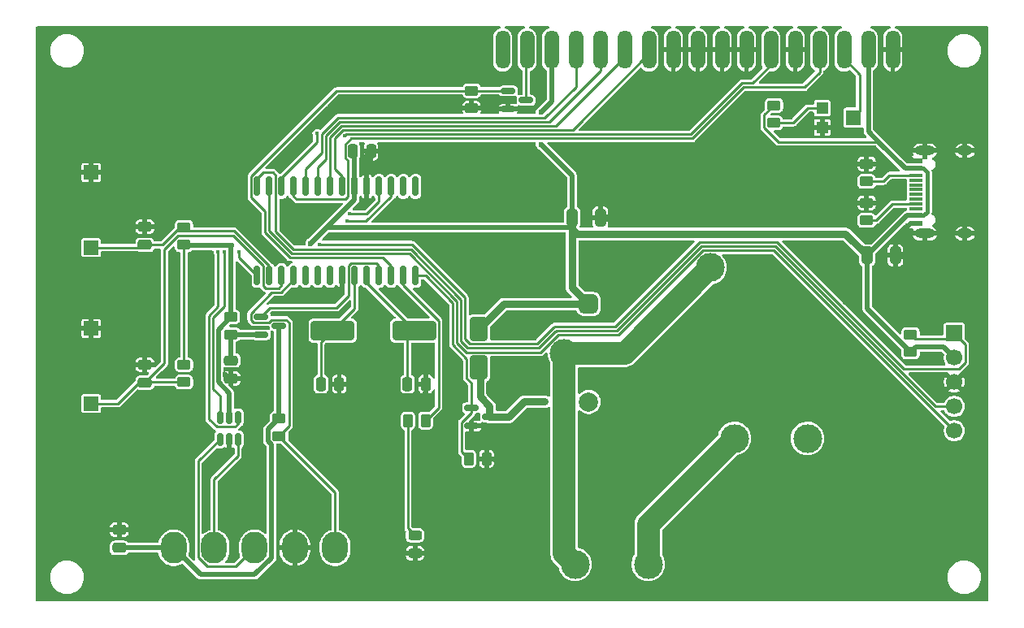
<source format=gtl>
G04 #@! TF.GenerationSoftware,KiCad,Pcbnew,9.0.2*
G04 #@! TF.CreationDate,2025-09-26T20:13:01+02:00*
G04 #@! TF.ProjectId,TeslaBMBCheck,5465736c-6142-44d4-9243-6865636b2e6b,1.1*
G04 #@! TF.SameCoordinates,Original*
G04 #@! TF.FileFunction,Copper,L1,Top*
G04 #@! TF.FilePolarity,Positive*
%FSLAX46Y46*%
G04 Gerber Fmt 4.6, Leading zero omitted, Abs format (unit mm)*
G04 Created by KiCad (PCBNEW 9.0.2) date 2025-09-26 20:13:01*
%MOMM*%
%LPD*%
G01*
G04 APERTURE LIST*
G04 Aperture macros list*
%AMRoundRect*
0 Rectangle with rounded corners*
0 $1 Rounding radius*
0 $2 $3 $4 $5 $6 $7 $8 $9 X,Y pos of 4 corners*
0 Add a 4 corners polygon primitive as box body*
4,1,4,$2,$3,$4,$5,$6,$7,$8,$9,$2,$3,0*
0 Add four circle primitives for the rounded corners*
1,1,$1+$1,$2,$3*
1,1,$1+$1,$4,$5*
1,1,$1+$1,$6,$7*
1,1,$1+$1,$8,$9*
0 Add four rect primitives between the rounded corners*
20,1,$1+$1,$2,$3,$4,$5,0*
20,1,$1+$1,$4,$5,$6,$7,0*
20,1,$1+$1,$6,$7,$8,$9,0*
20,1,$1+$1,$8,$9,$2,$3,0*%
G04 Aperture macros list end*
G04 #@! TA.AperFunction,SMDPad,CuDef*
%ADD10RoundRect,0.150000X-0.587500X-0.150000X0.587500X-0.150000X0.587500X0.150000X-0.587500X0.150000X0*%
G04 #@! TD*
G04 #@! TA.AperFunction,SMDPad,CuDef*
%ADD11RoundRect,0.250000X0.450000X-0.262500X0.450000X0.262500X-0.450000X0.262500X-0.450000X-0.262500X0*%
G04 #@! TD*
G04 #@! TA.AperFunction,SMDPad,CuDef*
%ADD12RoundRect,0.243750X0.456250X-0.243750X0.456250X0.243750X-0.456250X0.243750X-0.456250X-0.243750X0*%
G04 #@! TD*
G04 #@! TA.AperFunction,SMDPad,CuDef*
%ADD13RoundRect,0.250000X0.325000X0.650000X-0.325000X0.650000X-0.325000X-0.650000X0.325000X-0.650000X0*%
G04 #@! TD*
G04 #@! TA.AperFunction,SMDPad,CuDef*
%ADD14RoundRect,0.250000X-0.250000X-0.475000X0.250000X-0.475000X0.250000X0.475000X-0.250000X0.475000X0*%
G04 #@! TD*
G04 #@! TA.AperFunction,SMDPad,CuDef*
%ADD15RoundRect,0.250000X0.475000X-0.250000X0.475000X0.250000X-0.475000X0.250000X-0.475000X-0.250000X0*%
G04 #@! TD*
G04 #@! TA.AperFunction,SMDPad,CuDef*
%ADD16RoundRect,0.250000X-0.450000X0.262500X-0.450000X-0.262500X0.450000X-0.262500X0.450000X0.262500X0*%
G04 #@! TD*
G04 #@! TA.AperFunction,SMDPad,CuDef*
%ADD17RoundRect,0.250000X-2.000000X-0.750000X2.000000X-0.750000X2.000000X0.750000X-2.000000X0.750000X0*%
G04 #@! TD*
G04 #@! TA.AperFunction,SMDPad,CuDef*
%ADD18RoundRect,0.250000X0.262500X0.450000X-0.262500X0.450000X-0.262500X-0.450000X0.262500X-0.450000X0*%
G04 #@! TD*
G04 #@! TA.AperFunction,SMDPad,CuDef*
%ADD19RoundRect,0.250000X-0.650000X1.000000X-0.650000X-1.000000X0.650000X-1.000000X0.650000X1.000000X0*%
G04 #@! TD*
G04 #@! TA.AperFunction,SMDPad,CuDef*
%ADD20R,1.500000X1.500000*%
G04 #@! TD*
G04 #@! TA.AperFunction,SMDPad,CuDef*
%ADD21RoundRect,0.150000X0.150000X-0.512500X0.150000X0.512500X-0.150000X0.512500X-0.150000X-0.512500X0*%
G04 #@! TD*
G04 #@! TA.AperFunction,ComponentPad*
%ADD22C,3.000000*%
G04 #@! TD*
G04 #@! TA.AperFunction,ComponentPad*
%ADD23O,2.700000X3.300000*%
G04 #@! TD*
G04 #@! TA.AperFunction,SMDPad,CuDef*
%ADD24RoundRect,0.250000X-0.262500X-0.450000X0.262500X-0.450000X0.262500X0.450000X-0.262500X0.450000X0*%
G04 #@! TD*
G04 #@! TA.AperFunction,SMDPad,CuDef*
%ADD25R,1.200000X1.200000*%
G04 #@! TD*
G04 #@! TA.AperFunction,SMDPad,CuDef*
%ADD26R,1.500000X1.600000*%
G04 #@! TD*
G04 #@! TA.AperFunction,SMDPad,CuDef*
%ADD27RoundRect,0.250000X-0.475000X0.250000X-0.475000X-0.250000X0.475000X-0.250000X0.475000X0.250000X0*%
G04 #@! TD*
G04 #@! TA.AperFunction,SMDPad,CuDef*
%ADD28RoundRect,0.250000X-0.325000X-0.650000X0.325000X-0.650000X0.325000X0.650000X-0.325000X0.650000X0*%
G04 #@! TD*
G04 #@! TA.AperFunction,ComponentPad*
%ADD29R,1.700000X1.700000*%
G04 #@! TD*
G04 #@! TA.AperFunction,ComponentPad*
%ADD30C,1.700000*%
G04 #@! TD*
G04 #@! TA.AperFunction,SMDPad,CuDef*
%ADD31RoundRect,0.150000X0.150000X-0.875000X0.150000X0.875000X-0.150000X0.875000X-0.150000X-0.875000X0*%
G04 #@! TD*
G04 #@! TA.AperFunction,ComponentPad*
%ADD32RoundRect,0.500000X0.500000X0.500000X-0.500000X0.500000X-0.500000X-0.500000X0.500000X-0.500000X0*%
G04 #@! TD*
G04 #@! TA.AperFunction,ComponentPad*
%ADD33C,2.000000*%
G04 #@! TD*
G04 #@! TA.AperFunction,SMDPad,CuDef*
%ADD34R,1.450000X0.600000*%
G04 #@! TD*
G04 #@! TA.AperFunction,SMDPad,CuDef*
%ADD35R,1.450000X0.300000*%
G04 #@! TD*
G04 #@! TA.AperFunction,ComponentPad*
%ADD36O,2.100000X1.000000*%
G04 #@! TD*
G04 #@! TA.AperFunction,ComponentPad*
%ADD37O,1.600000X1.000000*%
G04 #@! TD*
G04 #@! TA.AperFunction,SMDPad,CuDef*
%ADD38O,1.501140X4.000500*%
G04 #@! TD*
G04 #@! TA.AperFunction,ComponentPad*
%ADD39O,1.501140X4.000500*%
G04 #@! TD*
G04 #@! TA.AperFunction,ViaPad*
%ADD40C,0.600000*%
G04 #@! TD*
G04 #@! TA.AperFunction,ViaPad*
%ADD41C,0.450000*%
G04 #@! TD*
G04 #@! TA.AperFunction,Conductor*
%ADD42C,0.250000*%
G04 #@! TD*
G04 #@! TA.AperFunction,Conductor*
%ADD43C,0.800000*%
G04 #@! TD*
G04 #@! TA.AperFunction,Conductor*
%ADD44C,0.500000*%
G04 #@! TD*
G04 #@! TA.AperFunction,Conductor*
%ADD45C,0.400000*%
G04 #@! TD*
G04 #@! TA.AperFunction,Conductor*
%ADD46C,2.400000*%
G04 #@! TD*
G04 APERTURE END LIST*
D10*
X124206000Y-54488000D03*
X124206000Y-56388000D03*
X126081000Y-55438000D03*
D11*
X166116000Y-81684500D03*
X166116000Y-79859500D03*
D12*
X114503200Y-102662200D03*
X114503200Y-100787200D03*
D13*
X164543000Y-71628000D03*
X161593000Y-71628000D03*
D11*
X161544000Y-67968500D03*
X161544000Y-66143500D03*
D14*
X108016000Y-60755000D03*
X109916000Y-60755000D03*
D11*
X151892000Y-57808500D03*
X151892000Y-55983500D03*
D15*
X86360000Y-70526000D03*
X86360000Y-68626000D03*
D11*
X95328500Y-79857500D03*
X95328500Y-78032500D03*
D14*
X113724000Y-85041000D03*
X115624000Y-85041000D03*
D16*
X120396000Y-54459500D03*
X120396000Y-56284500D03*
D10*
X98455000Y-77995000D03*
X98455000Y-79895000D03*
X100330000Y-78945000D03*
D17*
X105918000Y-79453000D03*
X114418000Y-79453000D03*
D18*
X115593500Y-88851000D03*
X113768500Y-88851000D03*
D15*
X86360000Y-84897000D03*
X86360000Y-82997000D03*
D10*
X120396000Y-87508000D03*
X120396000Y-89408000D03*
X122271000Y-88458000D03*
D19*
X121158000Y-79280000D03*
X121158000Y-83280000D03*
D16*
X100330000Y-88622500D03*
X100330000Y-90447500D03*
D11*
X161544000Y-63904500D03*
X161544000Y-62079500D03*
X90424000Y-84836000D03*
X90424000Y-83011000D03*
D20*
X80772000Y-87048000D03*
X80772000Y-79248000D03*
D21*
X94173000Y-90799500D03*
X95123000Y-90799500D03*
X96073000Y-90799500D03*
X96073000Y-88524500D03*
X95123000Y-88524500D03*
X94173000Y-88524500D03*
D22*
X131191000Y-103822000D03*
X138811000Y-103822000D03*
D23*
X89372000Y-102108000D03*
X93572000Y-102108000D03*
X97772000Y-102108000D03*
X101972000Y-102108000D03*
X106172000Y-102108000D03*
D24*
X120118500Y-92837000D03*
X121943500Y-92837000D03*
D25*
X156918000Y-56270000D03*
D26*
X160168000Y-57270000D03*
D25*
X156918000Y-58270000D03*
D14*
X104712000Y-85041000D03*
X106612000Y-85041000D03*
D16*
X90424000Y-68683500D03*
X90424000Y-70508500D03*
D20*
X80772000Y-70792000D03*
X80772000Y-62992000D03*
D27*
X95328500Y-82567000D03*
X95328500Y-84467000D03*
D28*
X130859000Y-67665600D03*
X133809000Y-67665600D03*
D15*
X83693000Y-102103000D03*
X83693000Y-100203000D03*
D29*
X170688000Y-79756000D03*
D30*
X170688000Y-82296000D03*
X170688000Y-84836000D03*
X170688000Y-87376000D03*
X170688000Y-89916000D03*
D31*
X98044000Y-73738000D03*
X99314000Y-73738000D03*
X100584000Y-73738000D03*
X101854000Y-73738000D03*
X103124000Y-73738000D03*
X104394000Y-73738000D03*
X105664000Y-73738000D03*
X106934000Y-73738000D03*
X108204000Y-73738000D03*
X109474000Y-73738000D03*
X110744000Y-73738000D03*
X112014000Y-73738000D03*
X113284000Y-73738000D03*
X114554000Y-73738000D03*
X114554000Y-64438000D03*
X113284000Y-64438000D03*
X112014000Y-64438000D03*
X110744000Y-64438000D03*
X109474000Y-64438000D03*
X108204000Y-64438000D03*
X106934000Y-64438000D03*
X105664000Y-64438000D03*
X104394000Y-64438000D03*
X103124000Y-64438000D03*
X101854000Y-64438000D03*
X100584000Y-64438000D03*
X99314000Y-64438000D03*
X98044000Y-64438000D03*
D22*
X130046000Y-81796000D03*
X145246000Y-72896000D03*
X155386000Y-90696000D03*
X147786000Y-90696000D03*
D32*
X132586000Y-76696000D03*
D33*
X132586000Y-86896000D03*
D34*
X166697000Y-68249000D03*
X166697000Y-67474000D03*
D35*
X166697000Y-66774000D03*
X166697000Y-66274000D03*
X166697000Y-65774000D03*
X166697000Y-65274000D03*
X166697000Y-64774000D03*
X166697000Y-64274000D03*
X166697000Y-63774000D03*
X166697000Y-63274000D03*
D34*
X166697000Y-62574000D03*
X166697000Y-61799000D03*
D36*
X167612000Y-69344000D03*
X167612000Y-69344000D03*
D37*
X171792000Y-69344000D03*
X171792000Y-69344000D03*
D36*
X167612000Y-60704000D03*
X167612000Y-60704000D03*
D37*
X171792000Y-60704000D03*
X171792000Y-60704000D03*
D38*
X123633800Y-50205860D03*
D39*
X164273800Y-50205860D03*
X161733800Y-50205860D03*
X159193800Y-50205860D03*
X156653800Y-50205860D03*
X154113800Y-50205860D03*
X151573800Y-50205860D03*
X149033800Y-50205860D03*
X146493800Y-50205860D03*
X143953800Y-50205860D03*
X141413800Y-50205860D03*
X138873800Y-50205860D03*
X136333800Y-50205860D03*
X133793800Y-50205860D03*
X131253800Y-50205860D03*
X128713800Y-50205860D03*
X126173800Y-50205860D03*
D40*
X172720000Y-95250000D03*
X147320000Y-106680000D03*
X162560000Y-106680000D03*
D41*
X114554000Y-103759000D03*
X86360000Y-81915000D03*
D40*
X163830000Y-76200000D03*
X96520000Y-106680000D03*
X96520000Y-74930000D03*
X83693000Y-99060000D03*
X91440000Y-106680000D03*
X116840000Y-71120000D03*
X137160000Y-106680000D03*
X94742000Y-84074000D03*
X116840000Y-48260000D03*
D41*
X80772000Y-61722000D03*
D40*
X86360000Y-93980000D03*
X122936000Y-92964000D03*
X127000000Y-63500000D03*
X172720000Y-99060000D03*
X91440000Y-74930000D03*
X95250000Y-59690000D03*
X139700000Y-71120000D03*
X86360000Y-48260000D03*
X165709600Y-71628000D03*
X111760000Y-67310000D03*
X110490000Y-80010000D03*
X76200000Y-83820000D03*
X111760000Y-106680000D03*
X165989000Y-61468000D03*
X127000000Y-83820000D03*
X104140000Y-67310000D03*
X101600000Y-106680000D03*
X76200000Y-88900000D03*
X76200000Y-93980000D03*
X157480000Y-106680000D03*
X107696000Y-85090000D03*
X172720000Y-58420000D03*
X148590000Y-77470000D03*
X76200000Y-63500000D03*
X76200000Y-58420000D03*
X96520000Y-48260000D03*
X121920000Y-106680000D03*
X106680000Y-106680000D03*
X127000000Y-106680000D03*
X161290000Y-85090000D03*
X76200000Y-73660000D03*
X172720000Y-73660000D03*
X154940000Y-77470000D03*
X157480000Y-72390000D03*
X127000000Y-78740000D03*
X94843600Y-91998800D03*
X172720000Y-55880000D03*
X115570000Y-86106000D03*
X95250000Y-67310000D03*
X76200000Y-68580000D03*
X132080000Y-106680000D03*
X152400000Y-106680000D03*
X116840000Y-63500000D03*
X139700000Y-86360000D03*
X140970000Y-62230000D03*
X86360000Y-74930000D03*
X127000000Y-71120000D03*
X165862000Y-68580000D03*
X133350000Y-71120000D03*
X134874000Y-67818000D03*
X111760000Y-48260000D03*
X101600000Y-67310000D03*
X113030000Y-76200000D03*
X140970000Y-57150000D03*
D41*
X86360000Y-67818000D03*
X155752800Y-58267600D03*
D40*
X115570000Y-92710000D03*
X81280000Y-48260000D03*
X116840000Y-106680000D03*
X106934000Y-75184000D03*
X157480000Y-62230000D03*
X76200000Y-99060000D03*
X120396000Y-89916000D03*
X109474000Y-62484000D03*
X76200000Y-53340000D03*
X101600000Y-48260000D03*
X91440000Y-48260000D03*
X81280000Y-106680000D03*
X96520000Y-93980000D03*
X172720000Y-76200000D03*
X148590000Y-86360000D03*
X121920000Y-56388000D03*
X97790000Y-83820000D03*
D41*
X80772000Y-77978000D03*
D40*
X109118400Y-66040000D03*
X139700000Y-82550000D03*
X154940000Y-86360000D03*
X110490000Y-85090000D03*
X167640000Y-106680000D03*
X110490000Y-92710000D03*
X76200000Y-78740000D03*
X157480000Y-66040000D03*
X142240000Y-106680000D03*
X140970000Y-66040000D03*
X106680000Y-48260000D03*
X86360000Y-106680000D03*
X103646500Y-70372500D03*
X127635000Y-56677000D03*
X127635000Y-60071000D03*
X95377000Y-70612000D03*
D41*
X107149459Y-59168459D03*
X104289428Y-58905647D03*
X104521000Y-70468000D03*
X96139000Y-71262000D03*
X93989997Y-71262000D03*
X107696000Y-67310000D03*
X107442000Y-68071500D03*
X94615000Y-71262000D03*
D40*
X128016000Y-86868000D03*
D42*
X95771999Y-89488000D02*
X96073000Y-89186999D01*
X93832032Y-89488000D02*
X95771999Y-89488000D01*
X93039000Y-88694968D02*
X93832032Y-89488000D01*
X96073000Y-89186999D02*
X96073000Y-88524500D01*
X93039000Y-77903000D02*
X93039000Y-88694968D01*
X93980000Y-76962000D02*
X93039000Y-77903000D01*
X93989997Y-71262000D02*
X93980000Y-71271997D01*
X93980000Y-71271997D02*
X93980000Y-76962000D01*
X94173000Y-86248200D02*
X94173000Y-88524500D01*
X93465000Y-78112000D02*
X93465000Y-85540200D01*
X94615000Y-76962000D02*
X93465000Y-78112000D01*
X93465000Y-85540200D02*
X94173000Y-86248200D01*
X94615000Y-71262000D02*
X94615000Y-76962000D01*
D43*
X134721600Y-67665600D02*
X134874000Y-67818000D01*
D44*
X166193000Y-68249000D02*
X165862000Y-68580000D01*
X166697000Y-68249000D02*
X166193000Y-68249000D01*
X95123000Y-90799500D02*
X95123000Y-91719400D01*
X122809000Y-92837000D02*
X122936000Y-92964000D01*
X106612000Y-85041000D02*
X107647000Y-85041000D01*
D43*
X164543000Y-71628000D02*
X165709600Y-71628000D01*
D42*
X80772000Y-62992000D02*
X80772000Y-61722000D01*
D44*
X121943500Y-92837000D02*
X122809000Y-92837000D01*
X106934000Y-73738000D02*
X106934000Y-75184000D01*
D42*
X114503200Y-103708200D02*
X114554000Y-103759000D01*
D44*
X109474000Y-62484000D02*
X109474000Y-61197000D01*
X115624000Y-86052000D02*
X115570000Y-86106000D01*
D43*
X133809000Y-67665600D02*
X134721600Y-67665600D01*
D42*
X155755200Y-58270000D02*
X155752800Y-58267600D01*
D44*
X166320000Y-61799000D02*
X165989000Y-61468000D01*
D42*
X114503200Y-102662200D02*
X114503200Y-103708200D01*
X80772000Y-79248000D02*
X80772000Y-77978000D01*
D44*
X107647000Y-85041000D02*
X107696000Y-85090000D01*
D42*
X86360000Y-82997000D02*
X86360000Y-81915000D01*
D44*
X95123000Y-91719400D02*
X94843600Y-91998800D01*
X83693000Y-100203000D02*
X83693000Y-99060000D01*
D42*
X86360000Y-68900000D02*
X86360000Y-67818000D01*
D44*
X109474000Y-61197000D02*
X109916000Y-60755000D01*
X124206000Y-56388000D02*
X121920000Y-56388000D01*
X120396000Y-56284500D02*
X121816500Y-56284500D01*
X166697000Y-61799000D02*
X166320000Y-61799000D01*
X120396000Y-89408000D02*
X120396000Y-89916000D01*
D42*
X156918000Y-58270000D02*
X155755200Y-58270000D01*
D44*
X115624000Y-85041000D02*
X115624000Y-86052000D01*
X109474000Y-64438000D02*
X109474000Y-62484000D01*
X121816500Y-56284500D02*
X121920000Y-56388000D01*
X162826000Y-59805000D02*
X165595000Y-62574000D01*
D43*
X159357800Y-69392800D02*
X161593000Y-71628000D01*
D44*
X95123000Y-88524500D02*
X95123000Y-85949436D01*
D45*
X167484570Y-62574000D02*
X166697000Y-62574000D01*
D43*
X130859000Y-67665600D02*
X130859000Y-74969000D01*
D44*
X94016000Y-79345000D02*
X95328500Y-78032500D01*
X128713800Y-50205860D02*
X128713800Y-55598200D01*
D43*
X131367000Y-69392800D02*
X159357800Y-69392800D01*
D44*
X95377000Y-70612000D02*
X90527500Y-70612000D01*
X108204000Y-65815000D02*
X108204000Y-64438000D01*
D42*
X90424000Y-83011000D02*
X90424000Y-70508500D01*
D44*
X94016000Y-84842436D02*
X94016000Y-79345000D01*
X105297500Y-68721500D02*
X130695700Y-68721500D01*
X161733800Y-58712800D02*
X162826000Y-59805000D01*
D43*
X130859000Y-68884800D02*
X130999600Y-69025400D01*
D44*
X95328500Y-78032500D02*
X95328500Y-70660500D01*
D45*
X167484570Y-67474000D02*
X167894000Y-67064570D01*
D43*
X130859000Y-67665600D02*
X130859000Y-68884800D01*
D44*
X170688000Y-82296000D02*
X169545000Y-81153000D01*
D45*
X167894000Y-67064570D02*
X167894000Y-62983430D01*
D42*
X151892000Y-55983500D02*
X150891000Y-56984500D01*
D43*
X123742000Y-76696000D02*
X121158000Y-79280000D01*
X132586000Y-76696000D02*
X123742000Y-76696000D01*
D44*
X105297500Y-68721500D02*
X108204000Y-65815000D01*
D43*
X130999600Y-69025400D02*
X131367000Y-69392800D01*
X130859000Y-74969000D02*
X132586000Y-76696000D01*
D44*
X130859000Y-63295000D02*
X130859000Y-67665600D01*
X127635000Y-60071000D02*
X130859000Y-63295000D01*
X169545000Y-81153000D02*
X166647500Y-81153000D01*
D42*
X150891000Y-58306160D02*
X152389840Y-59805000D01*
D44*
X166116000Y-81684500D02*
X161593000Y-77161500D01*
X108204000Y-64438000D02*
X108204000Y-60943000D01*
D45*
X167894000Y-62983430D02*
X167484570Y-62574000D01*
D44*
X90527500Y-70612000D02*
X90424000Y-70508500D01*
D45*
X166697000Y-67474000D02*
X167484570Y-67474000D01*
D44*
X128713800Y-55598200D02*
X127635000Y-56677000D01*
X161593000Y-71628000D02*
X165747000Y-67474000D01*
X130695700Y-68721500D02*
X130999600Y-69025400D01*
X103646500Y-70372500D02*
X105297500Y-68721500D01*
X95123000Y-85949436D02*
X94016000Y-84842436D01*
X95328500Y-70660500D02*
X95377000Y-70612000D01*
X161593000Y-77161500D02*
X161593000Y-71628000D01*
X108204000Y-60943000D02*
X108016000Y-60755000D01*
X166647500Y-81153000D02*
X166116000Y-81684500D01*
D42*
X152389840Y-59805000D02*
X162826000Y-59805000D01*
D44*
X165747000Y-67474000D02*
X166697000Y-67474000D01*
X165595000Y-62574000D02*
X166697000Y-62574000D01*
X161733800Y-50205860D02*
X161733800Y-58712800D01*
D42*
X150891000Y-56984500D02*
X150891000Y-58306160D01*
X80772000Y-70792000D02*
X83508000Y-70792000D01*
X95688999Y-69088000D02*
X99314000Y-72713001D01*
X88173200Y-70526000D02*
X90015700Y-68683500D01*
X86377500Y-70508500D02*
X86360000Y-70526000D01*
X83508000Y-70792000D02*
X83516000Y-70800000D01*
X90015700Y-68683500D02*
X90424000Y-68683500D01*
X86360000Y-70526000D02*
X88173200Y-70526000D01*
X90424000Y-68683500D02*
X90828500Y-69088000D01*
X90828500Y-69088000D02*
X95688999Y-69088000D01*
X99314000Y-72713001D02*
X99314000Y-73738000D01*
X83516000Y-70800000D02*
X86360000Y-70800000D01*
X90424000Y-84836000D02*
X86421000Y-84836000D01*
X86873000Y-84897000D02*
X86360000Y-84897000D01*
X98973032Y-75064000D02*
X100282999Y-75064000D01*
X98713000Y-74803968D02*
X98973032Y-75064000D01*
X86934000Y-84836000D02*
X86873000Y-84897000D01*
X86421000Y-84836000D02*
X86360000Y-84897000D01*
X86360000Y-84897000D02*
X88392000Y-82865000D01*
X98713000Y-72714455D02*
X98713000Y-74803968D01*
X95594545Y-69596000D02*
X98713000Y-72714455D01*
X88392000Y-82865000D02*
X88392000Y-71041840D01*
X89837840Y-69596000D02*
X95594545Y-69596000D01*
X88392000Y-71041840D02*
X89837840Y-69596000D01*
X80772000Y-87048000D02*
X83574000Y-87048000D01*
X100282999Y-75064000D02*
X100584000Y-74762999D01*
X85725000Y-84897000D02*
X86360000Y-84897000D01*
X83574000Y-87048000D02*
X85725000Y-84897000D01*
X100584000Y-74762999D02*
X100584000Y-73738000D01*
D44*
X95366000Y-79895000D02*
X95328500Y-79857500D01*
X95328500Y-82567000D02*
X95328500Y-79857500D01*
X98455000Y-79895000D02*
X95366000Y-79895000D01*
D42*
X109474000Y-73738000D02*
X109474000Y-74509000D01*
X113724000Y-80147000D02*
X114418000Y-79453000D01*
X113724000Y-85041000D02*
X113724000Y-80147000D01*
X109474000Y-74509000D02*
X114418000Y-79453000D01*
X104712000Y-85041000D02*
X104712000Y-80659000D01*
X108204000Y-77167000D02*
X108204000Y-73738000D01*
X105918000Y-79453000D02*
X108204000Y-77167000D01*
X104712000Y-80659000D02*
X105918000Y-79453000D01*
X106934000Y-63373000D02*
X106172000Y-62611000D01*
X106172000Y-59403454D02*
X107020454Y-58555000D01*
X106172000Y-62611000D02*
X106172000Y-59403454D01*
X130929000Y-58555000D02*
X138938000Y-50546000D01*
X106934000Y-64438000D02*
X106934000Y-63373000D01*
X138938000Y-50546000D02*
X138938000Y-50270060D01*
X138938000Y-50270060D02*
X138873800Y-50205860D01*
X107020454Y-58555000D02*
X130929000Y-58555000D01*
X105238000Y-61640000D02*
X105238000Y-59132545D01*
X133793800Y-52388200D02*
X133793800Y-50205860D01*
X105238000Y-59132545D02*
X106667546Y-57703000D01*
X128479000Y-57703000D02*
X133793800Y-52388200D01*
X106667546Y-57703000D02*
X128479000Y-57703000D01*
X104394000Y-64438000D02*
X104394000Y-62484000D01*
X104394000Y-62484000D02*
X105238000Y-61640000D01*
X103124000Y-62611000D02*
X104812000Y-60923000D01*
X131253800Y-54039200D02*
X131253800Y-50205860D01*
X128016000Y-57277000D02*
X131253800Y-54039200D01*
X104812000Y-58956089D02*
X106491092Y-57277000D01*
X104812000Y-60923000D02*
X104812000Y-58956089D01*
X106491092Y-57277000D02*
X128016000Y-57277000D01*
X103124000Y-64438000D02*
X103124000Y-62611000D01*
X159193800Y-51142200D02*
X160832800Y-52781200D01*
X160832800Y-56605200D02*
X160168000Y-57270000D01*
X159193800Y-50205860D02*
X159193800Y-51142200D01*
X160832800Y-52781200D02*
X160832800Y-56605200D01*
X107823000Y-59436000D02*
X143383000Y-59436000D01*
X107215000Y-60044000D02*
X107823000Y-59436000D01*
X107215000Y-61465160D02*
X107215000Y-60044000D01*
X156653800Y-52515200D02*
X156653800Y-50205860D01*
X107274968Y-65764000D02*
X107535000Y-65503968D01*
X101854000Y-64438000D02*
X101854000Y-65462999D01*
X155067000Y-54102000D02*
X156653800Y-52515200D01*
X102155001Y-65764000D02*
X107274968Y-65764000D01*
X107535000Y-61785160D02*
X107215000Y-61465160D01*
X148717000Y-54102000D02*
X155067000Y-54102000D01*
X107535000Y-65503968D02*
X107535000Y-61785160D01*
X101854000Y-65462999D02*
X102155001Y-65764000D01*
X143383000Y-59436000D02*
X148717000Y-54102000D01*
X107149459Y-59168459D02*
X107307918Y-59010000D01*
X143206546Y-59010000D02*
X148540546Y-53676000D01*
X104289428Y-58905647D02*
X104274186Y-58920889D01*
X104274186Y-59860614D02*
X100584000Y-63550800D01*
X151573800Y-51753200D02*
X151573800Y-50205860D01*
X104274186Y-58920889D02*
X104274186Y-59860614D01*
X100584000Y-63550800D02*
X100584000Y-64438000D01*
X148540546Y-53676000D02*
X149651000Y-53676000D01*
X107307918Y-59010000D02*
X143206546Y-59010000D01*
X149651000Y-53676000D02*
X151573800Y-51753200D01*
X126050000Y-50329660D02*
X126173800Y-50205860D01*
X126081000Y-50298660D02*
X126173800Y-50205860D01*
X126081000Y-55438000D02*
X126081000Y-50298660D01*
X105664000Y-59309000D02*
X106844000Y-58129000D01*
X136333800Y-50954970D02*
X136333800Y-50205860D01*
X106844000Y-58129000D02*
X129159770Y-58129000D01*
X105664000Y-64438000D02*
X105664000Y-59309000D01*
X129159770Y-58129000D02*
X136333800Y-50954970D01*
X94173000Y-90799500D02*
X94173000Y-90445032D01*
X95821000Y-104059000D02*
X92888133Y-104059000D01*
X91921000Y-93051500D02*
X94173000Y-90799500D01*
X91921000Y-103091867D02*
X91921000Y-93051500D01*
X92888133Y-104059000D02*
X91921000Y-103091867D01*
X97772000Y-102108000D02*
X95821000Y-104059000D01*
X96073000Y-92496600D02*
X96073000Y-90799500D01*
X93572000Y-102108000D02*
X93572000Y-94997600D01*
X93572000Y-94997600D02*
X96073000Y-92496600D01*
X99282532Y-78613000D02*
X99551532Y-78344000D01*
X101854000Y-73738000D02*
X101854000Y-74168000D01*
X106172000Y-102108000D02*
X106172000Y-96289500D01*
X99551532Y-78344000D02*
X101108468Y-78344000D01*
X101108468Y-78344000D02*
X101368500Y-78604032D01*
X106172000Y-96289500D02*
X100330000Y-90447500D01*
X101854000Y-74168000D02*
X100532000Y-75490000D01*
X100532000Y-75490000D02*
X99580532Y-75490000D01*
X97416500Y-77654032D02*
X97416500Y-78335968D01*
X97693532Y-78613000D02*
X99282532Y-78613000D01*
X97416500Y-78335968D02*
X97693532Y-78613000D01*
X101368500Y-78604032D02*
X101368500Y-89409000D01*
X99580532Y-75490000D02*
X97416500Y-77654032D01*
X101368500Y-89409000D02*
X100330000Y-90447500D01*
D44*
X92166000Y-104902000D02*
X97789643Y-104902000D01*
X100330000Y-88622500D02*
X100330000Y-78945000D01*
X99204000Y-89748500D02*
X100330000Y-88622500D01*
X99548000Y-91340936D02*
X99204000Y-90996936D01*
X89372000Y-102108000D02*
X92166000Y-104902000D01*
X89372000Y-102108000D02*
X83698000Y-102108000D01*
X99548000Y-103143643D02*
X99548000Y-91340936D01*
X99204000Y-90996936D02*
X99204000Y-89748500D01*
X83698000Y-102108000D02*
X83693000Y-102103000D01*
X97789643Y-104902000D02*
X99548000Y-103143643D01*
D42*
X129108200Y-79552800D02*
X127381000Y-81280000D01*
X135560946Y-79431600D02*
X129260946Y-79431600D01*
X98044000Y-63627000D02*
X98044000Y-64438000D01*
X129139747Y-79552800D02*
X129108200Y-79552800D01*
X129260946Y-79431600D02*
X129139747Y-79552800D01*
X99983000Y-69154546D02*
X99983000Y-63280000D01*
X99695000Y-62992000D02*
X98679000Y-62992000D01*
X119298000Y-80595546D02*
X119298000Y-76212577D01*
X98679000Y-62992000D02*
X98044000Y-63627000D01*
X119298000Y-76212577D02*
X114078422Y-70993000D01*
X99983000Y-63280000D02*
X99695000Y-62992000D01*
X101821454Y-70993000D02*
X99983000Y-69154546D01*
X152043454Y-70669000D02*
X144323546Y-70669000D01*
X168750454Y-87376000D02*
X152043454Y-70669000D01*
X119982453Y-81280000D02*
X119298000Y-80595546D01*
X144323546Y-70669000D02*
X135560946Y-79431600D01*
X114078422Y-70993000D02*
X101821454Y-70993000D01*
X170688000Y-87376000D02*
X168750454Y-87376000D01*
X127381000Y-81280000D02*
X119982453Y-81280000D01*
X166571300Y-80314800D02*
X170129200Y-80314800D01*
X152219908Y-70243000D02*
X144147091Y-70243000D01*
X96139000Y-71833000D02*
X96139000Y-71262000D01*
X171164760Y-83447000D02*
X165423908Y-83447000D01*
X128963291Y-79126800D02*
X128931745Y-79126800D01*
X171839000Y-80907000D02*
X171839000Y-82772760D01*
X127227546Y-80831000D02*
X120201000Y-80831000D01*
X114155878Y-70468000D02*
X104521000Y-70468000D01*
X128931745Y-79126800D02*
X127227546Y-80831000D01*
X119724000Y-80354000D02*
X119724000Y-76036122D01*
X171839000Y-82772760D02*
X171164760Y-83447000D01*
X98044000Y-73738000D02*
X96139000Y-71833000D01*
X119724000Y-76036122D02*
X114155878Y-70468000D01*
X165423908Y-83447000D02*
X152219908Y-70243000D01*
X144147091Y-70243000D02*
X135384491Y-79005600D01*
X129084489Y-79005601D02*
X128963291Y-79126800D01*
X135384491Y-79005600D02*
X129084489Y-79005601D01*
X170129200Y-80314800D02*
X170688000Y-79756000D01*
X120201000Y-80831000D02*
X119724000Y-80354000D01*
X170688000Y-79756000D02*
X171839000Y-80907000D01*
X166116000Y-79859500D02*
X166571300Y-80314800D01*
X99314000Y-64438000D02*
X99314000Y-69088000D01*
X129437401Y-79857600D02*
X135737401Y-79857600D01*
X127566001Y-81729000D02*
X129437401Y-79857600D01*
X99314000Y-69088000D02*
X101645000Y-71419000D01*
X144500001Y-71095000D02*
X151867000Y-71095000D01*
X119828999Y-81729000D02*
X127566001Y-81729000D01*
X118872000Y-80772001D02*
X119828999Y-81729000D01*
X135737401Y-79857600D02*
X144500001Y-71095000D01*
X113901968Y-71419000D02*
X118872000Y-76389032D01*
X101645000Y-71419000D02*
X113901968Y-71419000D01*
X151867000Y-71095000D02*
X170688000Y-89916000D01*
X118872000Y-76389032D02*
X118872000Y-80772001D01*
X110744000Y-72713001D02*
X110744000Y-73738000D01*
X99361000Y-77089000D02*
X106299000Y-77089000D01*
X107863032Y-72412000D02*
X110442999Y-72412000D01*
X107569000Y-72706032D02*
X107863032Y-72412000D01*
X107569000Y-75819000D02*
X107569000Y-72706032D01*
X98455000Y-77995000D02*
X99361000Y-77089000D01*
X106299000Y-77089000D02*
X107569000Y-75819000D01*
X110442999Y-72412000D02*
X110744000Y-72713001D01*
X97443000Y-65591400D02*
X97443000Y-63372032D01*
X97443000Y-63372032D02*
X106355532Y-54459500D01*
X98888000Y-69264455D02*
X98888000Y-67036400D01*
X112014000Y-72713001D02*
X111145999Y-71845000D01*
X124177500Y-54459500D02*
X124206000Y-54488000D01*
X101468546Y-71845000D02*
X98888000Y-69264455D01*
X98888000Y-67036400D02*
X97443000Y-65591400D01*
X111145999Y-71845000D02*
X101468546Y-71845000D01*
X112014000Y-73738000D02*
X112014000Y-72713001D01*
X120396000Y-54459500D02*
X124177500Y-54459500D01*
X106355532Y-54459500D02*
X120396000Y-54459500D01*
X166697000Y-63274000D02*
X163929000Y-63274000D01*
X163929000Y-63274000D02*
X163298500Y-63904500D01*
X163298500Y-63904500D02*
X161544000Y-63904500D01*
X164231000Y-66274000D02*
X166697000Y-66274000D01*
X161544000Y-67968500D02*
X162536500Y-67968500D01*
X162536500Y-67968500D02*
X164231000Y-66274000D01*
X155439000Y-56270000D02*
X156918000Y-56270000D01*
X151892000Y-57808500D02*
X153900500Y-57808500D01*
X153900500Y-57808500D02*
X155439000Y-56270000D01*
X110744000Y-66040000D02*
X110744000Y-64438000D01*
X109474000Y-67310000D02*
X110744000Y-66040000D01*
X107696000Y-67310000D02*
X109474000Y-67310000D01*
X107442000Y-68071500D02*
X109405499Y-68071500D01*
X112014000Y-65462999D02*
X112014000Y-64438000D01*
X109405499Y-68071500D02*
X112014000Y-65462999D01*
D43*
X121158000Y-83280000D02*
X121285000Y-83407000D01*
X125857000Y-86868000D02*
X124267000Y-88458000D01*
X121285000Y-86360000D02*
X122271000Y-87346000D01*
X124267000Y-88458000D02*
X122271000Y-88458000D01*
X128016000Y-86868000D02*
X125857000Y-86868000D01*
X121285000Y-83407000D02*
X121285000Y-86360000D01*
X122271000Y-87346000D02*
X122271000Y-88458000D01*
D42*
X113768500Y-100052500D02*
X113768500Y-88851000D01*
X114503200Y-100787200D02*
X113768500Y-100052500D01*
X113284000Y-74762999D02*
X113284000Y-73738000D01*
X115593500Y-88851000D02*
X116969000Y-87475500D01*
X116969000Y-87475500D02*
X116969000Y-78447999D01*
X116969000Y-78447999D02*
X113284000Y-74762999D01*
X115618514Y-73738000D02*
X114554000Y-73738000D01*
X119957000Y-84498600D02*
X119888000Y-84429600D01*
X120396000Y-84937600D02*
X120289400Y-84831000D01*
X120272840Y-84831000D02*
X119957000Y-84515160D01*
X119888000Y-82390455D02*
X118446000Y-80948455D01*
X119888000Y-84429600D02*
X119888000Y-82390455D01*
X120396000Y-88011000D02*
X120396000Y-87508000D01*
X119357500Y-92076000D02*
X119357500Y-89049500D01*
X118446000Y-80948455D02*
X118446000Y-76565486D01*
X118446000Y-76565486D02*
X115618514Y-73738000D01*
X120396000Y-87508000D02*
X120396000Y-84937600D01*
X119357500Y-89049500D02*
X120396000Y-88011000D01*
X120118500Y-92837000D02*
X119357500Y-92076000D01*
X119957000Y-84515160D02*
X119957000Y-84498600D01*
X120289400Y-84831000D02*
X120272840Y-84831000D01*
D46*
X138811000Y-103822000D02*
X138811000Y-99671000D01*
X138811000Y-99671000D02*
X147786000Y-90696000D01*
X130046000Y-81796000D02*
X136346000Y-81796000D01*
X130046000Y-102677000D02*
X131191000Y-103822000D01*
X130046000Y-81796000D02*
X130046000Y-102677000D01*
X136346000Y-81796000D02*
X145246000Y-72896000D01*
G04 #@! TA.AperFunction,Conductor*
G36*
X123369281Y-47771685D02*
G01*
X123415036Y-47824489D01*
X123424980Y-47893647D01*
X123395955Y-47957203D01*
X123346593Y-47989237D01*
X123347427Y-47991249D01*
X123159617Y-48069041D01*
X123159608Y-48069046D01*
X122995655Y-48178597D01*
X122995651Y-48178600D01*
X122856220Y-48318031D01*
X122856217Y-48318035D01*
X122746666Y-48481988D01*
X122746661Y-48481997D01*
X122671200Y-48664178D01*
X122671198Y-48664186D01*
X122632730Y-48857578D01*
X122632730Y-51554141D01*
X122671198Y-51747533D01*
X122671200Y-51747541D01*
X122746661Y-51929722D01*
X122746666Y-51929731D01*
X122856217Y-52093684D01*
X122856220Y-52093688D01*
X122995651Y-52233119D01*
X122995655Y-52233122D01*
X123159608Y-52342673D01*
X123159617Y-52342678D01*
X123186017Y-52353613D01*
X123341799Y-52418140D01*
X123525495Y-52454679D01*
X123535198Y-52456609D01*
X123535202Y-52456610D01*
X123535203Y-52456610D01*
X123732398Y-52456610D01*
X123732399Y-52456609D01*
X123925801Y-52418140D01*
X124107985Y-52342677D01*
X124271945Y-52233122D01*
X124411382Y-52093685D01*
X124520937Y-51929725D01*
X124596400Y-51747541D01*
X124634870Y-51554137D01*
X124634870Y-48857583D01*
X124596400Y-48664179D01*
X124538033Y-48523268D01*
X124520938Y-48481997D01*
X124520933Y-48481988D01*
X124411382Y-48318035D01*
X124411379Y-48318031D01*
X124271948Y-48178600D01*
X124271944Y-48178597D01*
X124107991Y-48069046D01*
X124107982Y-48069041D01*
X123920173Y-47991249D01*
X123921023Y-47989195D01*
X123870924Y-47956363D01*
X123842467Y-47892550D01*
X123853028Y-47823483D01*
X123899253Y-47771090D01*
X123965358Y-47752000D01*
X125842242Y-47752000D01*
X125909281Y-47771685D01*
X125955036Y-47824489D01*
X125964980Y-47893647D01*
X125935955Y-47957203D01*
X125886593Y-47989237D01*
X125887427Y-47991249D01*
X125699617Y-48069041D01*
X125699608Y-48069046D01*
X125535655Y-48178597D01*
X125535651Y-48178600D01*
X125396220Y-48318031D01*
X125396217Y-48318035D01*
X125286666Y-48481988D01*
X125286661Y-48481997D01*
X125211200Y-48664178D01*
X125211198Y-48664186D01*
X125172730Y-48857578D01*
X125172730Y-51554141D01*
X125211198Y-51747533D01*
X125211200Y-51747541D01*
X125286661Y-51929722D01*
X125286666Y-51929731D01*
X125396217Y-52093684D01*
X125396220Y-52093688D01*
X125535651Y-52233119D01*
X125535659Y-52233125D01*
X125650390Y-52309786D01*
X125695196Y-52363398D01*
X125705500Y-52412888D01*
X125705500Y-54763500D01*
X125685815Y-54830539D01*
X125633011Y-54876294D01*
X125581501Y-54887500D01*
X125461982Y-54887500D01*
X125368196Y-54902354D01*
X125354224Y-54909473D01*
X125285555Y-54922367D01*
X125220815Y-54896088D01*
X125180560Y-54838981D01*
X125177732Y-54772960D01*
X125177620Y-54772943D01*
X125177707Y-54772389D01*
X125177570Y-54769175D01*
X125179019Y-54764105D01*
X125193999Y-54669524D01*
X125194000Y-54669519D01*
X125193999Y-54306482D01*
X125179146Y-54212696D01*
X125121550Y-54099658D01*
X125121546Y-54099654D01*
X125121545Y-54099652D01*
X125031847Y-54009954D01*
X125031844Y-54009952D01*
X125031842Y-54009950D01*
X124955017Y-53970805D01*
X124918801Y-53952352D01*
X124825024Y-53937500D01*
X123586982Y-53937500D01*
X123506019Y-53950323D01*
X123493196Y-53952354D01*
X123380158Y-54009950D01*
X123380157Y-54009951D01*
X123380153Y-54009953D01*
X123342428Y-54047680D01*
X123281105Y-54081166D01*
X123254746Y-54084000D01*
X121424129Y-54084000D01*
X121357090Y-54064315D01*
X121311335Y-54011511D01*
X121307947Y-54003333D01*
X121289797Y-53954671D01*
X121289793Y-53954664D01*
X121203547Y-53839455D01*
X121203544Y-53839452D01*
X121088335Y-53753206D01*
X121088328Y-53753202D01*
X120953482Y-53702908D01*
X120953483Y-53702908D01*
X120893883Y-53696501D01*
X120893881Y-53696500D01*
X120893873Y-53696500D01*
X120893864Y-53696500D01*
X119898129Y-53696500D01*
X119898123Y-53696501D01*
X119838516Y-53702908D01*
X119703671Y-53753202D01*
X119703664Y-53753206D01*
X119588455Y-53839452D01*
X119588452Y-53839455D01*
X119502206Y-53954664D01*
X119502202Y-53954671D01*
X119484053Y-54003333D01*
X119442182Y-54059267D01*
X119376717Y-54083684D01*
X119367871Y-54084000D01*
X106306096Y-54084000D01*
X106210595Y-54109589D01*
X106210592Y-54109590D01*
X106124972Y-54159022D01*
X106124967Y-54159026D01*
X97212438Y-63071557D01*
X97142526Y-63141468D01*
X97093091Y-63227091D01*
X97093091Y-63227092D01*
X97093090Y-63227094D01*
X97067500Y-63322597D01*
X97067500Y-63322599D01*
X97067500Y-65640836D01*
X97080277Y-65688523D01*
X97080291Y-65688573D01*
X97080295Y-65688586D01*
X97086970Y-65713499D01*
X97093091Y-65736340D01*
X97137602Y-65813435D01*
X97142523Y-65821959D01*
X97142528Y-65821965D01*
X98476181Y-67155618D01*
X98509666Y-67216941D01*
X98512500Y-67243299D01*
X98512500Y-69313893D01*
X98517543Y-69332714D01*
X98517544Y-69332714D01*
X98517544Y-69332715D01*
X98538090Y-69409393D01*
X98538091Y-69409395D01*
X98538092Y-69409398D01*
X98567190Y-69459796D01*
X98569329Y-69463500D01*
X98587526Y-69495018D01*
X101168071Y-72075562D01*
X101237984Y-72145475D01*
X101323608Y-72194910D01*
X101359268Y-72204465D01*
X101419110Y-72220500D01*
X101419111Y-72220500D01*
X101624842Y-72220500D01*
X101691881Y-72240185D01*
X101737636Y-72292989D01*
X101747580Y-72362147D01*
X101718555Y-72425703D01*
X101659777Y-72463477D01*
X101644240Y-72466973D01*
X101578696Y-72477354D01*
X101465658Y-72534950D01*
X101465657Y-72534951D01*
X101465652Y-72534954D01*
X101375954Y-72624652D01*
X101375949Y-72624659D01*
X101329483Y-72715852D01*
X101281508Y-72766648D01*
X101213687Y-72783442D01*
X101147552Y-72760904D01*
X101108516Y-72715852D01*
X101062050Y-72624658D01*
X101062047Y-72624655D01*
X101062045Y-72624652D01*
X100972347Y-72534954D01*
X100972344Y-72534952D01*
X100972342Y-72534950D01*
X100875892Y-72485806D01*
X100859301Y-72477352D01*
X100765524Y-72462500D01*
X100402482Y-72462500D01*
X100321519Y-72475323D01*
X100308696Y-72477354D01*
X100195658Y-72534950D01*
X100195657Y-72534951D01*
X100195652Y-72534954D01*
X100105954Y-72624652D01*
X100105949Y-72624659D01*
X100059483Y-72715852D01*
X100011508Y-72766648D01*
X99943687Y-72783442D01*
X99877552Y-72760904D01*
X99838516Y-72715852D01*
X99792050Y-72624658D01*
X99792047Y-72624655D01*
X99792045Y-72624652D01*
X99702347Y-72534954D01*
X99702343Y-72534951D01*
X99702342Y-72534950D01*
X99673170Y-72520086D01*
X99647755Y-72507136D01*
X99616370Y-72484333D01*
X95919562Y-68787526D01*
X95919561Y-68787525D01*
X95833937Y-68738090D01*
X95833936Y-68738089D01*
X95833932Y-68738088D01*
X95785425Y-68725090D01*
X95785425Y-68725091D01*
X95738435Y-68712500D01*
X95738434Y-68712500D01*
X91498500Y-68712500D01*
X91431461Y-68692815D01*
X91385706Y-68640011D01*
X91374500Y-68588501D01*
X91374499Y-68373130D01*
X91374498Y-68373123D01*
X91374497Y-68373116D01*
X91368091Y-68313517D01*
X91355169Y-68278872D01*
X91317797Y-68178671D01*
X91317793Y-68178664D01*
X91231547Y-68063455D01*
X91231544Y-68063452D01*
X91116335Y-67977206D01*
X91116328Y-67977202D01*
X90981482Y-67926908D01*
X90981483Y-67926908D01*
X90921883Y-67920501D01*
X90921881Y-67920500D01*
X90921873Y-67920500D01*
X90921864Y-67920500D01*
X89926129Y-67920500D01*
X89926123Y-67920501D01*
X89866516Y-67926908D01*
X89731671Y-67977202D01*
X89731664Y-67977206D01*
X89616455Y-68063452D01*
X89616452Y-68063455D01*
X89530206Y-68178664D01*
X89530202Y-68178671D01*
X89479908Y-68313517D01*
X89474543Y-68363427D01*
X89473501Y-68373123D01*
X89473500Y-68373135D01*
X89473500Y-68643300D01*
X89453815Y-68710339D01*
X89437181Y-68730981D01*
X88053982Y-70114181D01*
X87992659Y-70147666D01*
X87966301Y-70150500D01*
X87408467Y-70150500D01*
X87341428Y-70130815D01*
X87295673Y-70078011D01*
X87292285Y-70069834D01*
X87278796Y-70033669D01*
X87278793Y-70033664D01*
X87192547Y-69918455D01*
X87192544Y-69918452D01*
X87077335Y-69832206D01*
X87077328Y-69832202D01*
X86942482Y-69781908D01*
X86942483Y-69781908D01*
X86882883Y-69775501D01*
X86882881Y-69775500D01*
X86882873Y-69775500D01*
X86882864Y-69775500D01*
X85837129Y-69775500D01*
X85837123Y-69775501D01*
X85777516Y-69781908D01*
X85642671Y-69832202D01*
X85642664Y-69832206D01*
X85527455Y-69918452D01*
X85527452Y-69918455D01*
X85441206Y-70033664D01*
X85441202Y-70033671D01*
X85390908Y-70168517D01*
X85384501Y-70228116D01*
X85384500Y-70228135D01*
X85384500Y-70300500D01*
X85364815Y-70367539D01*
X85312011Y-70413294D01*
X85260500Y-70424500D01*
X83603617Y-70424500D01*
X83571525Y-70420275D01*
X83557437Y-70416500D01*
X83557436Y-70416500D01*
X83557435Y-70416500D01*
X81896500Y-70416500D01*
X81829461Y-70396815D01*
X81783706Y-70344011D01*
X81772500Y-70292500D01*
X81772500Y-70017323D01*
X81772499Y-70017321D01*
X81757967Y-69944264D01*
X81757966Y-69944260D01*
X81702601Y-69861399D01*
X81619740Y-69806034D01*
X81619739Y-69806033D01*
X81619735Y-69806032D01*
X81546677Y-69791500D01*
X81546674Y-69791500D01*
X79997326Y-69791500D01*
X79997323Y-69791500D01*
X79924264Y-69806032D01*
X79924260Y-69806033D01*
X79841399Y-69861399D01*
X79786033Y-69944260D01*
X79786032Y-69944264D01*
X79771500Y-70017321D01*
X79771500Y-71566678D01*
X79786032Y-71639735D01*
X79786033Y-71639739D01*
X79786034Y-71639740D01*
X79841399Y-71722601D01*
X79918036Y-71773807D01*
X79924260Y-71777966D01*
X79924264Y-71777967D01*
X79997321Y-71792499D01*
X79997324Y-71792500D01*
X79997326Y-71792500D01*
X81546676Y-71792500D01*
X81546677Y-71792499D01*
X81619740Y-71777966D01*
X81702601Y-71722601D01*
X81757966Y-71639740D01*
X81772500Y-71566674D01*
X81772500Y-71291500D01*
X81792185Y-71224461D01*
X81844989Y-71178706D01*
X81896500Y-71167500D01*
X83420383Y-71167500D01*
X83452475Y-71171725D01*
X83466564Y-71175500D01*
X83466565Y-71175500D01*
X85542225Y-71175500D01*
X85609264Y-71195185D01*
X85616536Y-71200233D01*
X85642668Y-71219795D01*
X85642671Y-71219797D01*
X85777517Y-71270091D01*
X85777516Y-71270091D01*
X85784444Y-71270835D01*
X85837127Y-71276500D01*
X86882872Y-71276499D01*
X86942483Y-71270091D01*
X87077331Y-71219796D01*
X87192546Y-71133546D01*
X87278796Y-71018331D01*
X87292285Y-70982166D01*
X87334157Y-70926233D01*
X87399621Y-70901816D01*
X87408467Y-70901500D01*
X87892500Y-70901500D01*
X87959539Y-70921185D01*
X88005294Y-70973989D01*
X88016500Y-71025500D01*
X88016500Y-82658100D01*
X87996815Y-82725139D01*
X87980181Y-82745781D01*
X87494661Y-83231299D01*
X87433338Y-83264784D01*
X87363646Y-83259800D01*
X87343729Y-83247000D01*
X86610000Y-83247000D01*
X86610000Y-83747000D01*
X86679600Y-83747000D01*
X86700845Y-83753238D01*
X86722934Y-83754818D01*
X86733717Y-83762890D01*
X86746639Y-83766685D01*
X86761138Y-83783418D01*
X86778867Y-83796690D01*
X86783574Y-83809310D01*
X86792394Y-83819489D01*
X86795545Y-83841406D01*
X86803284Y-83862154D01*
X86800421Y-83875314D01*
X86802338Y-83888647D01*
X86793138Y-83908790D01*
X86788432Y-83930427D01*
X86775162Y-83948153D01*
X86773313Y-83952203D01*
X86767292Y-83958669D01*
X86666390Y-84059572D01*
X86615780Y-84110182D01*
X86554457Y-84143666D01*
X86528099Y-84146500D01*
X85837129Y-84146500D01*
X85837123Y-84146501D01*
X85777516Y-84152908D01*
X85642671Y-84203202D01*
X85642664Y-84203206D01*
X85527455Y-84289452D01*
X85527452Y-84289455D01*
X85441206Y-84404664D01*
X85441202Y-84404671D01*
X85390908Y-84539517D01*
X85384501Y-84599116D01*
X85384500Y-84599135D01*
X85384500Y-84655100D01*
X85364815Y-84722139D01*
X85348181Y-84742781D01*
X83454782Y-86636181D01*
X83393459Y-86669666D01*
X83367101Y-86672500D01*
X81896500Y-86672500D01*
X81829461Y-86652815D01*
X81783706Y-86600011D01*
X81772500Y-86548500D01*
X81772500Y-86273323D01*
X81772499Y-86273321D01*
X81757967Y-86200264D01*
X81757966Y-86200260D01*
X81728894Y-86156750D01*
X81702601Y-86117399D01*
X81619740Y-86062034D01*
X81619739Y-86062033D01*
X81619735Y-86062032D01*
X81546677Y-86047500D01*
X81546674Y-86047500D01*
X79997326Y-86047500D01*
X79997323Y-86047500D01*
X79924264Y-86062032D01*
X79924260Y-86062033D01*
X79841399Y-86117399D01*
X79786033Y-86200260D01*
X79786032Y-86200264D01*
X79771500Y-86273321D01*
X79771500Y-87822678D01*
X79786032Y-87895735D01*
X79786033Y-87895739D01*
X79793496Y-87906908D01*
X79841399Y-87978601D01*
X79877100Y-88002455D01*
X79924260Y-88033966D01*
X79924264Y-88033967D01*
X79997321Y-88048499D01*
X79997324Y-88048500D01*
X79997326Y-88048500D01*
X81546676Y-88048500D01*
X81546677Y-88048499D01*
X81619740Y-88033966D01*
X81702601Y-87978601D01*
X81757966Y-87895740D01*
X81772500Y-87822674D01*
X81772500Y-87547500D01*
X81792185Y-87480461D01*
X81844989Y-87434706D01*
X81896500Y-87423500D01*
X83623435Y-87423500D01*
X83623436Y-87423500D01*
X83687667Y-87406289D01*
X83718938Y-87397910D01*
X83804562Y-87348475D01*
X83874475Y-87278562D01*
X85527741Y-85625294D01*
X85589062Y-85591811D01*
X85658753Y-85596795D01*
X85777517Y-85641091D01*
X85777516Y-85641091D01*
X85784444Y-85641835D01*
X85837127Y-85647500D01*
X86882872Y-85647499D01*
X86942483Y-85641091D01*
X87077331Y-85590796D01*
X87192546Y-85504546D01*
X87278796Y-85389331D01*
X87315036Y-85292167D01*
X87356907Y-85236233D01*
X87422371Y-85211816D01*
X87431218Y-85211500D01*
X89395871Y-85211500D01*
X89462910Y-85231185D01*
X89508665Y-85283989D01*
X89512053Y-85292167D01*
X89530202Y-85340828D01*
X89530206Y-85340835D01*
X89616452Y-85456044D01*
X89616455Y-85456047D01*
X89731664Y-85542293D01*
X89731671Y-85542297D01*
X89866517Y-85592591D01*
X89866516Y-85592591D01*
X89873444Y-85593335D01*
X89926127Y-85599000D01*
X90921872Y-85598999D01*
X90981483Y-85592591D01*
X91116331Y-85542296D01*
X91231546Y-85456046D01*
X91317796Y-85340831D01*
X91368091Y-85205983D01*
X91374500Y-85146373D01*
X91374499Y-84525628D01*
X91368091Y-84466017D01*
X91366033Y-84460500D01*
X91317797Y-84331171D01*
X91317793Y-84331164D01*
X91231547Y-84215955D01*
X91231544Y-84215952D01*
X91116335Y-84129706D01*
X91116328Y-84129702D01*
X90981482Y-84079408D01*
X90981483Y-84079408D01*
X90921883Y-84073001D01*
X90921881Y-84073000D01*
X90921873Y-84073000D01*
X90921864Y-84073000D01*
X89926129Y-84073000D01*
X89926123Y-84073001D01*
X89866516Y-84079408D01*
X89731671Y-84129702D01*
X89731664Y-84129706D01*
X89616455Y-84215952D01*
X89616452Y-84215955D01*
X89530206Y-84331164D01*
X89530202Y-84331171D01*
X89512053Y-84379833D01*
X89470182Y-84435767D01*
X89404717Y-84460184D01*
X89395871Y-84460500D01*
X87626899Y-84460500D01*
X87559860Y-84440815D01*
X87514105Y-84388011D01*
X87504161Y-84318853D01*
X87533186Y-84255297D01*
X87539218Y-84248819D01*
X88110475Y-83677562D01*
X88692474Y-83095563D01*
X88706367Y-83071500D01*
X88741910Y-83009938D01*
X88767500Y-82914435D01*
X88767500Y-71248738D01*
X88787185Y-71181699D01*
X88803815Y-71161061D01*
X89261821Y-70703054D01*
X89323142Y-70669571D01*
X89392833Y-70674555D01*
X89448767Y-70716426D01*
X89473184Y-70781891D01*
X89473500Y-70790733D01*
X89473500Y-70818868D01*
X89473501Y-70818876D01*
X89479908Y-70878483D01*
X89530202Y-71013328D01*
X89530206Y-71013335D01*
X89616452Y-71128544D01*
X89616455Y-71128547D01*
X89731664Y-71214793D01*
X89731671Y-71214797D01*
X89866516Y-71265091D01*
X89926113Y-71271499D01*
X89926122Y-71271499D01*
X89926127Y-71271500D01*
X89926131Y-71271499D01*
X89929434Y-71271677D01*
X89929424Y-71271855D01*
X89929431Y-71271856D01*
X89929417Y-71271977D01*
X89929366Y-71272946D01*
X89991478Y-71291144D01*
X90037264Y-71343921D01*
X90048500Y-71395499D01*
X90048500Y-82124000D01*
X90028815Y-82191039D01*
X89976011Y-82236794D01*
X89929389Y-82246950D01*
X89929423Y-82247599D01*
X89929429Y-82247646D01*
X89929426Y-82247646D01*
X89929436Y-82247824D01*
X89926123Y-82248001D01*
X89866516Y-82254408D01*
X89731671Y-82304702D01*
X89731664Y-82304706D01*
X89616455Y-82390952D01*
X89616452Y-82390955D01*
X89530206Y-82506164D01*
X89530202Y-82506171D01*
X89480430Y-82639620D01*
X89479909Y-82641017D01*
X89473500Y-82700627D01*
X89473500Y-82700634D01*
X89473500Y-82700635D01*
X89473500Y-83321370D01*
X89473501Y-83321376D01*
X89479908Y-83380983D01*
X89530202Y-83515828D01*
X89530206Y-83515835D01*
X89616452Y-83631044D01*
X89616455Y-83631047D01*
X89731664Y-83717293D01*
X89731671Y-83717297D01*
X89866517Y-83767591D01*
X89866516Y-83767591D01*
X89873444Y-83768335D01*
X89926127Y-83774000D01*
X90921872Y-83773999D01*
X90981483Y-83767591D01*
X91116331Y-83717296D01*
X91231546Y-83631046D01*
X91317796Y-83515831D01*
X91368091Y-83380983D01*
X91374500Y-83321373D01*
X91374499Y-82700628D01*
X91368091Y-82641017D01*
X91342308Y-82571890D01*
X91317797Y-82506171D01*
X91317793Y-82506164D01*
X91231547Y-82390955D01*
X91231544Y-82390952D01*
X91116335Y-82304706D01*
X91116328Y-82304702D01*
X90981482Y-82254408D01*
X90981483Y-82254408D01*
X90921883Y-82248001D01*
X90921881Y-82248000D01*
X90921873Y-82248000D01*
X90921864Y-82248000D01*
X90918548Y-82247822D01*
X90918615Y-82246565D01*
X90856461Y-82228315D01*
X90810706Y-82175511D01*
X90799500Y-82124000D01*
X90799500Y-71395499D01*
X90819185Y-71328460D01*
X90871989Y-71282705D01*
X90918611Y-71272562D01*
X90918576Y-71271900D01*
X90918571Y-71271854D01*
X90918573Y-71271853D01*
X90918564Y-71271676D01*
X90921857Y-71271499D01*
X90921872Y-71271499D01*
X90981483Y-71265091D01*
X91116331Y-71214796D01*
X91168825Y-71175499D01*
X91219941Y-71137234D01*
X91285405Y-71112816D01*
X91294252Y-71112500D01*
X93390497Y-71112500D01*
X93457536Y-71132185D01*
X93503291Y-71184989D01*
X93514497Y-71236500D01*
X93514497Y-71324601D01*
X93533494Y-71395499D01*
X93546902Y-71445537D01*
X93546904Y-71445542D01*
X93587887Y-71516526D01*
X93604500Y-71578525D01*
X93604500Y-76755101D01*
X93584815Y-76822140D01*
X93568181Y-76842782D01*
X92738527Y-77672435D01*
X92689089Y-77758062D01*
X92689088Y-77758065D01*
X92680876Y-77788710D01*
X92680877Y-77788711D01*
X92668269Y-77835769D01*
X92667319Y-77839314D01*
X92663500Y-77853565D01*
X92663500Y-88744403D01*
X92689090Y-88839906D01*
X92726420Y-88904563D01*
X92738523Y-88925527D01*
X92738525Y-88925529D01*
X92738526Y-88925531D01*
X93601470Y-89788475D01*
X93614590Y-89796050D01*
X93685733Y-89837126D01*
X93733948Y-89887693D01*
X93747170Y-89956300D01*
X93721202Y-90021165D01*
X93711415Y-90032191D01*
X93694955Y-90048651D01*
X93694951Y-90048657D01*
X93637352Y-90161698D01*
X93622500Y-90255475D01*
X93622500Y-90767600D01*
X93602815Y-90834639D01*
X93586181Y-90855281D01*
X91690438Y-92751025D01*
X91620526Y-92820936D01*
X91571091Y-92906559D01*
X91571091Y-92906560D01*
X91571090Y-92906562D01*
X91545500Y-93002065D01*
X91545500Y-103141302D01*
X91571090Y-103236804D01*
X91571091Y-103236807D01*
X91595299Y-103278736D01*
X91611772Y-103346636D01*
X91588920Y-103412663D01*
X91533998Y-103455854D01*
X91464445Y-103462495D01*
X91402342Y-103430479D01*
X91400231Y-103428417D01*
X90943048Y-102971234D01*
X90909563Y-102909911D01*
X90912797Y-102845237D01*
X90933090Y-102782785D01*
X90972500Y-102533962D01*
X90972500Y-101682038D01*
X90933090Y-101433215D01*
X90855241Y-101193621D01*
X90855239Y-101193618D01*
X90855239Y-101193616D01*
X90796440Y-101078217D01*
X90740870Y-100969155D01*
X90687974Y-100896350D01*
X90592798Y-100765350D01*
X90592794Y-100765345D01*
X90414654Y-100587205D01*
X90414649Y-100587201D01*
X90210848Y-100439132D01*
X90210847Y-100439131D01*
X90210845Y-100439130D01*
X90133220Y-100399578D01*
X89986383Y-100324760D01*
X89746785Y-100246910D01*
X89675023Y-100235544D01*
X89497962Y-100207500D01*
X89246038Y-100207500D01*
X89165993Y-100220178D01*
X88997214Y-100246910D01*
X88757616Y-100324760D01*
X88533151Y-100439132D01*
X88329350Y-100587201D01*
X88329345Y-100587205D01*
X88151205Y-100765345D01*
X88151201Y-100765350D01*
X88003132Y-100969151D01*
X87888760Y-101193616D01*
X87810909Y-101433214D01*
X87799873Y-101502898D01*
X87769944Y-101566033D01*
X87710632Y-101602964D01*
X87677400Y-101607500D01*
X84671494Y-101607500D01*
X84604455Y-101587815D01*
X84572228Y-101557811D01*
X84525551Y-101495460D01*
X84525548Y-101495457D01*
X84525546Y-101495454D01*
X84515145Y-101487668D01*
X84410335Y-101409206D01*
X84410328Y-101409202D01*
X84275482Y-101358908D01*
X84275483Y-101358908D01*
X84215883Y-101352501D01*
X84215881Y-101352500D01*
X84215873Y-101352500D01*
X84215864Y-101352500D01*
X83170129Y-101352500D01*
X83170123Y-101352501D01*
X83110516Y-101358908D01*
X82975671Y-101409202D01*
X82975664Y-101409206D01*
X82860455Y-101495452D01*
X82860452Y-101495455D01*
X82774206Y-101610664D01*
X82774202Y-101610671D01*
X82723910Y-101745513D01*
X82723909Y-101745517D01*
X82717500Y-101805127D01*
X82717500Y-101805134D01*
X82717500Y-101805135D01*
X82717500Y-102400870D01*
X82717501Y-102400876D01*
X82723908Y-102460483D01*
X82774202Y-102595328D01*
X82774206Y-102595335D01*
X82860452Y-102710544D01*
X82860455Y-102710547D01*
X82975664Y-102796793D01*
X82975671Y-102796797D01*
X83110517Y-102847091D01*
X83110516Y-102847091D01*
X83113279Y-102847388D01*
X83170127Y-102853500D01*
X84215872Y-102853499D01*
X84275483Y-102847091D01*
X84410331Y-102796796D01*
X84525546Y-102710546D01*
X84547673Y-102680989D01*
X84564740Y-102658190D01*
X84620674Y-102616318D01*
X84664007Y-102608500D01*
X87677400Y-102608500D01*
X87744439Y-102628185D01*
X87790194Y-102680989D01*
X87799873Y-102713102D01*
X87810909Y-102782785D01*
X87888760Y-103022383D01*
X87967413Y-103176747D01*
X87998015Y-103236807D01*
X88003132Y-103246848D01*
X88151201Y-103450649D01*
X88151205Y-103450654D01*
X88329345Y-103628794D01*
X88329350Y-103628798D01*
X88423826Y-103697438D01*
X88533155Y-103776870D01*
X88651326Y-103837081D01*
X88757616Y-103891239D01*
X88757618Y-103891239D01*
X88757621Y-103891241D01*
X88997215Y-103969090D01*
X89246038Y-104008500D01*
X89246039Y-104008500D01*
X89497961Y-104008500D01*
X89497962Y-104008500D01*
X89746785Y-103969090D01*
X89986379Y-103891241D01*
X90210845Y-103776870D01*
X90210847Y-103776868D01*
X90211533Y-103776519D01*
X90280202Y-103763623D01*
X90344943Y-103789899D01*
X90355509Y-103799323D01*
X91858686Y-105302500D01*
X91972814Y-105368392D01*
X92100108Y-105402500D01*
X92100110Y-105402500D01*
X97855533Y-105402500D01*
X97855535Y-105402500D01*
X97982829Y-105368392D01*
X98096957Y-105302500D01*
X99845104Y-103554350D01*
X99845109Y-103554347D01*
X99855312Y-103544143D01*
X99855314Y-103544143D01*
X99948500Y-103450957D01*
X100014392Y-103336829D01*
X100041193Y-103236805D01*
X100048500Y-103209536D01*
X100048500Y-103077751D01*
X100048500Y-101682071D01*
X100372000Y-101682071D01*
X100372000Y-101858000D01*
X101317879Y-101858000D01*
X101298901Y-101903818D01*
X101272000Y-102039056D01*
X101272000Y-102176944D01*
X101298901Y-102312182D01*
X101317879Y-102358000D01*
X100372000Y-102358000D01*
X100372000Y-102533928D01*
X100411397Y-102782669D01*
X100489219Y-103022184D01*
X100603557Y-103246583D01*
X100751590Y-103450331D01*
X100751590Y-103450332D01*
X100929667Y-103628409D01*
X101133416Y-103776442D01*
X101357815Y-103890780D01*
X101597329Y-103968602D01*
X101722000Y-103988348D01*
X101722000Y-102762120D01*
X101767818Y-102781099D01*
X101903056Y-102808000D01*
X102040944Y-102808000D01*
X102176182Y-102781099D01*
X102222000Y-102762120D01*
X102222000Y-103988347D01*
X102346668Y-103968602D01*
X102346671Y-103968602D01*
X102586184Y-103890780D01*
X102810583Y-103776442D01*
X103014331Y-103628409D01*
X103014332Y-103628409D01*
X103192409Y-103450332D01*
X103192409Y-103450331D01*
X103340442Y-103246583D01*
X103454780Y-103022184D01*
X103532602Y-102782669D01*
X103572000Y-102533928D01*
X103572000Y-102358000D01*
X102626121Y-102358000D01*
X102645099Y-102312182D01*
X102672000Y-102176944D01*
X102672000Y-102039056D01*
X102645099Y-101903818D01*
X102626121Y-101858000D01*
X103572000Y-101858000D01*
X103572000Y-101682071D01*
X103532602Y-101433330D01*
X103454780Y-101193815D01*
X103340442Y-100969416D01*
X103192409Y-100765668D01*
X103192409Y-100765667D01*
X103014332Y-100587590D01*
X102810583Y-100439557D01*
X102586184Y-100325219D01*
X102346670Y-100247397D01*
X102222000Y-100227650D01*
X102222000Y-101453879D01*
X102176182Y-101434901D01*
X102040944Y-101408000D01*
X101903056Y-101408000D01*
X101767818Y-101434901D01*
X101722000Y-101453879D01*
X101722000Y-100227650D01*
X101597330Y-100247397D01*
X101597327Y-100247397D01*
X101357815Y-100325219D01*
X101133416Y-100439557D01*
X100929668Y-100587590D01*
X100929667Y-100587590D01*
X100751590Y-100765667D01*
X100751590Y-100765668D01*
X100603557Y-100969416D01*
X100489219Y-101193815D01*
X100411397Y-101433330D01*
X100372000Y-101682071D01*
X100048500Y-101682071D01*
X100048500Y-91334499D01*
X100068185Y-91267460D01*
X100120989Y-91221705D01*
X100172500Y-91210499D01*
X100510600Y-91210499D01*
X100577639Y-91230184D01*
X100598281Y-91246818D01*
X105760181Y-96408718D01*
X105793666Y-96470041D01*
X105796500Y-96496399D01*
X105796500Y-100157051D01*
X105776815Y-100224090D01*
X105724011Y-100269845D01*
X105710824Y-100274979D01*
X105653504Y-100293604D01*
X105557616Y-100324760D01*
X105333151Y-100439132D01*
X105129350Y-100587201D01*
X105129345Y-100587205D01*
X104951205Y-100765345D01*
X104951201Y-100765350D01*
X104803132Y-100969151D01*
X104688760Y-101193616D01*
X104610910Y-101433214D01*
X104574709Y-101661776D01*
X104571500Y-101682038D01*
X104571500Y-102533962D01*
X104581220Y-102595331D01*
X104610910Y-102782785D01*
X104688760Y-103022383D01*
X104767413Y-103176747D01*
X104798015Y-103236807D01*
X104803132Y-103246848D01*
X104951201Y-103450649D01*
X104951205Y-103450654D01*
X105129345Y-103628794D01*
X105129350Y-103628798D01*
X105223826Y-103697438D01*
X105333155Y-103776870D01*
X105451326Y-103837081D01*
X105557616Y-103891239D01*
X105557618Y-103891239D01*
X105557621Y-103891241D01*
X105797215Y-103969090D01*
X106046038Y-104008500D01*
X106046039Y-104008500D01*
X106297961Y-104008500D01*
X106297962Y-104008500D01*
X106546785Y-103969090D01*
X106786379Y-103891241D01*
X107010845Y-103776870D01*
X107214656Y-103628793D01*
X107392793Y-103450656D01*
X107540870Y-103246845D01*
X107655241Y-103022379D01*
X107677731Y-102953163D01*
X113553200Y-102953163D01*
X113559524Y-103011988D01*
X113609138Y-103145009D01*
X113609140Y-103145012D01*
X113694226Y-103258673D01*
X113807887Y-103343759D01*
X113807890Y-103343761D01*
X113940912Y-103393375D01*
X113940911Y-103393375D01*
X113999736Y-103399699D01*
X113999738Y-103399700D01*
X114253200Y-103399700D01*
X114753200Y-103399700D01*
X115006662Y-103399700D01*
X115006663Y-103399699D01*
X115065488Y-103393375D01*
X115198509Y-103343761D01*
X115198512Y-103343759D01*
X115312173Y-103258673D01*
X115397259Y-103145012D01*
X115397261Y-103145009D01*
X115446875Y-103011988D01*
X115453199Y-102953163D01*
X115453200Y-102953162D01*
X115453200Y-102912200D01*
X114753200Y-102912200D01*
X114753200Y-103399700D01*
X114253200Y-103399700D01*
X114253200Y-102912200D01*
X113553200Y-102912200D01*
X113553200Y-102953163D01*
X107677731Y-102953163D01*
X107733090Y-102782785D01*
X107772500Y-102533962D01*
X107772500Y-102371236D01*
X113553200Y-102371236D01*
X113553200Y-102412200D01*
X114253200Y-102412200D01*
X114753200Y-102412200D01*
X115453200Y-102412200D01*
X115453200Y-102371238D01*
X115453199Y-102371236D01*
X115446875Y-102312411D01*
X115397261Y-102179390D01*
X115397259Y-102179387D01*
X115312173Y-102065726D01*
X115198512Y-101980640D01*
X115198509Y-101980638D01*
X115065487Y-101931024D01*
X115065488Y-101931024D01*
X115006663Y-101924700D01*
X114753200Y-101924700D01*
X114753200Y-102412200D01*
X114253200Y-102412200D01*
X114253200Y-101924700D01*
X113999736Y-101924700D01*
X113940911Y-101931024D01*
X113807890Y-101980638D01*
X113807887Y-101980640D01*
X113694226Y-102065726D01*
X113609140Y-102179387D01*
X113609138Y-102179390D01*
X113559524Y-102312411D01*
X113553200Y-102371236D01*
X107772500Y-102371236D01*
X107772500Y-101682038D01*
X107733090Y-101433215D01*
X107655241Y-101193621D01*
X107655239Y-101193618D01*
X107655239Y-101193616D01*
X107596440Y-101078217D01*
X107540870Y-100969155D01*
X107487974Y-100896350D01*
X107392798Y-100765350D01*
X107392794Y-100765345D01*
X107214654Y-100587205D01*
X107214649Y-100587201D01*
X107010848Y-100439132D01*
X107010847Y-100439131D01*
X107010845Y-100439130D01*
X106933220Y-100399578D01*
X106786383Y-100324760D01*
X106718164Y-100302594D01*
X106633179Y-100274981D01*
X106575506Y-100235544D01*
X106548308Y-100171186D01*
X106547500Y-100157051D01*
X106547500Y-96240066D01*
X106547500Y-96240065D01*
X106547500Y-96240064D01*
X106521911Y-96144563D01*
X106472475Y-96058937D01*
X101311858Y-90898321D01*
X101278374Y-90836999D01*
X101276251Y-90797389D01*
X101280500Y-90757873D01*
X101280499Y-90137128D01*
X101276251Y-90097610D01*
X101288658Y-90028851D01*
X101311860Y-89996676D01*
X101352236Y-89956300D01*
X101668975Y-89639563D01*
X101718411Y-89553937D01*
X101744000Y-89458436D01*
X101744000Y-89359564D01*
X101744000Y-88353135D01*
X113005500Y-88353135D01*
X113005500Y-89348870D01*
X113005501Y-89348876D01*
X113011908Y-89408483D01*
X113062202Y-89543328D01*
X113062206Y-89543335D01*
X113148452Y-89658544D01*
X113148455Y-89658547D01*
X113263664Y-89744793D01*
X113263669Y-89744796D01*
X113312332Y-89762946D01*
X113368266Y-89804816D01*
X113392684Y-89870280D01*
X113393000Y-89879128D01*
X113393000Y-100101935D01*
X113411556Y-100171186D01*
X113418591Y-100197442D01*
X113418592Y-100197443D01*
X113431718Y-100220178D01*
X113431721Y-100220182D01*
X113436119Y-100227799D01*
X113468026Y-100283063D01*
X113528493Y-100343530D01*
X113533096Y-100349397D01*
X113543390Y-100375198D01*
X113556703Y-100399578D01*
X113557259Y-100409956D01*
X113558989Y-100414292D01*
X113557815Y-100420341D01*
X113558826Y-100439191D01*
X113552701Y-100496160D01*
X113552700Y-100496179D01*
X113552700Y-101078217D01*
X113552701Y-101078226D01*
X113559028Y-101137091D01*
X113580186Y-101193815D01*
X113608697Y-101270254D01*
X113693869Y-101384031D01*
X113807646Y-101469203D01*
X113940809Y-101518871D01*
X113999679Y-101525200D01*
X115006720Y-101525199D01*
X115065591Y-101518871D01*
X115198754Y-101469203D01*
X115312531Y-101384031D01*
X115397703Y-101270254D01*
X115447371Y-101137091D01*
X115449736Y-101115083D01*
X115453699Y-101078237D01*
X115453699Y-101078226D01*
X115453700Y-101078221D01*
X115453699Y-100496180D01*
X115447371Y-100437309D01*
X115397703Y-100304146D01*
X115312531Y-100190369D01*
X115244162Y-100139189D01*
X115198756Y-100105198D01*
X115198754Y-100105197D01*
X115065591Y-100055529D01*
X115065589Y-100055528D01*
X115065587Y-100055528D01*
X115006737Y-100049200D01*
X115006721Y-100049200D01*
X114347600Y-100049200D01*
X114318159Y-100040555D01*
X114288173Y-100034032D01*
X114283157Y-100030277D01*
X114280561Y-100029515D01*
X114259919Y-100012881D01*
X114180319Y-99933281D01*
X114146834Y-99871958D01*
X114144000Y-99845600D01*
X114144000Y-89879128D01*
X114163685Y-89812089D01*
X114216489Y-89766334D01*
X114224653Y-89762951D01*
X114273331Y-89744796D01*
X114388546Y-89658546D01*
X114474796Y-89543331D01*
X114525091Y-89408483D01*
X114531500Y-89348873D01*
X114531499Y-88353128D01*
X114525091Y-88293517D01*
X114505713Y-88241563D01*
X114474797Y-88158671D01*
X114474793Y-88158664D01*
X114388547Y-88043455D01*
X114388544Y-88043452D01*
X114273335Y-87957206D01*
X114273328Y-87957202D01*
X114138486Y-87906910D01*
X114138485Y-87906909D01*
X114138483Y-87906909D01*
X114078873Y-87900500D01*
X114078863Y-87900500D01*
X113458129Y-87900500D01*
X113458123Y-87900501D01*
X113398516Y-87906908D01*
X113263671Y-87957202D01*
X113263664Y-87957206D01*
X113148455Y-88043452D01*
X113148452Y-88043455D01*
X113062206Y-88158664D01*
X113062202Y-88158671D01*
X113011908Y-88293517D01*
X113009907Y-88312135D01*
X113005501Y-88353123D01*
X113005500Y-88353135D01*
X101744000Y-88353135D01*
X101744000Y-78554597D01*
X101744000Y-78554596D01*
X101718411Y-78459095D01*
X101668975Y-78373469D01*
X101339031Y-78043526D01*
X101339030Y-78043525D01*
X101253406Y-77994090D01*
X101205654Y-77981295D01*
X101193567Y-77978056D01*
X101193563Y-77978054D01*
X101157904Y-77968500D01*
X101157903Y-77968500D01*
X99600968Y-77968500D01*
X99566999Y-77968500D01*
X99499960Y-77948815D01*
X99454205Y-77896011D01*
X99445576Y-77869650D01*
X99442999Y-77857208D01*
X99442999Y-77813482D01*
X99428146Y-77719696D01*
X99405180Y-77674624D01*
X99401804Y-77658321D01*
X99403344Y-77639427D01*
X99399846Y-77620797D01*
X99406125Y-77605324D01*
X99407483Y-77588682D01*
X99418993Y-77573621D01*
X99426122Y-77556057D01*
X99435548Y-77545488D01*
X99480221Y-77500817D01*
X99541545Y-77467333D01*
X99567900Y-77464500D01*
X106348435Y-77464500D01*
X106348436Y-77464500D01*
X106423072Y-77444501D01*
X106443938Y-77438910D01*
X106529562Y-77389475D01*
X106599475Y-77319562D01*
X107616819Y-76302218D01*
X107678142Y-76268733D01*
X107747834Y-76273717D01*
X107803767Y-76315589D01*
X107828184Y-76381053D01*
X107828500Y-76389899D01*
X107828500Y-76960100D01*
X107808815Y-77027139D01*
X107792181Y-77047781D01*
X106673781Y-78166181D01*
X106612458Y-78199666D01*
X106586100Y-78202500D01*
X103870129Y-78202500D01*
X103870123Y-78202501D01*
X103810516Y-78208908D01*
X103675671Y-78259202D01*
X103675664Y-78259206D01*
X103560455Y-78345452D01*
X103560452Y-78345455D01*
X103474206Y-78460664D01*
X103474202Y-78460671D01*
X103423908Y-78595517D01*
X103417777Y-78652546D01*
X103417501Y-78655123D01*
X103417500Y-78655135D01*
X103417500Y-80250870D01*
X103417501Y-80250876D01*
X103423908Y-80310483D01*
X103474202Y-80445328D01*
X103474206Y-80445335D01*
X103560452Y-80560544D01*
X103560455Y-80560547D01*
X103675664Y-80646793D01*
X103675671Y-80646797D01*
X103696056Y-80654400D01*
X103810517Y-80697091D01*
X103870127Y-80703500D01*
X104212500Y-80703499D01*
X104279539Y-80723183D01*
X104325294Y-80775987D01*
X104336500Y-80827499D01*
X104336500Y-83992533D01*
X104316815Y-84059572D01*
X104264011Y-84105327D01*
X104255836Y-84108714D01*
X104219665Y-84122205D01*
X104104455Y-84208452D01*
X104104452Y-84208455D01*
X104018206Y-84323664D01*
X104018202Y-84323671D01*
X103967908Y-84458517D01*
X103961501Y-84518116D01*
X103961501Y-84518123D01*
X103961500Y-84518135D01*
X103961500Y-85563870D01*
X103961501Y-85563876D01*
X103967908Y-85623483D01*
X104018202Y-85758328D01*
X104018206Y-85758335D01*
X104104452Y-85873544D01*
X104104455Y-85873547D01*
X104219664Y-85959793D01*
X104219671Y-85959797D01*
X104264618Y-85976561D01*
X104354517Y-86010091D01*
X104414127Y-86016500D01*
X105009872Y-86016499D01*
X105069483Y-86010091D01*
X105204331Y-85959796D01*
X105319546Y-85873546D01*
X105405796Y-85758331D01*
X105456091Y-85623483D01*
X105462500Y-85563873D01*
X105462500Y-85563844D01*
X105862000Y-85563844D01*
X105868401Y-85623372D01*
X105868403Y-85623379D01*
X105918645Y-85758086D01*
X105918649Y-85758093D01*
X106004809Y-85873187D01*
X106004812Y-85873190D01*
X106119906Y-85959350D01*
X106119913Y-85959354D01*
X106254620Y-86009596D01*
X106254627Y-86009598D01*
X106314155Y-86015999D01*
X106314172Y-86016000D01*
X106362000Y-86016000D01*
X106862000Y-86016000D01*
X106909828Y-86016000D01*
X106909844Y-86015999D01*
X106969372Y-86009598D01*
X106969379Y-86009596D01*
X107104086Y-85959354D01*
X107104093Y-85959350D01*
X107219187Y-85873190D01*
X107219190Y-85873187D01*
X107305350Y-85758093D01*
X107305354Y-85758086D01*
X107355596Y-85623379D01*
X107355598Y-85623372D01*
X107361999Y-85563844D01*
X107362000Y-85563827D01*
X107362000Y-85291000D01*
X106862000Y-85291000D01*
X106862000Y-86016000D01*
X106362000Y-86016000D01*
X106362000Y-85291000D01*
X105862000Y-85291000D01*
X105862000Y-85563844D01*
X105462500Y-85563844D01*
X105462499Y-85028993D01*
X105462499Y-84518155D01*
X105862000Y-84518155D01*
X105862000Y-84791000D01*
X106362000Y-84791000D01*
X106862000Y-84791000D01*
X107362000Y-84791000D01*
X107362000Y-84518172D01*
X107361999Y-84518155D01*
X107355598Y-84458627D01*
X107355596Y-84458620D01*
X107305354Y-84323913D01*
X107305350Y-84323906D01*
X107219190Y-84208812D01*
X107219187Y-84208809D01*
X107104093Y-84122649D01*
X107104086Y-84122645D01*
X106969379Y-84072403D01*
X106969372Y-84072401D01*
X106909844Y-84066000D01*
X106862000Y-84066000D01*
X106862000Y-84791000D01*
X106362000Y-84791000D01*
X106362000Y-84066000D01*
X106314155Y-84066000D01*
X106254627Y-84072401D01*
X106254620Y-84072403D01*
X106119913Y-84122645D01*
X106119906Y-84122649D01*
X106004812Y-84208809D01*
X106004809Y-84208812D01*
X105918649Y-84323906D01*
X105918645Y-84323913D01*
X105868403Y-84458620D01*
X105868401Y-84458627D01*
X105862000Y-84518155D01*
X105462499Y-84518155D01*
X105462499Y-84518129D01*
X105462498Y-84518123D01*
X105462497Y-84518116D01*
X105456091Y-84458517D01*
X105450692Y-84444042D01*
X105405797Y-84323671D01*
X105405793Y-84323664D01*
X105319547Y-84208455D01*
X105319544Y-84208452D01*
X105204334Y-84122205D01*
X105168164Y-84108714D01*
X105112231Y-84066841D01*
X105087816Y-84001376D01*
X105087500Y-83992533D01*
X105087500Y-80865899D01*
X105096144Y-80836458D01*
X105102668Y-80806472D01*
X105106422Y-80801456D01*
X105107185Y-80798860D01*
X105123819Y-80778218D01*
X105162219Y-80739818D01*
X105223542Y-80706333D01*
X105249900Y-80703499D01*
X107965871Y-80703499D01*
X107965872Y-80703499D01*
X108025483Y-80697091D01*
X108160331Y-80646796D01*
X108275546Y-80560546D01*
X108361796Y-80445331D01*
X108412091Y-80310483D01*
X108418500Y-80250873D01*
X108418499Y-78655128D01*
X108412091Y-78595517D01*
X108409150Y-78587633D01*
X108361797Y-78460671D01*
X108361793Y-78460664D01*
X108275547Y-78345455D01*
X108275544Y-78345452D01*
X108160335Y-78259206D01*
X108160328Y-78259202D01*
X108025482Y-78208908D01*
X108025483Y-78208908D01*
X107983082Y-78204350D01*
X107918530Y-78177612D01*
X107878682Y-78120220D01*
X107876189Y-78050395D01*
X107908656Y-77993380D01*
X108094769Y-77807267D01*
X108504474Y-77397563D01*
X108509144Y-77389475D01*
X108553910Y-77311938D01*
X108574810Y-77233938D01*
X108579500Y-77216436D01*
X108579500Y-77117564D01*
X108579500Y-75005254D01*
X108599185Y-74938215D01*
X108602758Y-74932956D01*
X108608659Y-74924732D01*
X108682050Y-74851342D01*
X108732781Y-74751775D01*
X108738258Y-74744145D01*
X108758691Y-74728197D01*
X108776490Y-74709352D01*
X108785786Y-74707049D01*
X108793337Y-74701157D01*
X108819149Y-74698787D01*
X108844311Y-74692557D01*
X108853376Y-74695646D01*
X108862914Y-74694771D01*
X108885908Y-74706732D01*
X108910445Y-74715094D01*
X108917390Y-74723108D01*
X108924899Y-74727015D01*
X108932927Y-74741040D01*
X108949482Y-74760145D01*
X108995950Y-74851342D01*
X108995951Y-74851343D01*
X108995954Y-74851347D01*
X109085652Y-74941045D01*
X109085654Y-74941046D01*
X109085658Y-74941050D01*
X109182595Y-74990442D01*
X109198698Y-74998647D01*
X109286116Y-75012491D01*
X109292468Y-75013498D01*
X109292475Y-75013499D01*
X109292481Y-75013500D01*
X109396100Y-75013499D01*
X109463138Y-75033183D01*
X109483781Y-75049818D01*
X112427343Y-77993380D01*
X112460828Y-78054703D01*
X112455844Y-78124395D01*
X112413972Y-78180328D01*
X112352916Y-78204351D01*
X112310516Y-78208909D01*
X112175671Y-78259202D01*
X112175664Y-78259206D01*
X112060455Y-78345452D01*
X112060452Y-78345455D01*
X111974206Y-78460664D01*
X111974202Y-78460671D01*
X111923908Y-78595517D01*
X111917777Y-78652546D01*
X111917501Y-78655123D01*
X111917500Y-78655135D01*
X111917500Y-80250870D01*
X111917501Y-80250876D01*
X111923908Y-80310483D01*
X111974202Y-80445328D01*
X111974206Y-80445335D01*
X112060452Y-80560544D01*
X112060455Y-80560547D01*
X112175664Y-80646793D01*
X112175671Y-80646797D01*
X112310517Y-80697091D01*
X112310516Y-80697091D01*
X112316693Y-80697755D01*
X112370127Y-80703500D01*
X113224500Y-80703499D01*
X113291539Y-80723183D01*
X113337294Y-80775987D01*
X113348500Y-80827499D01*
X113348500Y-83992533D01*
X113328815Y-84059572D01*
X113276011Y-84105327D01*
X113267836Y-84108714D01*
X113231665Y-84122205D01*
X113116455Y-84208452D01*
X113116452Y-84208455D01*
X113030206Y-84323664D01*
X113030202Y-84323671D01*
X112979908Y-84458517D01*
X112973501Y-84518116D01*
X112973501Y-84518123D01*
X112973500Y-84518135D01*
X112973500Y-85563870D01*
X112973501Y-85563876D01*
X112979908Y-85623483D01*
X113030202Y-85758328D01*
X113030206Y-85758335D01*
X113116452Y-85873544D01*
X113116455Y-85873547D01*
X113231664Y-85959793D01*
X113231671Y-85959797D01*
X113276618Y-85976561D01*
X113366517Y-86010091D01*
X113426127Y-86016500D01*
X114021872Y-86016499D01*
X114081483Y-86010091D01*
X114216331Y-85959796D01*
X114331546Y-85873546D01*
X114417796Y-85758331D01*
X114468091Y-85623483D01*
X114474500Y-85563873D01*
X114474500Y-85563844D01*
X114874000Y-85563844D01*
X114880401Y-85623372D01*
X114880403Y-85623379D01*
X114930645Y-85758086D01*
X114930649Y-85758093D01*
X115016809Y-85873187D01*
X115016812Y-85873190D01*
X115131906Y-85959350D01*
X115131913Y-85959354D01*
X115266620Y-86009596D01*
X115266627Y-86009598D01*
X115326155Y-86015999D01*
X115326172Y-86016000D01*
X115374000Y-86016000D01*
X115374000Y-85291000D01*
X114874000Y-85291000D01*
X114874000Y-85563844D01*
X114474500Y-85563844D01*
X114474499Y-85028993D01*
X114474499Y-84518155D01*
X114874000Y-84518155D01*
X114874000Y-84791000D01*
X115374000Y-84791000D01*
X115374000Y-84066000D01*
X115326155Y-84066000D01*
X115266627Y-84072401D01*
X115266620Y-84072403D01*
X115131913Y-84122645D01*
X115131906Y-84122649D01*
X115016812Y-84208809D01*
X115016809Y-84208812D01*
X114930649Y-84323906D01*
X114930645Y-84323913D01*
X114880403Y-84458620D01*
X114880401Y-84458627D01*
X114874000Y-84518155D01*
X114474499Y-84518155D01*
X114474499Y-84518129D01*
X114474498Y-84518123D01*
X114474497Y-84518116D01*
X114468091Y-84458517D01*
X114462692Y-84444042D01*
X114417797Y-84323671D01*
X114417793Y-84323664D01*
X114331547Y-84208455D01*
X114331544Y-84208452D01*
X114216334Y-84122205D01*
X114180164Y-84108714D01*
X114124231Y-84066841D01*
X114099816Y-84001376D01*
X114099500Y-83992533D01*
X114099500Y-80827499D01*
X114119185Y-80760460D01*
X114171989Y-80714705D01*
X114223500Y-80703499D01*
X116469192Y-80703499D01*
X116469192Y-80705201D01*
X116530689Y-80719630D01*
X116579284Y-80769833D01*
X116593500Y-80827482D01*
X116593500Y-84377003D01*
X116573815Y-84444042D01*
X116521011Y-84489797D01*
X116451853Y-84499741D01*
X116388297Y-84470716D01*
X116353318Y-84420336D01*
X116317354Y-84323913D01*
X116317350Y-84323906D01*
X116231190Y-84208812D01*
X116231187Y-84208809D01*
X116116093Y-84122649D01*
X116116086Y-84122645D01*
X115981379Y-84072403D01*
X115981372Y-84072401D01*
X115921844Y-84066000D01*
X115874000Y-84066000D01*
X115874000Y-86016000D01*
X115921828Y-86016000D01*
X115921844Y-86015999D01*
X115981372Y-86009598D01*
X115981379Y-86009596D01*
X116116086Y-85959354D01*
X116116093Y-85959350D01*
X116231187Y-85873190D01*
X116231190Y-85873187D01*
X116317350Y-85758093D01*
X116317354Y-85758086D01*
X116353318Y-85661663D01*
X116395189Y-85605729D01*
X116460653Y-85581312D01*
X116528926Y-85596164D01*
X116578332Y-85645569D01*
X116593500Y-85704996D01*
X116593500Y-87268600D01*
X116573815Y-87335639D01*
X116557181Y-87356281D01*
X116044321Y-87869140D01*
X115982998Y-87902625D01*
X115943390Y-87904748D01*
X115903873Y-87900500D01*
X115903863Y-87900500D01*
X115283129Y-87900500D01*
X115283123Y-87900501D01*
X115223516Y-87906908D01*
X115088671Y-87957202D01*
X115088664Y-87957206D01*
X114973455Y-88043452D01*
X114973452Y-88043455D01*
X114887206Y-88158664D01*
X114887202Y-88158671D01*
X114836908Y-88293517D01*
X114834907Y-88312135D01*
X114830501Y-88353123D01*
X114830500Y-88353135D01*
X114830500Y-89348870D01*
X114830501Y-89348876D01*
X114836908Y-89408483D01*
X114887202Y-89543328D01*
X114887206Y-89543335D01*
X114973452Y-89658544D01*
X114973455Y-89658547D01*
X115088664Y-89744793D01*
X115088671Y-89744797D01*
X115124569Y-89758186D01*
X115223517Y-89795091D01*
X115283127Y-89801500D01*
X115903872Y-89801499D01*
X115963483Y-89795091D01*
X116098331Y-89744796D01*
X116213546Y-89658546D01*
X116299796Y-89543331D01*
X116350091Y-89408483D01*
X116356500Y-89348873D01*
X116356499Y-88670398D01*
X116376183Y-88603360D01*
X116392813Y-88582723D01*
X117269475Y-87706063D01*
X117318911Y-87620437D01*
X117344500Y-87524936D01*
X117344500Y-87426064D01*
X117344500Y-78398564D01*
X117343411Y-78394501D01*
X117318910Y-78303062D01*
X117318910Y-78303061D01*
X117269475Y-78217437D01*
X117199562Y-78147524D01*
X114276987Y-75224949D01*
X114243502Y-75163626D01*
X114248486Y-75093934D01*
X114290358Y-75038001D01*
X114355822Y-75013584D01*
X114367609Y-75013627D01*
X114367609Y-75013500D01*
X114372480Y-75013499D01*
X114372481Y-75013500D01*
X114735518Y-75013499D01*
X114829304Y-74998646D01*
X114942342Y-74941050D01*
X115032050Y-74851342D01*
X115089646Y-74738304D01*
X115089646Y-74738302D01*
X115089647Y-74738301D01*
X115104500Y-74644524D01*
X115104500Y-74237500D01*
X115107050Y-74228814D01*
X115105762Y-74219853D01*
X115116740Y-74195812D01*
X115124185Y-74170461D01*
X115131025Y-74164533D01*
X115134787Y-74156297D01*
X115157021Y-74142007D01*
X115176989Y-74124706D01*
X115187503Y-74122418D01*
X115193565Y-74118523D01*
X115228500Y-74113500D01*
X115411615Y-74113500D01*
X115478654Y-74133185D01*
X115499296Y-74149819D01*
X118034181Y-76684704D01*
X118067666Y-76746027D01*
X118070500Y-76772385D01*
X118070500Y-80997890D01*
X118096090Y-81093393D01*
X118096091Y-81093394D01*
X118096091Y-81093395D01*
X118145526Y-81179018D01*
X119476181Y-82509673D01*
X119509666Y-82570996D01*
X119512500Y-82597354D01*
X119512500Y-84479041D01*
X119514389Y-84486088D01*
X119514390Y-84486090D01*
X119524985Y-84525629D01*
X119538091Y-84574541D01*
X119587468Y-84660065D01*
X119587522Y-84660158D01*
X119587531Y-84660169D01*
X119622359Y-84694997D01*
X119642064Y-84720677D01*
X119656520Y-84745715D01*
X119656526Y-84745723D01*
X119984181Y-85073378D01*
X120017666Y-85134701D01*
X120020500Y-85161059D01*
X120020500Y-86833500D01*
X120000815Y-86900539D01*
X119948011Y-86946294D01*
X119896501Y-86957500D01*
X119776982Y-86957500D01*
X119696019Y-86970323D01*
X119683196Y-86972354D01*
X119570158Y-87029950D01*
X119570157Y-87029951D01*
X119570152Y-87029954D01*
X119480454Y-87119652D01*
X119480451Y-87119657D01*
X119422852Y-87232698D01*
X119408000Y-87326475D01*
X119408000Y-87689517D01*
X119411347Y-87710647D01*
X119422854Y-87783304D01*
X119480450Y-87896342D01*
X119480452Y-87896344D01*
X119480454Y-87896347D01*
X119570152Y-87986045D01*
X119570156Y-87986048D01*
X119570158Y-87986050D01*
X119629914Y-88016497D01*
X119680709Y-88064471D01*
X119697504Y-88132291D01*
X119674967Y-88198426D01*
X119661299Y-88214662D01*
X119126938Y-88749025D01*
X119057027Y-88818935D01*
X119007589Y-88904562D01*
X119007589Y-88904563D01*
X119000003Y-88932874D01*
X118988595Y-88975452D01*
X118984032Y-88992483D01*
X118982000Y-89000065D01*
X118982000Y-92125435D01*
X119007590Y-92220938D01*
X119007591Y-92220939D01*
X119041410Y-92279516D01*
X119057026Y-92306563D01*
X119319181Y-92568718D01*
X119352666Y-92630041D01*
X119355500Y-92656399D01*
X119355500Y-93334870D01*
X119355501Y-93334876D01*
X119361908Y-93394483D01*
X119412202Y-93529328D01*
X119412206Y-93529335D01*
X119498452Y-93644544D01*
X119498455Y-93644547D01*
X119613664Y-93730793D01*
X119613671Y-93730797D01*
X119658618Y-93747561D01*
X119748517Y-93781091D01*
X119808127Y-93787500D01*
X120428872Y-93787499D01*
X120488483Y-93781091D01*
X120623331Y-93730796D01*
X120738546Y-93644546D01*
X120824796Y-93529331D01*
X120875091Y-93394483D01*
X120881500Y-93334873D01*
X120881500Y-93334844D01*
X121181000Y-93334844D01*
X121187401Y-93394372D01*
X121187403Y-93394379D01*
X121237645Y-93529086D01*
X121237649Y-93529093D01*
X121323809Y-93644187D01*
X121323812Y-93644190D01*
X121438906Y-93730350D01*
X121438913Y-93730354D01*
X121573620Y-93780596D01*
X121573627Y-93780598D01*
X121633155Y-93786999D01*
X121633172Y-93787000D01*
X121693500Y-93787000D01*
X122193500Y-93787000D01*
X122253828Y-93787000D01*
X122253844Y-93786999D01*
X122313372Y-93780598D01*
X122313379Y-93780596D01*
X122448086Y-93730354D01*
X122448093Y-93730350D01*
X122563187Y-93644190D01*
X122563190Y-93644187D01*
X122649350Y-93529093D01*
X122649354Y-93529086D01*
X122699596Y-93394379D01*
X122699598Y-93394372D01*
X122705999Y-93334844D01*
X122706000Y-93334827D01*
X122706000Y-93087000D01*
X122193500Y-93087000D01*
X122193500Y-93787000D01*
X121693500Y-93787000D01*
X121693500Y-93087000D01*
X121181000Y-93087000D01*
X121181000Y-93334844D01*
X120881500Y-93334844D01*
X120881499Y-92820938D01*
X120881499Y-92339155D01*
X121181000Y-92339155D01*
X121181000Y-92587000D01*
X121693500Y-92587000D01*
X122193500Y-92587000D01*
X122706000Y-92587000D01*
X122706000Y-92339172D01*
X122705999Y-92339155D01*
X122699598Y-92279627D01*
X122699596Y-92279620D01*
X122649354Y-92144913D01*
X122649350Y-92144906D01*
X122563190Y-92029812D01*
X122563187Y-92029809D01*
X122448093Y-91943649D01*
X122448086Y-91943645D01*
X122313379Y-91893403D01*
X122313372Y-91893401D01*
X122253844Y-91887000D01*
X122193500Y-91887000D01*
X122193500Y-92587000D01*
X121693500Y-92587000D01*
X121693500Y-91887000D01*
X121633155Y-91887000D01*
X121573627Y-91893401D01*
X121573620Y-91893403D01*
X121438913Y-91943645D01*
X121438906Y-91943649D01*
X121323812Y-92029809D01*
X121323809Y-92029812D01*
X121237649Y-92144906D01*
X121237645Y-92144913D01*
X121187403Y-92279620D01*
X121187401Y-92279627D01*
X121181000Y-92339155D01*
X120881499Y-92339155D01*
X120881499Y-92339129D01*
X120881498Y-92339123D01*
X120875091Y-92279516D01*
X120824797Y-92144671D01*
X120824793Y-92144664D01*
X120738547Y-92029455D01*
X120738544Y-92029452D01*
X120623335Y-91943206D01*
X120623328Y-91943202D01*
X120488486Y-91892910D01*
X120488485Y-91892909D01*
X120488483Y-91892909D01*
X120428873Y-91886500D01*
X120428864Y-91886500D01*
X119857000Y-91886500D01*
X119789961Y-91866815D01*
X119744206Y-91814011D01*
X119733000Y-91762500D01*
X119733000Y-90081999D01*
X119752685Y-90014960D01*
X119805489Y-89969205D01*
X119857000Y-89957999D01*
X120145999Y-89957999D01*
X120646000Y-89957999D01*
X121014979Y-89957999D01*
X121108649Y-89943164D01*
X121108655Y-89943162D01*
X121221541Y-89885643D01*
X121221550Y-89885636D01*
X121311136Y-89796050D01*
X121311139Y-89796046D01*
X121368666Y-89683143D01*
X121372649Y-89658000D01*
X120646000Y-89658000D01*
X120646000Y-89957999D01*
X120145999Y-89957999D01*
X120146000Y-89957998D01*
X120146000Y-88843398D01*
X120165685Y-88776359D01*
X120182312Y-88755724D01*
X120696475Y-88241563D01*
X120745911Y-88155937D01*
X120747394Y-88150403D01*
X120783760Y-88090743D01*
X120846608Y-88060215D01*
X120867168Y-88058499D01*
X121015017Y-88058499D01*
X121015018Y-88058499D01*
X121108804Y-88043646D01*
X121122773Y-88036528D01*
X121191438Y-88023632D01*
X121256179Y-88049907D01*
X121296437Y-88107012D01*
X121299268Y-88173039D01*
X121299380Y-88173057D01*
X121299293Y-88173605D01*
X121299431Y-88176818D01*
X121297981Y-88181888D01*
X121283000Y-88276475D01*
X121283000Y-88639517D01*
X121299381Y-88742943D01*
X121297555Y-88743232D01*
X121299212Y-88801178D01*
X121263133Y-88861011D01*
X121200433Y-88891841D01*
X121131019Y-88883879D01*
X121122992Y-88880144D01*
X121108645Y-88872834D01*
X121108644Y-88872833D01*
X121014986Y-88858000D01*
X120646000Y-88858000D01*
X120646000Y-89158000D01*
X121372648Y-89158000D01*
X121367139Y-89123213D01*
X121369021Y-89122914D01*
X121367367Y-89065175D01*
X121403443Y-89005340D01*
X121466142Y-88974507D01*
X121535556Y-88982466D01*
X121543583Y-88986200D01*
X121555921Y-88992487D01*
X121558198Y-88993647D01*
X121651975Y-89008499D01*
X121651981Y-89008500D01*
X121886396Y-89008499D01*
X121953436Y-89028183D01*
X121955285Y-89029395D01*
X121962873Y-89034465D01*
X122081256Y-89083501D01*
X122081260Y-89083501D01*
X122081261Y-89083502D01*
X122206928Y-89108500D01*
X122206931Y-89108500D01*
X124331071Y-89108500D01*
X124415615Y-89091682D01*
X124456744Y-89083501D01*
X124575127Y-89034465D01*
X124576556Y-89033509D01*
X124576573Y-89033504D01*
X124576571Y-89033501D01*
X124663446Y-88975453D01*
X124681669Y-88963277D01*
X126090127Y-87554819D01*
X126151450Y-87521334D01*
X126177808Y-87518500D01*
X128080071Y-87518500D01*
X128164615Y-87501682D01*
X128205744Y-87493501D01*
X128324127Y-87444465D01*
X128402609Y-87392024D01*
X128469286Y-87371147D01*
X128536666Y-87389631D01*
X128583357Y-87441610D01*
X128595500Y-87495127D01*
X128595500Y-102791162D01*
X128631215Y-103016660D01*
X128701770Y-103233803D01*
X128798329Y-103423310D01*
X128805421Y-103437228D01*
X128818954Y-103455854D01*
X128861889Y-103514949D01*
X128861894Y-103514955D01*
X128939616Y-103621933D01*
X129442759Y-104125076D01*
X129474853Y-104180663D01*
X129514602Y-104329011D01*
X129529843Y-104385889D01*
X129617650Y-104597876D01*
X129617657Y-104597890D01*
X129732392Y-104796617D01*
X129872081Y-104978661D01*
X129872089Y-104978670D01*
X130034330Y-105140911D01*
X130034338Y-105140918D01*
X130216382Y-105280607D01*
X130216385Y-105280608D01*
X130216388Y-105280611D01*
X130415112Y-105395344D01*
X130415117Y-105395346D01*
X130415123Y-105395349D01*
X130506480Y-105433190D01*
X130627113Y-105483158D01*
X130848762Y-105542548D01*
X131076266Y-105572500D01*
X131076273Y-105572500D01*
X131305727Y-105572500D01*
X131305734Y-105572500D01*
X131533238Y-105542548D01*
X131754887Y-105483158D01*
X131966888Y-105395344D01*
X132165612Y-105280611D01*
X132347661Y-105140919D01*
X132347665Y-105140914D01*
X132347670Y-105140911D01*
X132509911Y-104978670D01*
X132509916Y-104978664D01*
X132509919Y-104978661D01*
X132649611Y-104796612D01*
X132764344Y-104597888D01*
X132852158Y-104385887D01*
X132911548Y-104164238D01*
X132941500Y-103936734D01*
X132941500Y-103707266D01*
X132941499Y-103707258D01*
X137060500Y-103707258D01*
X137060500Y-103936741D01*
X137079492Y-104080989D01*
X137090452Y-104164238D01*
X137099042Y-104196297D01*
X137149842Y-104385887D01*
X137237650Y-104597876D01*
X137237657Y-104597890D01*
X137352392Y-104796617D01*
X137492081Y-104978661D01*
X137492089Y-104978670D01*
X137654330Y-105140911D01*
X137654338Y-105140918D01*
X137836382Y-105280607D01*
X137836385Y-105280608D01*
X137836388Y-105280611D01*
X138035112Y-105395344D01*
X138035117Y-105395346D01*
X138035123Y-105395349D01*
X138126480Y-105433190D01*
X138247113Y-105483158D01*
X138468762Y-105542548D01*
X138696266Y-105572500D01*
X138696273Y-105572500D01*
X138925727Y-105572500D01*
X138925734Y-105572500D01*
X139153238Y-105542548D01*
X139374887Y-105483158D01*
X139586888Y-105395344D01*
X139785612Y-105280611D01*
X139967661Y-105140919D01*
X139967665Y-105140914D01*
X139967670Y-105140911D01*
X140067323Y-105041258D01*
X169953500Y-105041258D01*
X169953500Y-105270741D01*
X169978446Y-105460215D01*
X169983452Y-105498238D01*
X170042842Y-105719887D01*
X170130650Y-105931876D01*
X170130657Y-105931890D01*
X170245392Y-106130617D01*
X170385081Y-106312661D01*
X170385089Y-106312670D01*
X170547330Y-106474911D01*
X170547338Y-106474918D01*
X170729382Y-106614607D01*
X170729385Y-106614608D01*
X170729388Y-106614611D01*
X170928112Y-106729344D01*
X170928117Y-106729346D01*
X170928123Y-106729349D01*
X171019480Y-106767190D01*
X171140113Y-106817158D01*
X171361762Y-106876548D01*
X171589266Y-106906500D01*
X171589273Y-106906500D01*
X171818727Y-106906500D01*
X171818734Y-106906500D01*
X172046238Y-106876548D01*
X172267887Y-106817158D01*
X172479888Y-106729344D01*
X172678612Y-106614611D01*
X172860661Y-106474919D01*
X172860665Y-106474914D01*
X172860670Y-106474911D01*
X173022911Y-106312670D01*
X173022914Y-106312665D01*
X173022919Y-106312661D01*
X173162611Y-106130612D01*
X173277344Y-105931888D01*
X173365158Y-105719887D01*
X173424548Y-105498238D01*
X173454500Y-105270734D01*
X173454500Y-105041266D01*
X173424548Y-104813762D01*
X173365158Y-104592113D01*
X173315190Y-104471480D01*
X173277349Y-104380123D01*
X173277346Y-104380117D01*
X173277344Y-104380112D01*
X173162611Y-104181388D01*
X173162608Y-104181385D01*
X173162607Y-104181382D01*
X173042141Y-104024390D01*
X173022919Y-103999339D01*
X173022918Y-103999338D01*
X173022911Y-103999330D01*
X172860670Y-103837089D01*
X172860661Y-103837081D01*
X172678617Y-103697392D01*
X172479890Y-103582657D01*
X172479876Y-103582650D01*
X172267887Y-103494842D01*
X172046238Y-103435452D01*
X171992803Y-103428417D01*
X171818741Y-103405500D01*
X171818734Y-103405500D01*
X171589266Y-103405500D01*
X171589258Y-103405500D01*
X171372715Y-103434009D01*
X171361762Y-103435452D01*
X171285620Y-103455854D01*
X171140112Y-103494842D01*
X170928123Y-103582650D01*
X170928109Y-103582657D01*
X170729382Y-103697392D01*
X170547338Y-103837081D01*
X170385081Y-103999338D01*
X170245392Y-104181382D01*
X170130657Y-104380109D01*
X170130650Y-104380123D01*
X170042842Y-104592112D01*
X169983453Y-104813759D01*
X169983451Y-104813770D01*
X169953500Y-105041258D01*
X140067323Y-105041258D01*
X140129911Y-104978670D01*
X140129916Y-104978664D01*
X140129919Y-104978661D01*
X140269611Y-104796612D01*
X140384344Y-104597888D01*
X140472158Y-104385887D01*
X140531548Y-104164238D01*
X140561500Y-103936734D01*
X140561500Y-103707266D01*
X140531548Y-103479762D01*
X140472158Y-103258113D01*
X140408595Y-103104658D01*
X140384349Y-103046123D01*
X140384342Y-103046108D01*
X140278113Y-102862113D01*
X140261500Y-102800113D01*
X140261500Y-100323178D01*
X140281185Y-100256139D01*
X140297814Y-100235502D01*
X148089077Y-92444238D01*
X148144659Y-92412147D01*
X148349887Y-92357158D01*
X148561888Y-92269344D01*
X148760612Y-92154611D01*
X148942661Y-92014919D01*
X148942665Y-92014914D01*
X148942670Y-92014911D01*
X149104911Y-91852670D01*
X149104914Y-91852665D01*
X149104919Y-91852661D01*
X149244611Y-91670612D01*
X149359344Y-91471888D01*
X149447158Y-91259887D01*
X149506548Y-91038238D01*
X149536500Y-90810734D01*
X149536500Y-90581266D01*
X149536499Y-90581258D01*
X153635500Y-90581258D01*
X153635500Y-90810741D01*
X153660446Y-91000215D01*
X153665452Y-91038238D01*
X153665453Y-91038240D01*
X153724842Y-91259887D01*
X153812650Y-91471876D01*
X153812657Y-91471890D01*
X153927392Y-91670617D01*
X154067081Y-91852661D01*
X154067089Y-91852670D01*
X154229330Y-92014911D01*
X154229338Y-92014918D01*
X154411382Y-92154607D01*
X154411385Y-92154608D01*
X154411388Y-92154611D01*
X154610112Y-92269344D01*
X154610117Y-92269346D01*
X154610123Y-92269349D01*
X154699966Y-92306563D01*
X154822113Y-92357158D01*
X155043762Y-92416548D01*
X155271266Y-92446500D01*
X155271273Y-92446500D01*
X155500727Y-92446500D01*
X155500734Y-92446500D01*
X155728238Y-92416548D01*
X155949887Y-92357158D01*
X156161888Y-92269344D01*
X156360612Y-92154611D01*
X156542661Y-92014919D01*
X156542665Y-92014914D01*
X156542670Y-92014911D01*
X156704911Y-91852670D01*
X156704914Y-91852665D01*
X156704919Y-91852661D01*
X156844611Y-91670612D01*
X156959344Y-91471888D01*
X157047158Y-91259887D01*
X157106548Y-91038238D01*
X157136500Y-90810734D01*
X157136500Y-90581266D01*
X157106548Y-90353762D01*
X157047158Y-90132113D01*
X156975432Y-89958951D01*
X156959349Y-89920123D01*
X156959346Y-89920117D01*
X156959344Y-89920112D01*
X156844611Y-89721388D01*
X156844608Y-89721385D01*
X156844607Y-89721382D01*
X156717177Y-89555314D01*
X156704919Y-89539339D01*
X156704918Y-89539338D01*
X156704911Y-89539330D01*
X156542670Y-89377089D01*
X156542661Y-89377081D01*
X156360617Y-89237392D01*
X156304576Y-89205037D01*
X156161888Y-89122656D01*
X156161876Y-89122650D01*
X155949887Y-89034842D01*
X155944882Y-89033501D01*
X155728238Y-88975452D01*
X155690215Y-88970446D01*
X155500741Y-88945500D01*
X155500734Y-88945500D01*
X155271266Y-88945500D01*
X155271258Y-88945500D01*
X155054715Y-88974009D01*
X155043762Y-88975452D01*
X154975857Y-88993647D01*
X154822112Y-89034842D01*
X154610123Y-89122650D01*
X154610109Y-89122657D01*
X154411382Y-89237392D01*
X154229338Y-89377081D01*
X154067081Y-89539338D01*
X153927392Y-89721382D01*
X153812657Y-89920109D01*
X153812650Y-89920123D01*
X153724842Y-90132112D01*
X153665453Y-90353759D01*
X153665451Y-90353770D01*
X153635500Y-90581258D01*
X149536499Y-90581258D01*
X149506548Y-90353762D01*
X149447158Y-90132113D01*
X149375432Y-89958951D01*
X149359349Y-89920123D01*
X149359346Y-89920117D01*
X149359344Y-89920112D01*
X149244611Y-89721388D01*
X149244608Y-89721385D01*
X149244607Y-89721382D01*
X149117177Y-89555314D01*
X149104919Y-89539339D01*
X149104918Y-89539338D01*
X149104911Y-89539330D01*
X148942670Y-89377089D01*
X148942661Y-89377081D01*
X148760617Y-89237392D01*
X148704576Y-89205037D01*
X148561888Y-89122656D01*
X148561876Y-89122650D01*
X148349887Y-89034842D01*
X148344882Y-89033501D01*
X148128238Y-88975452D01*
X148090215Y-88970446D01*
X147900741Y-88945500D01*
X147900734Y-88945500D01*
X147671266Y-88945500D01*
X147671258Y-88945500D01*
X147454715Y-88974009D01*
X147443762Y-88975452D01*
X147375857Y-88993647D01*
X147222112Y-89034842D01*
X147010123Y-89122650D01*
X147010109Y-89122657D01*
X146811382Y-89237392D01*
X146629338Y-89377081D01*
X146467081Y-89539338D01*
X146327392Y-89721382D01*
X146212657Y-89920109D01*
X146212650Y-89920123D01*
X146124842Y-90132112D01*
X146069854Y-90337333D01*
X146037760Y-90392921D01*
X137704622Y-98726060D01*
X137704617Y-98726066D01*
X137626893Y-98833045D01*
X137598657Y-98871908D01*
X137570421Y-98910771D01*
X137466770Y-99114196D01*
X137396215Y-99331339D01*
X137360500Y-99556837D01*
X137360500Y-102800113D01*
X137343887Y-102862113D01*
X137237657Y-103046108D01*
X137237650Y-103046123D01*
X137149842Y-103258112D01*
X137128750Y-103336829D01*
X137098252Y-103450654D01*
X137090453Y-103479759D01*
X137090451Y-103479770D01*
X137060500Y-103707258D01*
X132941499Y-103707258D01*
X132911548Y-103479762D01*
X132852158Y-103258113D01*
X132788595Y-103104658D01*
X132764349Y-103046123D01*
X132764346Y-103046117D01*
X132764344Y-103046112D01*
X132649611Y-102847388D01*
X132649608Y-102847385D01*
X132649607Y-102847382D01*
X132509918Y-102665338D01*
X132509911Y-102665330D01*
X132347670Y-102503089D01*
X132347661Y-102503081D01*
X132165617Y-102363392D01*
X131966890Y-102248657D01*
X131966876Y-102248650D01*
X131754889Y-102160843D01*
X131754890Y-102160843D01*
X131754887Y-102160842D01*
X131588406Y-102116234D01*
X131528746Y-102079869D01*
X131498217Y-102017022D01*
X131496500Y-101996459D01*
X131496500Y-87874336D01*
X131516185Y-87807297D01*
X131568989Y-87761542D01*
X131638147Y-87751598D01*
X131701703Y-87780623D01*
X131708181Y-87786655D01*
X131771354Y-87849828D01*
X131930595Y-87965524D01*
X131970870Y-87986045D01*
X132105970Y-88054882D01*
X132105972Y-88054882D01*
X132105975Y-88054884D01*
X132206317Y-88087487D01*
X132293173Y-88115709D01*
X132487578Y-88146500D01*
X132487583Y-88146500D01*
X132684422Y-88146500D01*
X132878826Y-88115709D01*
X132905592Y-88107012D01*
X133066025Y-88054884D01*
X133241405Y-87965524D01*
X133400646Y-87849828D01*
X133539828Y-87710646D01*
X133655524Y-87551405D01*
X133744884Y-87376025D01*
X133805709Y-87188826D01*
X133816879Y-87118302D01*
X133836500Y-86994422D01*
X133836500Y-86797577D01*
X133805709Y-86603173D01*
X133744882Y-86415970D01*
X133681482Y-86291541D01*
X133655524Y-86240595D01*
X133539828Y-86081354D01*
X133400646Y-85942172D01*
X133241405Y-85826476D01*
X133066029Y-85737117D01*
X132878826Y-85676290D01*
X132684422Y-85645500D01*
X132684417Y-85645500D01*
X132487583Y-85645500D01*
X132487578Y-85645500D01*
X132293173Y-85676290D01*
X132105970Y-85737117D01*
X131930594Y-85826476D01*
X131852048Y-85883544D01*
X131771354Y-85942172D01*
X131771352Y-85942174D01*
X131771351Y-85942174D01*
X131708181Y-86005345D01*
X131646858Y-86038830D01*
X131577166Y-86033846D01*
X131521233Y-85991974D01*
X131496816Y-85926510D01*
X131496500Y-85917664D01*
X131496500Y-83370500D01*
X131516185Y-83303461D01*
X131568989Y-83257706D01*
X131620500Y-83246500D01*
X136460162Y-83246500D01*
X136685660Y-83210784D01*
X136902799Y-83140231D01*
X137106228Y-83036579D01*
X137183954Y-82980106D01*
X137290937Y-82902380D01*
X145549077Y-74644238D01*
X145604659Y-74612147D01*
X145809887Y-74557158D01*
X146021888Y-74469344D01*
X146220612Y-74354611D01*
X146402661Y-74214919D01*
X146402665Y-74214914D01*
X146402670Y-74214911D01*
X146564911Y-74052670D01*
X146564914Y-74052665D01*
X146564919Y-74052661D01*
X146704611Y-73870612D01*
X146819344Y-73671888D01*
X146907158Y-73459887D01*
X146966548Y-73238238D01*
X146996500Y-73010734D01*
X146996500Y-72781266D01*
X146966548Y-72553762D01*
X146907158Y-72332113D01*
X146854284Y-72204464D01*
X146819349Y-72120123D01*
X146819346Y-72120117D01*
X146819344Y-72120112D01*
X146704611Y-71921388D01*
X146704608Y-71921385D01*
X146704607Y-71921382D01*
X146564918Y-71739338D01*
X146564911Y-71739330D01*
X146507762Y-71682181D01*
X146474277Y-71620858D01*
X146479261Y-71551166D01*
X146521133Y-71495233D01*
X146586597Y-71470816D01*
X146595443Y-71470500D01*
X151660101Y-71470500D01*
X151727140Y-71490185D01*
X151747782Y-71506819D01*
X169630677Y-89389714D01*
X169664162Y-89451037D01*
X169660927Y-89515713D01*
X169614597Y-89658301D01*
X169587500Y-89829389D01*
X169587500Y-90002610D01*
X169612696Y-90161697D01*
X169614598Y-90173701D01*
X169668127Y-90338445D01*
X169746768Y-90492788D01*
X169848586Y-90632928D01*
X169971072Y-90755414D01*
X170111212Y-90857232D01*
X170265555Y-90935873D01*
X170430299Y-90989402D01*
X170601389Y-91016500D01*
X170601390Y-91016500D01*
X170774610Y-91016500D01*
X170774611Y-91016500D01*
X170945701Y-90989402D01*
X171110445Y-90935873D01*
X171264788Y-90857232D01*
X171404928Y-90755414D01*
X171527414Y-90632928D01*
X171629232Y-90492788D01*
X171707873Y-90338445D01*
X171761402Y-90173701D01*
X171788500Y-90002611D01*
X171788500Y-89829389D01*
X171761402Y-89658299D01*
X171707873Y-89493555D01*
X171629232Y-89339212D01*
X171527414Y-89199072D01*
X171404928Y-89076586D01*
X171264788Y-88974768D01*
X171110445Y-88896127D01*
X170945701Y-88842598D01*
X170945699Y-88842597D01*
X170945698Y-88842597D01*
X170814271Y-88821781D01*
X170774611Y-88815500D01*
X170601389Y-88815500D01*
X170569192Y-88820599D01*
X170430301Y-88842597D01*
X170287713Y-88888927D01*
X170217872Y-88890922D01*
X170161714Y-88858677D01*
X169266218Y-87963181D01*
X169232733Y-87901858D01*
X169237717Y-87832166D01*
X169279589Y-87776233D01*
X169345053Y-87751816D01*
X169353899Y-87751500D01*
X169568220Y-87751500D01*
X169635259Y-87771185D01*
X169678705Y-87819206D01*
X169746766Y-87952786D01*
X169765522Y-87978601D01*
X169848586Y-88092928D01*
X169971072Y-88215414D01*
X170111212Y-88317232D01*
X170265555Y-88395873D01*
X170430299Y-88449402D01*
X170601389Y-88476500D01*
X170601390Y-88476500D01*
X170774610Y-88476500D01*
X170774611Y-88476500D01*
X170945701Y-88449402D01*
X171110445Y-88395873D01*
X171264788Y-88317232D01*
X171404928Y-88215414D01*
X171527414Y-88092928D01*
X171629232Y-87952788D01*
X171707873Y-87798445D01*
X171761402Y-87633701D01*
X171788500Y-87462611D01*
X171788500Y-87289389D01*
X171761402Y-87118299D01*
X171707873Y-86953555D01*
X171629232Y-86799212D01*
X171527414Y-86659072D01*
X171404928Y-86536586D01*
X171264788Y-86434768D01*
X171123392Y-86362724D01*
X171110447Y-86356128D01*
X171110446Y-86356127D01*
X171110445Y-86356127D01*
X170945701Y-86302598D01*
X170945699Y-86302597D01*
X170945698Y-86302597D01*
X170801760Y-86279800D01*
X170774611Y-86275500D01*
X170601389Y-86275500D01*
X170574240Y-86279800D01*
X170430302Y-86302597D01*
X170265552Y-86356128D01*
X170111211Y-86434768D01*
X170031256Y-86492859D01*
X169971072Y-86536586D01*
X169971070Y-86536588D01*
X169971069Y-86536588D01*
X169848588Y-86659069D01*
X169848588Y-86659070D01*
X169848586Y-86659072D01*
X169840889Y-86669666D01*
X169746766Y-86799213D01*
X169678705Y-86932794D01*
X169630731Y-86983591D01*
X169568220Y-87000500D01*
X168957353Y-87000500D01*
X168890314Y-86980815D01*
X168869672Y-86964181D01*
X165939672Y-84034181D01*
X165906187Y-83972858D01*
X165911171Y-83903166D01*
X165953043Y-83847233D01*
X166018507Y-83822816D01*
X166027353Y-83822500D01*
X169977193Y-83822500D01*
X170044232Y-83842185D01*
X170061736Y-83862385D01*
X170064837Y-83859285D01*
X170558590Y-84353037D01*
X170495007Y-84370075D01*
X170380993Y-84435901D01*
X170287901Y-84528993D01*
X170222075Y-84643007D01*
X170205037Y-84706590D01*
X169751709Y-84253261D01*
X169751708Y-84253261D01*
X169747203Y-84259463D01*
X169747193Y-84259480D01*
X169668592Y-84413740D01*
X169615085Y-84578415D01*
X169588000Y-84749428D01*
X169588000Y-84922571D01*
X169615085Y-85093584D01*
X169668592Y-85258259D01*
X169747196Y-85412525D01*
X169751709Y-85418736D01*
X169751709Y-85418737D01*
X170205037Y-84965409D01*
X170222075Y-85028993D01*
X170287901Y-85143007D01*
X170380993Y-85236099D01*
X170495007Y-85301925D01*
X170558589Y-85318962D01*
X170105261Y-85772289D01*
X170105262Y-85772290D01*
X170111471Y-85776801D01*
X170265742Y-85855408D01*
X170430415Y-85908914D01*
X170601429Y-85936000D01*
X170774571Y-85936000D01*
X170945584Y-85908914D01*
X171110257Y-85855408D01*
X171264525Y-85776803D01*
X171270736Y-85772289D01*
X171270737Y-85772289D01*
X170817410Y-85318962D01*
X170880993Y-85301925D01*
X170995007Y-85236099D01*
X171088099Y-85143007D01*
X171153925Y-85028993D01*
X171170962Y-84965409D01*
X171624289Y-85418736D01*
X171628803Y-85412525D01*
X171707408Y-85258257D01*
X171760914Y-85093584D01*
X171788000Y-84922571D01*
X171788000Y-84749428D01*
X171760914Y-84578415D01*
X171707408Y-84413742D01*
X171628801Y-84259471D01*
X171624290Y-84253262D01*
X171624289Y-84253261D01*
X171170962Y-84706589D01*
X171153925Y-84643007D01*
X171088099Y-84528993D01*
X170995007Y-84435901D01*
X170880993Y-84370075D01*
X170817409Y-84353037D01*
X171271169Y-83899277D01*
X171285193Y-83832516D01*
X171332447Y-83783775D01*
X171395322Y-83747475D01*
X171465235Y-83677562D01*
X172139474Y-83003323D01*
X172139475Y-83003322D01*
X172188910Y-82917698D01*
X172199778Y-82877139D01*
X172203066Y-82864871D01*
X172208782Y-82843534D01*
X172214500Y-82822196D01*
X172214500Y-82723324D01*
X172214500Y-80857565D01*
X172211317Y-80845685D01*
X172188911Y-80762063D01*
X172151400Y-80697091D01*
X172139477Y-80676440D01*
X172139473Y-80676435D01*
X171824819Y-80361781D01*
X171791334Y-80300458D01*
X171788500Y-80274100D01*
X171788500Y-78881323D01*
X171788499Y-78881321D01*
X171773967Y-78808264D01*
X171773966Y-78808260D01*
X171767333Y-78798333D01*
X171718601Y-78725399D01*
X171635740Y-78670034D01*
X171635739Y-78670033D01*
X171635735Y-78670032D01*
X171562677Y-78655500D01*
X171562674Y-78655500D01*
X169813326Y-78655500D01*
X169813323Y-78655500D01*
X169740264Y-78670032D01*
X169740260Y-78670033D01*
X169657399Y-78725399D01*
X169602033Y-78808260D01*
X169602032Y-78808264D01*
X169587500Y-78881321D01*
X169587500Y-79815300D01*
X169567815Y-79882339D01*
X169515011Y-79928094D01*
X169463500Y-79939300D01*
X167190500Y-79939300D01*
X167123461Y-79919615D01*
X167077706Y-79866811D01*
X167066500Y-79815300D01*
X167066499Y-79549130D01*
X167066498Y-79549123D01*
X167066497Y-79549116D01*
X167060091Y-79489517D01*
X167056782Y-79480646D01*
X167009797Y-79354671D01*
X167009793Y-79354664D01*
X166923547Y-79239455D01*
X166923544Y-79239452D01*
X166808335Y-79153206D01*
X166808328Y-79153202D01*
X166673482Y-79102908D01*
X166673483Y-79102908D01*
X166613883Y-79096501D01*
X166613881Y-79096500D01*
X166613873Y-79096500D01*
X166613864Y-79096500D01*
X165618129Y-79096500D01*
X165618123Y-79096501D01*
X165558516Y-79102908D01*
X165423671Y-79153202D01*
X165423664Y-79153206D01*
X165308455Y-79239452D01*
X165308452Y-79239455D01*
X165222206Y-79354664D01*
X165222202Y-79354671D01*
X165171908Y-79489517D01*
X165165501Y-79549116D01*
X165165501Y-79549123D01*
X165165500Y-79549135D01*
X165165500Y-79726824D01*
X165145815Y-79793863D01*
X165093011Y-79839618D01*
X165023853Y-79849562D01*
X164960297Y-79820537D01*
X164953819Y-79814505D01*
X162129819Y-76990505D01*
X162096334Y-76929182D01*
X162093500Y-76902824D01*
X162093500Y-72831861D01*
X162113185Y-72764822D01*
X162153418Y-72727362D01*
X162153231Y-72727112D01*
X162155565Y-72725364D01*
X162158076Y-72723027D01*
X162160323Y-72721798D01*
X162160331Y-72721796D01*
X162275546Y-72635546D01*
X162361796Y-72520331D01*
X162412091Y-72385483D01*
X162418500Y-72325873D01*
X162418500Y-72325844D01*
X163718000Y-72325844D01*
X163724401Y-72385372D01*
X163724403Y-72385379D01*
X163774645Y-72520086D01*
X163774649Y-72520093D01*
X163860809Y-72635187D01*
X163860812Y-72635190D01*
X163975906Y-72721350D01*
X163975913Y-72721354D01*
X164110620Y-72771596D01*
X164110627Y-72771598D01*
X164170155Y-72777999D01*
X164170172Y-72778000D01*
X164293000Y-72778000D01*
X164793000Y-72778000D01*
X164915828Y-72778000D01*
X164915844Y-72777999D01*
X164975372Y-72771598D01*
X164975379Y-72771596D01*
X165110086Y-72721354D01*
X165110093Y-72721350D01*
X165225187Y-72635190D01*
X165225190Y-72635187D01*
X165311350Y-72520093D01*
X165311354Y-72520086D01*
X165361596Y-72385379D01*
X165361598Y-72385372D01*
X165367999Y-72325844D01*
X165368000Y-72325827D01*
X165368000Y-71878000D01*
X164793000Y-71878000D01*
X164793000Y-72778000D01*
X164293000Y-72778000D01*
X164293000Y-71878000D01*
X163718000Y-71878000D01*
X163718000Y-72325844D01*
X162418500Y-72325844D01*
X162418499Y-71561674D01*
X162438184Y-71494636D01*
X162454813Y-71473999D01*
X162998657Y-70930155D01*
X163718000Y-70930155D01*
X163718000Y-71378000D01*
X164293000Y-71378000D01*
X164793000Y-71378000D01*
X165368000Y-71378000D01*
X165368000Y-70930172D01*
X165367999Y-70930155D01*
X165361598Y-70870627D01*
X165361596Y-70870620D01*
X165311354Y-70735913D01*
X165311350Y-70735906D01*
X165225190Y-70620812D01*
X165225187Y-70620809D01*
X165110093Y-70534649D01*
X165110086Y-70534645D01*
X164975379Y-70484403D01*
X164975372Y-70484401D01*
X164915844Y-70478000D01*
X164793000Y-70478000D01*
X164793000Y-71378000D01*
X164293000Y-71378000D01*
X164293000Y-70478000D01*
X164170155Y-70478000D01*
X164110627Y-70484401D01*
X164110620Y-70484403D01*
X163975913Y-70534645D01*
X163975906Y-70534649D01*
X163860812Y-70620809D01*
X163860809Y-70620812D01*
X163774649Y-70735906D01*
X163774645Y-70735913D01*
X163724403Y-70870620D01*
X163724401Y-70870627D01*
X163718000Y-70930155D01*
X162998657Y-70930155D01*
X165510319Y-68418494D01*
X165571642Y-68385009D01*
X165641334Y-68389993D01*
X165697267Y-68431865D01*
X165721684Y-68497329D01*
X165722000Y-68506175D01*
X165722000Y-68573628D01*
X165736503Y-68646540D01*
X165736505Y-68646544D01*
X165791760Y-68729239D01*
X165874455Y-68784494D01*
X165874459Y-68784496D01*
X165947371Y-68798999D01*
X165947374Y-68799000D01*
X166292152Y-68799000D01*
X166359191Y-68818685D01*
X166404946Y-68871489D01*
X166414890Y-68940647D01*
X166398812Y-68982608D01*
X166400232Y-68983367D01*
X166397357Y-68988745D01*
X166353759Y-69093999D01*
X166353759Y-69094000D01*
X166895012Y-69094000D01*
X166877795Y-69103940D01*
X166821940Y-69159795D01*
X166782444Y-69228204D01*
X166762000Y-69304504D01*
X166762000Y-69383496D01*
X166782444Y-69459796D01*
X166821940Y-69528205D01*
X166877795Y-69584060D01*
X166895012Y-69594000D01*
X166353759Y-69594000D01*
X166397357Y-69699254D01*
X166397362Y-69699264D01*
X166479436Y-69822096D01*
X166479439Y-69822100D01*
X166583899Y-69926560D01*
X166583903Y-69926563D01*
X166706735Y-70008637D01*
X166706745Y-70008642D01*
X166843232Y-70065177D01*
X166843240Y-70065179D01*
X166988126Y-70093999D01*
X166988129Y-70094000D01*
X167362000Y-70094000D01*
X167362000Y-69644000D01*
X167862000Y-69644000D01*
X167862000Y-70094000D01*
X168235871Y-70094000D01*
X168235873Y-70093999D01*
X168380759Y-70065179D01*
X168380767Y-70065177D01*
X168517254Y-70008642D01*
X168517264Y-70008637D01*
X168640096Y-69926563D01*
X168640100Y-69926560D01*
X168744560Y-69822100D01*
X168744563Y-69822096D01*
X168826637Y-69699264D01*
X168826642Y-69699254D01*
X168870241Y-69594000D01*
X168328988Y-69594000D01*
X168346205Y-69584060D01*
X168402060Y-69528205D01*
X168441556Y-69459796D01*
X168462000Y-69383496D01*
X168462000Y-69304504D01*
X168441556Y-69228204D01*
X168402060Y-69159795D01*
X168346205Y-69103940D01*
X168328988Y-69094000D01*
X168870241Y-69094000D01*
X168870240Y-69093999D01*
X170783759Y-69093999D01*
X170783759Y-69094000D01*
X171325012Y-69094000D01*
X171307795Y-69103940D01*
X171251940Y-69159795D01*
X171212444Y-69228204D01*
X171192000Y-69304504D01*
X171192000Y-69383496D01*
X171212444Y-69459796D01*
X171251940Y-69528205D01*
X171307795Y-69584060D01*
X171325012Y-69594000D01*
X170783759Y-69594000D01*
X170827357Y-69699254D01*
X170827362Y-69699264D01*
X170909436Y-69822096D01*
X170909439Y-69822100D01*
X171013899Y-69926560D01*
X171013903Y-69926563D01*
X171136735Y-70008637D01*
X171136745Y-70008642D01*
X171273232Y-70065177D01*
X171273240Y-70065179D01*
X171418126Y-70093999D01*
X171418129Y-70094000D01*
X171542000Y-70094000D01*
X171542000Y-69644000D01*
X172042000Y-69644000D01*
X172042000Y-70094000D01*
X172165871Y-70094000D01*
X172165873Y-70093999D01*
X172310759Y-70065179D01*
X172310767Y-70065177D01*
X172447254Y-70008642D01*
X172447264Y-70008637D01*
X172570096Y-69926563D01*
X172570100Y-69926560D01*
X172674560Y-69822100D01*
X172674563Y-69822096D01*
X172756637Y-69699264D01*
X172756642Y-69699254D01*
X172800241Y-69594000D01*
X172258988Y-69594000D01*
X172276205Y-69584060D01*
X172332060Y-69528205D01*
X172371556Y-69459796D01*
X172392000Y-69383496D01*
X172392000Y-69304504D01*
X172371556Y-69228204D01*
X172332060Y-69159795D01*
X172276205Y-69103940D01*
X172258988Y-69094000D01*
X172800241Y-69094000D01*
X172800240Y-69093999D01*
X172756642Y-68988745D01*
X172756637Y-68988735D01*
X172674563Y-68865903D01*
X172674560Y-68865899D01*
X172570100Y-68761439D01*
X172570096Y-68761436D01*
X172447264Y-68679362D01*
X172447254Y-68679357D01*
X172310767Y-68622822D01*
X172310759Y-68622820D01*
X172165872Y-68594000D01*
X172042000Y-68594000D01*
X172042000Y-69044000D01*
X171542000Y-69044000D01*
X171542000Y-68594000D01*
X171418128Y-68594000D01*
X171273240Y-68622820D01*
X171273232Y-68622822D01*
X171136745Y-68679357D01*
X171136735Y-68679362D01*
X171013903Y-68761436D01*
X171013899Y-68761439D01*
X170909439Y-68865899D01*
X170909436Y-68865903D01*
X170827362Y-68988735D01*
X170827357Y-68988745D01*
X170783759Y-69093999D01*
X168870240Y-69093999D01*
X168826642Y-68988745D01*
X168826637Y-68988735D01*
X168744563Y-68865903D01*
X168744560Y-68865899D01*
X168640100Y-68761439D01*
X168640096Y-68761436D01*
X168517264Y-68679362D01*
X168517254Y-68679357D01*
X168429380Y-68642958D01*
X168374976Y-68599116D01*
X168352912Y-68532822D01*
X168370192Y-68465123D01*
X168414832Y-68421010D01*
X168495365Y-68374515D01*
X168602515Y-68267365D01*
X168678281Y-68136135D01*
X168717500Y-67989766D01*
X168717500Y-67838234D01*
X168678281Y-67691865D01*
X168677784Y-67691005D01*
X168641642Y-67628405D01*
X168602515Y-67560635D01*
X168495365Y-67453485D01*
X168409551Y-67403940D01*
X168370627Y-67381467D01*
X168322411Y-67330900D01*
X168309189Y-67262293D01*
X168312852Y-67241986D01*
X168313796Y-67238459D01*
X168313799Y-67238456D01*
X168344500Y-67123879D01*
X168344500Y-62924121D01*
X168313799Y-62809544D01*
X168313797Y-62809541D01*
X168312852Y-62806013D01*
X168314515Y-62736163D01*
X168353677Y-62678300D01*
X168370619Y-62666536D01*
X168495365Y-62594515D01*
X168602515Y-62487365D01*
X168678281Y-62356135D01*
X168717500Y-62209766D01*
X168717500Y-62058234D01*
X168678281Y-61911865D01*
X168602515Y-61780635D01*
X168495365Y-61673485D01*
X168414832Y-61626989D01*
X168366617Y-61576421D01*
X168353395Y-61507814D01*
X168379363Y-61442950D01*
X168429381Y-61405041D01*
X168517251Y-61368644D01*
X168517264Y-61368637D01*
X168640096Y-61286563D01*
X168640100Y-61286560D01*
X168744560Y-61182100D01*
X168744563Y-61182096D01*
X168826637Y-61059264D01*
X168826642Y-61059254D01*
X168870241Y-60954000D01*
X168328988Y-60954000D01*
X168346205Y-60944060D01*
X168402060Y-60888205D01*
X168441556Y-60819796D01*
X168462000Y-60743496D01*
X168462000Y-60664504D01*
X168441556Y-60588204D01*
X168402060Y-60519795D01*
X168346205Y-60463940D01*
X168328988Y-60454000D01*
X168870241Y-60454000D01*
X168870240Y-60453999D01*
X170783759Y-60453999D01*
X170783759Y-60454000D01*
X171325012Y-60454000D01*
X171307795Y-60463940D01*
X171251940Y-60519795D01*
X171212444Y-60588204D01*
X171192000Y-60664504D01*
X171192000Y-60743496D01*
X171212444Y-60819796D01*
X171251940Y-60888205D01*
X171307795Y-60944060D01*
X171325012Y-60954000D01*
X170783759Y-60954000D01*
X170827357Y-61059254D01*
X170827362Y-61059264D01*
X170909436Y-61182096D01*
X170909439Y-61182100D01*
X171013899Y-61286560D01*
X171013903Y-61286563D01*
X171136735Y-61368637D01*
X171136745Y-61368642D01*
X171273232Y-61425177D01*
X171273240Y-61425179D01*
X171418126Y-61453999D01*
X171418129Y-61454000D01*
X171542000Y-61454000D01*
X171542000Y-61004000D01*
X172042000Y-61004000D01*
X172042000Y-61454000D01*
X172165871Y-61454000D01*
X172165873Y-61453999D01*
X172310759Y-61425179D01*
X172310767Y-61425177D01*
X172447254Y-61368642D01*
X172447264Y-61368637D01*
X172570096Y-61286563D01*
X172570100Y-61286560D01*
X172674560Y-61182100D01*
X172674563Y-61182096D01*
X172756637Y-61059264D01*
X172756642Y-61059254D01*
X172800241Y-60954000D01*
X172258988Y-60954000D01*
X172276205Y-60944060D01*
X172332060Y-60888205D01*
X172371556Y-60819796D01*
X172392000Y-60743496D01*
X172392000Y-60664504D01*
X172371556Y-60588204D01*
X172332060Y-60519795D01*
X172276205Y-60463940D01*
X172258988Y-60454000D01*
X172800241Y-60454000D01*
X172800240Y-60453999D01*
X172756642Y-60348745D01*
X172756637Y-60348735D01*
X172674563Y-60225903D01*
X172674560Y-60225899D01*
X172570100Y-60121439D01*
X172570096Y-60121436D01*
X172447264Y-60039362D01*
X172447254Y-60039357D01*
X172310767Y-59982822D01*
X172310759Y-59982820D01*
X172165872Y-59954000D01*
X172042000Y-59954000D01*
X172042000Y-60404000D01*
X171542000Y-60404000D01*
X171542000Y-59954000D01*
X171418128Y-59954000D01*
X171273240Y-59982820D01*
X171273232Y-59982822D01*
X171136745Y-60039357D01*
X171136735Y-60039362D01*
X171013903Y-60121436D01*
X171013899Y-60121439D01*
X170909439Y-60225899D01*
X170909436Y-60225903D01*
X170827362Y-60348735D01*
X170827357Y-60348745D01*
X170783759Y-60453999D01*
X168870240Y-60453999D01*
X168826642Y-60348745D01*
X168826637Y-60348735D01*
X168744563Y-60225903D01*
X168744560Y-60225899D01*
X168640100Y-60121439D01*
X168640096Y-60121436D01*
X168517264Y-60039362D01*
X168517254Y-60039357D01*
X168380767Y-59982822D01*
X168380759Y-59982820D01*
X168235872Y-59954000D01*
X167862000Y-59954000D01*
X167862000Y-60404000D01*
X167362000Y-60404000D01*
X167362000Y-59954000D01*
X166988128Y-59954000D01*
X166843240Y-59982820D01*
X166843232Y-59982822D01*
X166706745Y-60039357D01*
X166706735Y-60039362D01*
X166583903Y-60121436D01*
X166583899Y-60121439D01*
X166479439Y-60225899D01*
X166479436Y-60225903D01*
X166397362Y-60348735D01*
X166397357Y-60348745D01*
X166353759Y-60453999D01*
X166353759Y-60454000D01*
X166895012Y-60454000D01*
X166877795Y-60463940D01*
X166821940Y-60519795D01*
X166782444Y-60588204D01*
X166762000Y-60664504D01*
X166762000Y-60743496D01*
X166782444Y-60819796D01*
X166821940Y-60888205D01*
X166877795Y-60944060D01*
X166895012Y-60954000D01*
X166353759Y-60954000D01*
X166397357Y-61059254D01*
X166400232Y-61064633D01*
X166398255Y-61065689D01*
X166416132Y-61122797D01*
X166397642Y-61190176D01*
X166345659Y-61236861D01*
X166292152Y-61249000D01*
X165947373Y-61249000D01*
X165874459Y-61263503D01*
X165874455Y-61263505D01*
X165791760Y-61318760D01*
X165736505Y-61401455D01*
X165736503Y-61401459D01*
X165722000Y-61474371D01*
X165722000Y-61549000D01*
X166573000Y-61549000D01*
X166581685Y-61551550D01*
X166590647Y-61550262D01*
X166614687Y-61561240D01*
X166640039Y-61568685D01*
X166645966Y-61575525D01*
X166654203Y-61579287D01*
X166668492Y-61601521D01*
X166685794Y-61621489D01*
X166688081Y-61632003D01*
X166691977Y-61638065D01*
X166697000Y-61673000D01*
X166697000Y-61899500D01*
X166677315Y-61966539D01*
X166624511Y-62012294D01*
X166573000Y-62023500D01*
X165947323Y-62023500D01*
X165862281Y-62040416D01*
X165862032Y-62039165D01*
X165805384Y-62045256D01*
X165742905Y-62013980D01*
X165739721Y-62010907D01*
X162270619Y-58541805D01*
X162237134Y-58480482D01*
X162234300Y-58454124D01*
X162234300Y-52391372D01*
X162253985Y-52324333D01*
X162289407Y-52288271D01*
X162371945Y-52233122D01*
X162511382Y-52093685D01*
X162620937Y-51929725D01*
X162696400Y-51747541D01*
X162734870Y-51554137D01*
X162734870Y-48857583D01*
X162696400Y-48664179D01*
X162638033Y-48523268D01*
X162620938Y-48481997D01*
X162620933Y-48481988D01*
X162511382Y-48318035D01*
X162511379Y-48318031D01*
X162371948Y-48178600D01*
X162371944Y-48178597D01*
X162207991Y-48069046D01*
X162207982Y-48069041D01*
X162020173Y-47991249D01*
X162021023Y-47989195D01*
X161970924Y-47956363D01*
X161942467Y-47892550D01*
X161953028Y-47823483D01*
X161999253Y-47771090D01*
X162065358Y-47752000D01*
X163943977Y-47752000D01*
X164011016Y-47771685D01*
X164056771Y-47824489D01*
X164066715Y-47893647D01*
X164037690Y-47957203D01*
X163986919Y-47990152D01*
X163987573Y-47991731D01*
X163799850Y-48069487D01*
X163635978Y-48178983D01*
X163635970Y-48178989D01*
X163496609Y-48318350D01*
X163496603Y-48318358D01*
X163387107Y-48482230D01*
X163311682Y-48664324D01*
X163311680Y-48664330D01*
X163273230Y-48857629D01*
X163273230Y-49955860D01*
X163840348Y-49955860D01*
X163807520Y-50012720D01*
X163773420Y-50139984D01*
X163773420Y-50271736D01*
X163807520Y-50399000D01*
X163840348Y-50455860D01*
X163273230Y-50455860D01*
X163273230Y-51554090D01*
X163273229Y-51554090D01*
X163311680Y-51747389D01*
X163311682Y-51747395D01*
X163387107Y-51929489D01*
X163496603Y-52093361D01*
X163496609Y-52093369D01*
X163635970Y-52232730D01*
X163635978Y-52232736D01*
X163799851Y-52342232D01*
X163799854Y-52342234D01*
X163981942Y-52417656D01*
X164023800Y-52425982D01*
X164023800Y-50639311D01*
X164080660Y-50672140D01*
X164207924Y-50706240D01*
X164339676Y-50706240D01*
X164466940Y-50672140D01*
X164523800Y-50639311D01*
X164523800Y-52425982D01*
X164565656Y-52417656D01*
X164565658Y-52417656D01*
X164747745Y-52342234D01*
X164747748Y-52342232D01*
X164911621Y-52232736D01*
X164911629Y-52232730D01*
X165050990Y-52093369D01*
X165050996Y-52093361D01*
X165160492Y-51929489D01*
X165235917Y-51747395D01*
X165235919Y-51747389D01*
X165274370Y-51554090D01*
X165274370Y-50455860D01*
X164707252Y-50455860D01*
X164740080Y-50399000D01*
X164774180Y-50271736D01*
X164774180Y-50177258D01*
X169953500Y-50177258D01*
X169953500Y-50406741D01*
X169978446Y-50596215D01*
X169983452Y-50634238D01*
X169983453Y-50634240D01*
X170042842Y-50855887D01*
X170130650Y-51067876D01*
X170130657Y-51067890D01*
X170245392Y-51266617D01*
X170385081Y-51448661D01*
X170385089Y-51448670D01*
X170547330Y-51610911D01*
X170547338Y-51610918D01*
X170729382Y-51750607D01*
X170729385Y-51750608D01*
X170729388Y-51750611D01*
X170928112Y-51865344D01*
X170928117Y-51865346D01*
X170928123Y-51865349D01*
X171019480Y-51903190D01*
X171140113Y-51953158D01*
X171361762Y-52012548D01*
X171589266Y-52042500D01*
X171589273Y-52042500D01*
X171818727Y-52042500D01*
X171818734Y-52042500D01*
X172046238Y-52012548D01*
X172267887Y-51953158D01*
X172479888Y-51865344D01*
X172678612Y-51750611D01*
X172860661Y-51610919D01*
X172860665Y-51610914D01*
X172860670Y-51610911D01*
X173022911Y-51448670D01*
X173022914Y-51448665D01*
X173022919Y-51448661D01*
X173162611Y-51266612D01*
X173277344Y-51067888D01*
X173365158Y-50855887D01*
X173424548Y-50634238D01*
X173454500Y-50406734D01*
X173454500Y-50177266D01*
X173424548Y-49949762D01*
X173365158Y-49728113D01*
X173277344Y-49516112D01*
X173162611Y-49317388D01*
X173162608Y-49317385D01*
X173162607Y-49317382D01*
X173022918Y-49135338D01*
X173022911Y-49135330D01*
X172860670Y-48973089D01*
X172860661Y-48973081D01*
X172678617Y-48833392D01*
X172479890Y-48718657D01*
X172479876Y-48718650D01*
X172267887Y-48630842D01*
X172046238Y-48571452D01*
X172008215Y-48566446D01*
X171818741Y-48541500D01*
X171818734Y-48541500D01*
X171589266Y-48541500D01*
X171589258Y-48541500D01*
X171372715Y-48570009D01*
X171361762Y-48571452D01*
X171268076Y-48596554D01*
X171140112Y-48630842D01*
X170928123Y-48718650D01*
X170928109Y-48718657D01*
X170729382Y-48833392D01*
X170547338Y-48973081D01*
X170385081Y-49135338D01*
X170245392Y-49317382D01*
X170130657Y-49516109D01*
X170130650Y-49516123D01*
X170042842Y-49728112D01*
X169983453Y-49949759D01*
X169983451Y-49949770D01*
X169953500Y-50177258D01*
X164774180Y-50177258D01*
X164774180Y-50139984D01*
X164740080Y-50012720D01*
X164707252Y-49955860D01*
X165274370Y-49955860D01*
X165274370Y-48857629D01*
X165235919Y-48664330D01*
X165235917Y-48664324D01*
X165160492Y-48482230D01*
X165050996Y-48318358D01*
X165050990Y-48318350D01*
X164911629Y-48178989D01*
X164911621Y-48178983D01*
X164747748Y-48069487D01*
X164747749Y-48069487D01*
X164560027Y-47991731D01*
X164560695Y-47990117D01*
X164509189Y-47956363D01*
X164480733Y-47892551D01*
X164491293Y-47823484D01*
X164537517Y-47771091D01*
X164603623Y-47752000D01*
X174120000Y-47752000D01*
X174187039Y-47771685D01*
X174232794Y-47824489D01*
X174244000Y-47876000D01*
X174244000Y-107572000D01*
X174224315Y-107639039D01*
X174171511Y-107684794D01*
X174120000Y-107696000D01*
X75129500Y-107696000D01*
X75062461Y-107676315D01*
X75016706Y-107623511D01*
X75005500Y-107572000D01*
X75005500Y-105041258D01*
X76481500Y-105041258D01*
X76481500Y-105270741D01*
X76506446Y-105460215D01*
X76511452Y-105498238D01*
X76570842Y-105719887D01*
X76658650Y-105931876D01*
X76658657Y-105931890D01*
X76773392Y-106130617D01*
X76913081Y-106312661D01*
X76913089Y-106312670D01*
X77075330Y-106474911D01*
X77075338Y-106474918D01*
X77257382Y-106614607D01*
X77257385Y-106614608D01*
X77257388Y-106614611D01*
X77456112Y-106729344D01*
X77456117Y-106729346D01*
X77456123Y-106729349D01*
X77547480Y-106767190D01*
X77668113Y-106817158D01*
X77889762Y-106876548D01*
X78117266Y-106906500D01*
X78117273Y-106906500D01*
X78346727Y-106906500D01*
X78346734Y-106906500D01*
X78574238Y-106876548D01*
X78795887Y-106817158D01*
X79007888Y-106729344D01*
X79206612Y-106614611D01*
X79388661Y-106474919D01*
X79388665Y-106474914D01*
X79388670Y-106474911D01*
X79550911Y-106312670D01*
X79550914Y-106312665D01*
X79550919Y-106312661D01*
X79690611Y-106130612D01*
X79805344Y-105931888D01*
X79893158Y-105719887D01*
X79952548Y-105498238D01*
X79982500Y-105270734D01*
X79982500Y-105041266D01*
X79952548Y-104813762D01*
X79893158Y-104592113D01*
X79843190Y-104471480D01*
X79805349Y-104380123D01*
X79805346Y-104380117D01*
X79805344Y-104380112D01*
X79690611Y-104181388D01*
X79690608Y-104181385D01*
X79690607Y-104181382D01*
X79570141Y-104024390D01*
X79550919Y-103999339D01*
X79550918Y-103999338D01*
X79550911Y-103999330D01*
X79388670Y-103837089D01*
X79388661Y-103837081D01*
X79206617Y-103697392D01*
X79007890Y-103582657D01*
X79007876Y-103582650D01*
X78795887Y-103494842D01*
X78574238Y-103435452D01*
X78520803Y-103428417D01*
X78346741Y-103405500D01*
X78346734Y-103405500D01*
X78117266Y-103405500D01*
X78117258Y-103405500D01*
X77900715Y-103434009D01*
X77889762Y-103435452D01*
X77813620Y-103455854D01*
X77668112Y-103494842D01*
X77456123Y-103582650D01*
X77456109Y-103582657D01*
X77257382Y-103697392D01*
X77075338Y-103837081D01*
X76913081Y-103999338D01*
X76773392Y-104181382D01*
X76658657Y-104380109D01*
X76658650Y-104380123D01*
X76570842Y-104592112D01*
X76511453Y-104813759D01*
X76511451Y-104813770D01*
X76481500Y-105041258D01*
X75005500Y-105041258D01*
X75005500Y-100500844D01*
X82718000Y-100500844D01*
X82724401Y-100560372D01*
X82724403Y-100560379D01*
X82774645Y-100695086D01*
X82774649Y-100695093D01*
X82860809Y-100810187D01*
X82860812Y-100810190D01*
X82975906Y-100896350D01*
X82975913Y-100896354D01*
X83110620Y-100946596D01*
X83110627Y-100946598D01*
X83170155Y-100952999D01*
X83170172Y-100953000D01*
X83443000Y-100953000D01*
X83943000Y-100953000D01*
X84215828Y-100953000D01*
X84215844Y-100952999D01*
X84275372Y-100946598D01*
X84275379Y-100946596D01*
X84410086Y-100896354D01*
X84410093Y-100896350D01*
X84525187Y-100810190D01*
X84525190Y-100810187D01*
X84611350Y-100695093D01*
X84611354Y-100695086D01*
X84661596Y-100560379D01*
X84661598Y-100560372D01*
X84667999Y-100500844D01*
X84668000Y-100500827D01*
X84668000Y-100453000D01*
X83943000Y-100453000D01*
X83943000Y-100953000D01*
X83443000Y-100953000D01*
X83443000Y-100453000D01*
X82718000Y-100453000D01*
X82718000Y-100500844D01*
X75005500Y-100500844D01*
X75005500Y-99905155D01*
X82718000Y-99905155D01*
X82718000Y-99953000D01*
X83443000Y-99953000D01*
X83943000Y-99953000D01*
X84668000Y-99953000D01*
X84668000Y-99905172D01*
X84667999Y-99905155D01*
X84661598Y-99845627D01*
X84661596Y-99845620D01*
X84611354Y-99710913D01*
X84611350Y-99710906D01*
X84525190Y-99595812D01*
X84525187Y-99595809D01*
X84410093Y-99509649D01*
X84410086Y-99509645D01*
X84275379Y-99459403D01*
X84275372Y-99459401D01*
X84215844Y-99453000D01*
X83943000Y-99453000D01*
X83943000Y-99953000D01*
X83443000Y-99953000D01*
X83443000Y-99453000D01*
X83170155Y-99453000D01*
X83110627Y-99459401D01*
X83110620Y-99459403D01*
X82975913Y-99509645D01*
X82975906Y-99509649D01*
X82860812Y-99595809D01*
X82860809Y-99595812D01*
X82774649Y-99710906D01*
X82774645Y-99710913D01*
X82724403Y-99845620D01*
X82724401Y-99845627D01*
X82718000Y-99905155D01*
X75005500Y-99905155D01*
X75005500Y-83294844D01*
X85385000Y-83294844D01*
X85391401Y-83354372D01*
X85391403Y-83354379D01*
X85441645Y-83489086D01*
X85441649Y-83489093D01*
X85527809Y-83604187D01*
X85527812Y-83604190D01*
X85642906Y-83690350D01*
X85642913Y-83690354D01*
X85777620Y-83740596D01*
X85777627Y-83740598D01*
X85837155Y-83746999D01*
X85837172Y-83747000D01*
X86110000Y-83747000D01*
X86110000Y-83247000D01*
X85385000Y-83247000D01*
X85385000Y-83294844D01*
X75005500Y-83294844D01*
X75005500Y-82699155D01*
X85385000Y-82699155D01*
X85385000Y-82747000D01*
X86110000Y-82747000D01*
X86610000Y-82747000D01*
X87335000Y-82747000D01*
X87335000Y-82699172D01*
X87334999Y-82699155D01*
X87328598Y-82639627D01*
X87328596Y-82639620D01*
X87278354Y-82504913D01*
X87278350Y-82504906D01*
X87192190Y-82389812D01*
X87192187Y-82389809D01*
X87077093Y-82303649D01*
X87077086Y-82303645D01*
X86942379Y-82253403D01*
X86942372Y-82253401D01*
X86882844Y-82247000D01*
X86610000Y-82247000D01*
X86610000Y-82747000D01*
X86110000Y-82747000D01*
X86110000Y-82247000D01*
X85837155Y-82247000D01*
X85777627Y-82253401D01*
X85777620Y-82253403D01*
X85642913Y-82303645D01*
X85642906Y-82303649D01*
X85527812Y-82389809D01*
X85527809Y-82389812D01*
X85441649Y-82504906D01*
X85441645Y-82504913D01*
X85391403Y-82639620D01*
X85391401Y-82639627D01*
X85385000Y-82699155D01*
X75005500Y-82699155D01*
X75005500Y-80022628D01*
X79772000Y-80022628D01*
X79786503Y-80095540D01*
X79786505Y-80095544D01*
X79841760Y-80178239D01*
X79924455Y-80233494D01*
X79924459Y-80233496D01*
X79997371Y-80247999D01*
X79997374Y-80248000D01*
X80522000Y-80248000D01*
X81022000Y-80248000D01*
X81546626Y-80248000D01*
X81546628Y-80247999D01*
X81619540Y-80233496D01*
X81619544Y-80233494D01*
X81702239Y-80178239D01*
X81757494Y-80095544D01*
X81757496Y-80095540D01*
X81771999Y-80022628D01*
X81772000Y-80022626D01*
X81772000Y-79498000D01*
X81022000Y-79498000D01*
X81022000Y-80248000D01*
X80522000Y-80248000D01*
X80522000Y-79498000D01*
X79772000Y-79498000D01*
X79772000Y-80022628D01*
X75005500Y-80022628D01*
X75005500Y-78473371D01*
X79772000Y-78473371D01*
X79772000Y-78998000D01*
X80522000Y-78998000D01*
X81022000Y-78998000D01*
X81772000Y-78998000D01*
X81772000Y-78473373D01*
X81771999Y-78473371D01*
X81757496Y-78400459D01*
X81757494Y-78400455D01*
X81702239Y-78317760D01*
X81619544Y-78262505D01*
X81619540Y-78262503D01*
X81546627Y-78248000D01*
X81022000Y-78248000D01*
X81022000Y-78998000D01*
X80522000Y-78998000D01*
X80522000Y-78248000D01*
X79997373Y-78248000D01*
X79924459Y-78262503D01*
X79924455Y-78262505D01*
X79841760Y-78317760D01*
X79786505Y-78400455D01*
X79786503Y-78400459D01*
X79772000Y-78473371D01*
X75005500Y-78473371D01*
X75005500Y-68923844D01*
X85385000Y-68923844D01*
X85391401Y-68983372D01*
X85391403Y-68983379D01*
X85441645Y-69118086D01*
X85441649Y-69118093D01*
X85527809Y-69233187D01*
X85527812Y-69233190D01*
X85642906Y-69319350D01*
X85642913Y-69319354D01*
X85777620Y-69369596D01*
X85777627Y-69369598D01*
X85837155Y-69375999D01*
X85837172Y-69376000D01*
X86110000Y-69376000D01*
X86610000Y-69376000D01*
X86882828Y-69376000D01*
X86882844Y-69375999D01*
X86942372Y-69369598D01*
X86942379Y-69369596D01*
X87077086Y-69319354D01*
X87077093Y-69319350D01*
X87192187Y-69233190D01*
X87192190Y-69233187D01*
X87278350Y-69118093D01*
X87278354Y-69118086D01*
X87328596Y-68983379D01*
X87328598Y-68983372D01*
X87334999Y-68923844D01*
X87335000Y-68923827D01*
X87335000Y-68876000D01*
X86610000Y-68876000D01*
X86610000Y-69376000D01*
X86110000Y-69376000D01*
X86110000Y-68876000D01*
X85385000Y-68876000D01*
X85385000Y-68923844D01*
X75005500Y-68923844D01*
X75005500Y-68328155D01*
X85385000Y-68328155D01*
X85385000Y-68376000D01*
X86110000Y-68376000D01*
X86610000Y-68376000D01*
X87335000Y-68376000D01*
X87335000Y-68328172D01*
X87334999Y-68328155D01*
X87328598Y-68268627D01*
X87328596Y-68268620D01*
X87278354Y-68133913D01*
X87278350Y-68133906D01*
X87192190Y-68018812D01*
X87192187Y-68018809D01*
X87077093Y-67932649D01*
X87077086Y-67932645D01*
X86942379Y-67882403D01*
X86942372Y-67882401D01*
X86882844Y-67876000D01*
X86610000Y-67876000D01*
X86610000Y-68376000D01*
X86110000Y-68376000D01*
X86110000Y-67876000D01*
X85837155Y-67876000D01*
X85777627Y-67882401D01*
X85777620Y-67882403D01*
X85642913Y-67932645D01*
X85642906Y-67932649D01*
X85527812Y-68018809D01*
X85527809Y-68018812D01*
X85441649Y-68133906D01*
X85441645Y-68133913D01*
X85391403Y-68268620D01*
X85391401Y-68268627D01*
X85385000Y-68328155D01*
X75005500Y-68328155D01*
X75005500Y-63766628D01*
X79772000Y-63766628D01*
X79786503Y-63839540D01*
X79786505Y-63839544D01*
X79841760Y-63922239D01*
X79924455Y-63977494D01*
X79924459Y-63977496D01*
X79997371Y-63991999D01*
X79997374Y-63992000D01*
X80522000Y-63992000D01*
X81022000Y-63992000D01*
X81546626Y-63992000D01*
X81546628Y-63991999D01*
X81619540Y-63977496D01*
X81619544Y-63977494D01*
X81702239Y-63922239D01*
X81757494Y-63839544D01*
X81757496Y-63839540D01*
X81771999Y-63766628D01*
X81772000Y-63766626D01*
X81772000Y-63242000D01*
X81022000Y-63242000D01*
X81022000Y-63992000D01*
X80522000Y-63992000D01*
X80522000Y-63242000D01*
X79772000Y-63242000D01*
X79772000Y-63766628D01*
X75005500Y-63766628D01*
X75005500Y-62217371D01*
X79772000Y-62217371D01*
X79772000Y-62742000D01*
X80522000Y-62742000D01*
X81022000Y-62742000D01*
X81772000Y-62742000D01*
X81772000Y-62217373D01*
X81771999Y-62217371D01*
X81757496Y-62144459D01*
X81757494Y-62144455D01*
X81702239Y-62061760D01*
X81619544Y-62006505D01*
X81619540Y-62006503D01*
X81546627Y-61992000D01*
X81022000Y-61992000D01*
X81022000Y-62742000D01*
X80522000Y-62742000D01*
X80522000Y-61992000D01*
X79997373Y-61992000D01*
X79924459Y-62006503D01*
X79924455Y-62006505D01*
X79841760Y-62061760D01*
X79786505Y-62144455D01*
X79786503Y-62144459D01*
X79772000Y-62217371D01*
X75005500Y-62217371D01*
X75005500Y-50177258D01*
X76481500Y-50177258D01*
X76481500Y-50406741D01*
X76506446Y-50596215D01*
X76511452Y-50634238D01*
X76511453Y-50634240D01*
X76570842Y-50855887D01*
X76658650Y-51067876D01*
X76658657Y-51067890D01*
X76773392Y-51266617D01*
X76913081Y-51448661D01*
X76913089Y-51448670D01*
X77075330Y-51610911D01*
X77075338Y-51610918D01*
X77257382Y-51750607D01*
X77257385Y-51750608D01*
X77257388Y-51750611D01*
X77456112Y-51865344D01*
X77456117Y-51865346D01*
X77456123Y-51865349D01*
X77547480Y-51903190D01*
X77668113Y-51953158D01*
X77889762Y-52012548D01*
X78117266Y-52042500D01*
X78117273Y-52042500D01*
X78346727Y-52042500D01*
X78346734Y-52042500D01*
X78574238Y-52012548D01*
X78795887Y-51953158D01*
X79007888Y-51865344D01*
X79206612Y-51750611D01*
X79388661Y-51610919D01*
X79388665Y-51610914D01*
X79388670Y-51610911D01*
X79550911Y-51448670D01*
X79550914Y-51448665D01*
X79550919Y-51448661D01*
X79690611Y-51266612D01*
X79805344Y-51067888D01*
X79893158Y-50855887D01*
X79952548Y-50634238D01*
X79982500Y-50406734D01*
X79982500Y-50177266D01*
X79952548Y-49949762D01*
X79893158Y-49728113D01*
X79805344Y-49516112D01*
X79690611Y-49317388D01*
X79690608Y-49317385D01*
X79690607Y-49317382D01*
X79550918Y-49135338D01*
X79550911Y-49135330D01*
X79388670Y-48973089D01*
X79388661Y-48973081D01*
X79206617Y-48833392D01*
X79007890Y-48718657D01*
X79007876Y-48718650D01*
X78795887Y-48630842D01*
X78574238Y-48571452D01*
X78536215Y-48566446D01*
X78346741Y-48541500D01*
X78346734Y-48541500D01*
X78117266Y-48541500D01*
X78117258Y-48541500D01*
X77900715Y-48570009D01*
X77889762Y-48571452D01*
X77796076Y-48596554D01*
X77668112Y-48630842D01*
X77456123Y-48718650D01*
X77456109Y-48718657D01*
X77257382Y-48833392D01*
X77075338Y-48973081D01*
X76913081Y-49135338D01*
X76773392Y-49317382D01*
X76658657Y-49516109D01*
X76658650Y-49516123D01*
X76570842Y-49728112D01*
X76511453Y-49949759D01*
X76511451Y-49949770D01*
X76481500Y-50177258D01*
X75005500Y-50177258D01*
X75005500Y-47876000D01*
X75025185Y-47808961D01*
X75077989Y-47763206D01*
X75129500Y-47752000D01*
X123302242Y-47752000D01*
X123369281Y-47771685D01*
G37*
G04 #@! TD.AperFunction*
G04 #@! TA.AperFunction,Conductor*
G36*
X99573979Y-79462999D02*
G01*
X99589268Y-79466416D01*
X99617196Y-79480646D01*
X99710981Y-79495500D01*
X99719399Y-79495499D01*
X99732546Y-79498438D01*
X99755738Y-79511273D01*
X99780511Y-79520713D01*
X99785833Y-79527928D01*
X99793678Y-79532270D01*
X99806249Y-79555607D01*
X99821986Y-79576942D01*
X99822562Y-79585890D01*
X99826814Y-79593783D01*
X99829500Y-79619452D01*
X99829500Y-87758560D01*
X99809815Y-87825599D01*
X99757011Y-87871354D01*
X99748833Y-87874742D01*
X99637671Y-87916202D01*
X99637664Y-87916206D01*
X99522455Y-88002452D01*
X99522452Y-88002455D01*
X99436206Y-88117664D01*
X99436202Y-88117671D01*
X99385908Y-88252517D01*
X99379501Y-88312116D01*
X99379500Y-88312135D01*
X99379500Y-88813823D01*
X99359815Y-88880862D01*
X99343181Y-88901504D01*
X98896686Y-89348000D01*
X98803502Y-89441183D01*
X98803500Y-89441186D01*
X98737608Y-89555312D01*
X98703500Y-89682608D01*
X98703500Y-91062827D01*
X98737608Y-91190123D01*
X98760738Y-91230184D01*
X98803500Y-91304250D01*
X98803502Y-91304252D01*
X99011181Y-91511931D01*
X99044666Y-91573254D01*
X99047500Y-91599612D01*
X99047500Y-100520689D01*
X99027815Y-100587728D01*
X98975011Y-100633483D01*
X98905853Y-100643427D01*
X98842297Y-100614402D01*
X98835819Y-100608370D01*
X98814654Y-100587205D01*
X98814649Y-100587201D01*
X98610848Y-100439132D01*
X98610847Y-100439131D01*
X98610845Y-100439130D01*
X98533220Y-100399578D01*
X98386383Y-100324760D01*
X98146785Y-100246910D01*
X98075023Y-100235544D01*
X97897962Y-100207500D01*
X97646038Y-100207500D01*
X97565993Y-100220178D01*
X97397214Y-100246910D01*
X97157616Y-100324760D01*
X96933151Y-100439132D01*
X96729350Y-100587201D01*
X96729345Y-100587205D01*
X96551205Y-100765345D01*
X96551201Y-100765350D01*
X96403132Y-100969151D01*
X96288760Y-101193616D01*
X96210910Y-101433214D01*
X96174709Y-101661776D01*
X96171500Y-101682038D01*
X96171500Y-102533962D01*
X96181220Y-102595331D01*
X96210910Y-102782786D01*
X96210910Y-102782789D01*
X96274553Y-102978659D01*
X96276548Y-103048500D01*
X96244303Y-103104658D01*
X95701782Y-103647181D01*
X95640459Y-103680666D01*
X95614101Y-103683500D01*
X94859311Y-103683500D01*
X94792272Y-103663815D01*
X94746517Y-103611011D01*
X94736573Y-103541853D01*
X94765598Y-103478297D01*
X94771630Y-103471819D01*
X94780954Y-103462495D01*
X94792793Y-103450656D01*
X94940870Y-103246845D01*
X95055241Y-103022379D01*
X95133090Y-102782785D01*
X95172500Y-102533962D01*
X95172500Y-101682038D01*
X95133090Y-101433215D01*
X95055241Y-101193621D01*
X95055239Y-101193618D01*
X95055239Y-101193616D01*
X94996440Y-101078217D01*
X94940870Y-100969155D01*
X94887974Y-100896350D01*
X94792798Y-100765350D01*
X94792794Y-100765345D01*
X94614654Y-100587205D01*
X94614649Y-100587201D01*
X94410848Y-100439132D01*
X94410847Y-100439131D01*
X94410845Y-100439130D01*
X94333220Y-100399578D01*
X94186383Y-100324760D01*
X94118164Y-100302594D01*
X94033179Y-100274981D01*
X93975506Y-100235544D01*
X93948308Y-100171186D01*
X93947500Y-100157051D01*
X93947500Y-95204499D01*
X93967185Y-95137460D01*
X93983819Y-95116818D01*
X94403512Y-94697125D01*
X96373474Y-92727163D01*
X96403013Y-92676000D01*
X96422910Y-92641538D01*
X96448500Y-92546035D01*
X96448500Y-91704254D01*
X96468185Y-91637215D01*
X96484814Y-91616577D01*
X96551050Y-91550342D01*
X96608646Y-91437304D01*
X96608646Y-91437302D01*
X96608647Y-91437301D01*
X96623499Y-91343524D01*
X96623500Y-91343519D01*
X96623499Y-90255482D01*
X96608646Y-90161696D01*
X96551050Y-90048658D01*
X96551046Y-90048654D01*
X96551045Y-90048652D01*
X96461347Y-89958954D01*
X96461344Y-89958952D01*
X96461342Y-89958950D01*
X96384517Y-89919805D01*
X96348301Y-89901352D01*
X96254524Y-89886500D01*
X96203898Y-89886500D01*
X96182653Y-89880261D01*
X96160568Y-89878683D01*
X96149782Y-89870609D01*
X96136859Y-89866815D01*
X96122362Y-89850084D01*
X96104633Y-89836814D01*
X96099923Y-89824189D01*
X96091104Y-89814011D01*
X96087953Y-89792097D01*
X96080214Y-89771350D01*
X96083077Y-89758186D01*
X96081160Y-89744853D01*
X96090358Y-89724711D01*
X96095064Y-89703077D01*
X96108333Y-89685350D01*
X96110185Y-89681297D01*
X96116214Y-89674822D01*
X96131057Y-89659978D01*
X96373475Y-89417562D01*
X96373476Y-89417559D01*
X96375372Y-89415664D01*
X96406757Y-89392862D01*
X96461342Y-89365050D01*
X96551050Y-89275342D01*
X96608646Y-89162304D01*
X96608646Y-89162302D01*
X96608647Y-89162301D01*
X96623499Y-89068524D01*
X96623500Y-89068519D01*
X96623499Y-87980482D01*
X96608646Y-87886696D01*
X96551050Y-87773658D01*
X96551046Y-87773654D01*
X96551045Y-87773652D01*
X96461347Y-87683954D01*
X96461344Y-87683952D01*
X96461342Y-87683950D01*
X96367514Y-87636142D01*
X96348301Y-87626352D01*
X96254524Y-87611500D01*
X95891482Y-87611500D01*
X95797694Y-87626354D01*
X95788418Y-87629369D01*
X95787427Y-87626321D01*
X95735117Y-87636142D01*
X95670378Y-87609861D01*
X95630125Y-87552752D01*
X95623500Y-87512762D01*
X95623500Y-85883544D01*
X95620821Y-85873547D01*
X95620594Y-85872700D01*
X95589392Y-85756250D01*
X95548335Y-85685137D01*
X95526605Y-85647500D01*
X95523502Y-85642125D01*
X95523497Y-85642119D01*
X95114819Y-85233441D01*
X95105842Y-85217000D01*
X95578500Y-85217000D01*
X95851328Y-85217000D01*
X95851344Y-85216999D01*
X95910872Y-85210598D01*
X95910879Y-85210596D01*
X96045586Y-85160354D01*
X96045593Y-85160350D01*
X96160687Y-85074190D01*
X96160690Y-85074187D01*
X96246850Y-84959093D01*
X96246854Y-84959086D01*
X96297096Y-84824379D01*
X96297098Y-84824372D01*
X96303499Y-84764844D01*
X96303500Y-84764827D01*
X96303500Y-84717000D01*
X95578500Y-84717000D01*
X95578500Y-85217000D01*
X95105842Y-85217000D01*
X95081334Y-85172118D01*
X95078500Y-85145760D01*
X95078500Y-84217000D01*
X95578500Y-84217000D01*
X96303500Y-84217000D01*
X96303500Y-84169172D01*
X96303499Y-84169155D01*
X96297098Y-84109627D01*
X96297096Y-84109620D01*
X96246854Y-83974913D01*
X96246850Y-83974906D01*
X96160690Y-83859812D01*
X96160687Y-83859809D01*
X96045593Y-83773649D01*
X96045586Y-83773645D01*
X95910879Y-83723403D01*
X95910872Y-83723401D01*
X95851344Y-83717000D01*
X95578500Y-83717000D01*
X95578500Y-84217000D01*
X95078500Y-84217000D01*
X95078500Y-83717000D01*
X94805655Y-83717000D01*
X94746127Y-83723401D01*
X94746116Y-83723404D01*
X94683832Y-83746634D01*
X94653225Y-83748822D01*
X94622853Y-83753190D01*
X94618697Y-83751292D01*
X94614140Y-83751618D01*
X94587207Y-83736911D01*
X94559297Y-83724165D01*
X94556827Y-83720321D01*
X94552817Y-83718132D01*
X94538110Y-83691197D01*
X94521523Y-83665387D01*
X94520631Y-83659185D01*
X94519333Y-83656808D01*
X94516500Y-83630452D01*
X94516500Y-83404080D01*
X94536185Y-83337041D01*
X94588989Y-83291286D01*
X94658147Y-83281342D01*
X94683833Y-83287898D01*
X94746017Y-83311091D01*
X94746016Y-83311091D01*
X94752944Y-83311835D01*
X94805627Y-83317500D01*
X95851372Y-83317499D01*
X95910983Y-83311091D01*
X96045831Y-83260796D01*
X96161046Y-83174546D01*
X96247296Y-83059331D01*
X96297591Y-82924483D01*
X96304000Y-82864873D01*
X96303999Y-82269128D01*
X96297591Y-82209517D01*
X96297543Y-82209389D01*
X96247297Y-82074671D01*
X96247293Y-82074664D01*
X96161047Y-81959455D01*
X96161044Y-81959452D01*
X96045835Y-81873206D01*
X96045830Y-81873203D01*
X95909666Y-81822417D01*
X95853733Y-81780545D01*
X95829316Y-81715081D01*
X95829000Y-81706235D01*
X95829000Y-80721439D01*
X95848685Y-80654400D01*
X95901489Y-80608645D01*
X95909668Y-80605257D01*
X96020826Y-80563798D01*
X96020826Y-80563797D01*
X96020831Y-80563796D01*
X96136046Y-80477546D01*
X96160268Y-80445190D01*
X96216201Y-80403318D01*
X96259535Y-80395500D01*
X97643448Y-80395500D01*
X97699742Y-80409015D01*
X97742198Y-80430647D01*
X97835975Y-80445499D01*
X97835981Y-80445500D01*
X99074018Y-80445499D01*
X99167804Y-80430646D01*
X99280842Y-80373050D01*
X99370550Y-80283342D01*
X99428146Y-80170304D01*
X99428146Y-80170302D01*
X99428147Y-80170301D01*
X99442999Y-80076524D01*
X99443000Y-80076519D01*
X99442999Y-79713482D01*
X99428146Y-79619696D01*
X99428145Y-79619694D01*
X99426951Y-79612155D01*
X99425619Y-79609682D01*
X99427824Y-79581123D01*
X99427006Y-79552494D01*
X99430480Y-79546731D01*
X99430999Y-79540020D01*
X99448294Y-79517187D01*
X99463084Y-79492660D01*
X99469123Y-79489690D01*
X99473188Y-79484325D01*
X99500080Y-79474468D01*
X99525784Y-79461830D01*
X99532470Y-79462597D01*
X99538790Y-79460281D01*
X99573979Y-79462999D01*
G37*
G04 #@! TD.AperFunction*
G04 #@! TA.AperFunction,Conductor*
G36*
X95316039Y-90819185D02*
G01*
X95361794Y-90871989D01*
X95373000Y-90923500D01*
X95373000Y-91701146D01*
X95373001Y-91701147D01*
X95398146Y-91697165D01*
X95517204Y-91636502D01*
X95585874Y-91623605D01*
X95650614Y-91649881D01*
X95690872Y-91706987D01*
X95697500Y-91746986D01*
X95697500Y-92289701D01*
X95677815Y-92356740D01*
X95661181Y-92377382D01*
X93271526Y-94767036D01*
X93222091Y-94852659D01*
X93222091Y-94852660D01*
X93222090Y-94852662D01*
X93196500Y-94948165D01*
X93196500Y-94948167D01*
X93196500Y-100157051D01*
X93176815Y-100224090D01*
X93124011Y-100269845D01*
X93110824Y-100274979D01*
X93053504Y-100293604D01*
X92957616Y-100324760D01*
X92733151Y-100439132D01*
X92529350Y-100587201D01*
X92529345Y-100587205D01*
X92508181Y-100608370D01*
X92446858Y-100641855D01*
X92377166Y-100636871D01*
X92321233Y-100594999D01*
X92296816Y-100529535D01*
X92296500Y-100520689D01*
X92296500Y-93258398D01*
X92316185Y-93191359D01*
X92332814Y-93170722D01*
X93774674Y-91728861D01*
X93835995Y-91695378D01*
X93887764Y-91697967D01*
X93888057Y-91696120D01*
X93991475Y-91712499D01*
X93991481Y-91712500D01*
X94354518Y-91712499D01*
X94448304Y-91697646D01*
X94561342Y-91640050D01*
X94561349Y-91640042D01*
X94569241Y-91634311D01*
X94570142Y-91635552D01*
X94621974Y-91607239D01*
X94691667Y-91612212D01*
X94726536Y-91634617D01*
X94727056Y-91633902D01*
X94734954Y-91639639D01*
X94847854Y-91697165D01*
X94872998Y-91701147D01*
X94873000Y-91701146D01*
X94873000Y-90923500D01*
X94892685Y-90856461D01*
X94945489Y-90810706D01*
X94997000Y-90799500D01*
X95249000Y-90799500D01*
X95316039Y-90819185D01*
G37*
G04 #@! TD.AperFunction*
G04 #@! TA.AperFunction,Conductor*
G36*
X128214833Y-81713717D02*
G01*
X128270767Y-81755588D01*
X128295184Y-81821053D01*
X128295500Y-81829899D01*
X128295500Y-81910741D01*
X128317082Y-82074664D01*
X128325452Y-82138238D01*
X128384842Y-82359887D01*
X128472650Y-82571876D01*
X128472656Y-82571888D01*
X128578887Y-82755886D01*
X128595500Y-82817885D01*
X128595500Y-86240872D01*
X128575815Y-86307911D01*
X128523011Y-86353666D01*
X128453853Y-86363610D01*
X128402610Y-86343974D01*
X128324138Y-86291541D01*
X128324124Y-86291533D01*
X128205744Y-86242499D01*
X128205738Y-86242497D01*
X128080071Y-86217500D01*
X128080069Y-86217500D01*
X125792931Y-86217500D01*
X125792929Y-86217500D01*
X125667261Y-86242497D01*
X125667251Y-86242500D01*
X125632850Y-86256749D01*
X125632851Y-86256750D01*
X125548877Y-86291532D01*
X125548863Y-86291540D01*
X125442332Y-86362721D01*
X125442325Y-86362727D01*
X124033873Y-87771181D01*
X123972550Y-87804666D01*
X123946192Y-87807500D01*
X123045500Y-87807500D01*
X122978461Y-87787815D01*
X122932706Y-87735011D01*
X122921500Y-87683500D01*
X122921500Y-87281928D01*
X122896502Y-87156261D01*
X122896501Y-87156260D01*
X122896501Y-87156256D01*
X122881342Y-87119658D01*
X122872137Y-87097435D01*
X122847469Y-87037881D01*
X122847468Y-87037880D01*
X122847466Y-87037874D01*
X122842171Y-87029950D01*
X122776278Y-86931332D01*
X122776272Y-86931325D01*
X121971819Y-86126872D01*
X121938334Y-86065549D01*
X121935500Y-86039191D01*
X121935500Y-84852720D01*
X121955185Y-84785681D01*
X122007989Y-84739926D01*
X122016155Y-84736542D01*
X122050331Y-84723796D01*
X122165546Y-84637546D01*
X122251796Y-84522331D01*
X122302091Y-84387483D01*
X122308500Y-84327873D01*
X122308499Y-82232128D01*
X122308499Y-82228808D01*
X122310108Y-82228808D01*
X122324830Y-82166962D01*
X122375189Y-82118530D01*
X122432483Y-82104500D01*
X127615435Y-82104500D01*
X127615437Y-82104500D01*
X127669625Y-82089980D01*
X127710939Y-82078910D01*
X127796563Y-82029475D01*
X127866476Y-81959562D01*
X128083820Y-81742217D01*
X128145142Y-81708733D01*
X128214833Y-81713717D01*
G37*
G04 #@! TD.AperFunction*
G04 #@! TA.AperFunction,Conductor*
G36*
X159104031Y-70062985D02*
G01*
X159124673Y-70079619D01*
X160731181Y-71686126D01*
X160764666Y-71747449D01*
X160767500Y-71773807D01*
X160767500Y-72325870D01*
X160767501Y-72325876D01*
X160773908Y-72385483D01*
X160824202Y-72520328D01*
X160824206Y-72520335D01*
X160910452Y-72635544D01*
X160910455Y-72635547D01*
X161025663Y-72721792D01*
X161025665Y-72721793D01*
X161025669Y-72721796D01*
X161025673Y-72721797D01*
X161027924Y-72723027D01*
X161029746Y-72724849D01*
X161032769Y-72727112D01*
X161032443Y-72727546D01*
X161077331Y-72772431D01*
X161092500Y-72831861D01*
X161092500Y-77095608D01*
X161092500Y-77227392D01*
X161097490Y-77246016D01*
X161126608Y-77354687D01*
X161146692Y-77389473D01*
X161192500Y-77468814D01*
X161192502Y-77468816D01*
X165129181Y-81405495D01*
X165162666Y-81466818D01*
X165165500Y-81493176D01*
X165165500Y-81994870D01*
X165165501Y-81994876D01*
X165171908Y-82054483D01*
X165222202Y-82189328D01*
X165222206Y-82189335D01*
X165308452Y-82304544D01*
X165308455Y-82304547D01*
X165423664Y-82390793D01*
X165423671Y-82390797D01*
X165558517Y-82441091D01*
X165558516Y-82441091D01*
X165565444Y-82441835D01*
X165618127Y-82447500D01*
X166613872Y-82447499D01*
X166673483Y-82441091D01*
X166808331Y-82390796D01*
X166923546Y-82304546D01*
X167009796Y-82189331D01*
X167060091Y-82054483D01*
X167066500Y-81994873D01*
X167066499Y-81777499D01*
X167086183Y-81710461D01*
X167138987Y-81664706D01*
X167190499Y-81653500D01*
X169286324Y-81653500D01*
X169353363Y-81673185D01*
X169374005Y-81689819D01*
X169587324Y-81903138D01*
X169620809Y-81964461D01*
X169617577Y-82029127D01*
X169614599Y-82038294D01*
X169614597Y-82038301D01*
X169598769Y-82138238D01*
X169587500Y-82209389D01*
X169587500Y-82382611D01*
X169588822Y-82390955D01*
X169607624Y-82509673D01*
X169614598Y-82553701D01*
X169668127Y-82718445D01*
X169746768Y-82872788D01*
X169748093Y-82874612D01*
X169748383Y-82875426D01*
X169749314Y-82876944D01*
X169748995Y-82877139D01*
X169771575Y-82940417D01*
X169755752Y-83008471D01*
X169705648Y-83057168D01*
X169647777Y-83071500D01*
X165630808Y-83071500D01*
X165563769Y-83051815D01*
X165543127Y-83035181D01*
X159185127Y-76677181D01*
X152762925Y-70254980D01*
X152729441Y-70193658D01*
X152734425Y-70123966D01*
X152776297Y-70068033D01*
X152841761Y-70043616D01*
X152850607Y-70043300D01*
X159036992Y-70043300D01*
X159104031Y-70062985D01*
G37*
G04 #@! TD.AperFunction*
G04 #@! TA.AperFunction,Conductor*
G36*
X143583430Y-70062985D02*
G01*
X143629185Y-70115789D01*
X143639129Y-70184947D01*
X143610104Y-70248503D01*
X143604072Y-70254981D01*
X135265271Y-78593781D01*
X135203948Y-78627266D01*
X135177590Y-78630100D01*
X129035054Y-78630101D01*
X129035052Y-78630101D01*
X128987301Y-78642896D01*
X128939549Y-78655691D01*
X128939548Y-78655692D01*
X128853928Y-78705124D01*
X128787361Y-78771691D01*
X128761681Y-78791395D01*
X128701189Y-78826320D01*
X128701180Y-78826327D01*
X127108328Y-80419181D01*
X127047005Y-80452666D01*
X127020647Y-80455500D01*
X122432484Y-80455500D01*
X122365445Y-80435815D01*
X122319690Y-80383011D01*
X122309827Y-80331194D01*
X122308500Y-80331194D01*
X122308500Y-79726824D01*
X122308499Y-79100806D01*
X122328184Y-79033768D01*
X122344813Y-79013131D01*
X123975127Y-77382819D01*
X124036450Y-77349334D01*
X124062808Y-77346500D01*
X131255699Y-77346500D01*
X131322738Y-77366185D01*
X131368493Y-77418989D01*
X131373403Y-77431492D01*
X131401186Y-77515334D01*
X131493288Y-77664656D01*
X131617344Y-77788712D01*
X131766666Y-77880814D01*
X131933203Y-77935999D01*
X132035991Y-77946500D01*
X133136008Y-77946499D01*
X133136016Y-77946498D01*
X133136019Y-77946498D01*
X133192302Y-77940748D01*
X133238797Y-77935999D01*
X133405334Y-77880814D01*
X133554656Y-77788712D01*
X133678712Y-77664656D01*
X133770814Y-77515334D01*
X133825999Y-77348797D01*
X133836500Y-77246009D01*
X133836499Y-76145992D01*
X133833796Y-76119535D01*
X133825999Y-76043203D01*
X133825998Y-76043200D01*
X133807271Y-75986686D01*
X133770814Y-75876666D01*
X133678712Y-75727344D01*
X133554656Y-75603288D01*
X133405334Y-75511186D01*
X133238797Y-75456001D01*
X133238795Y-75456000D01*
X133136016Y-75445500D01*
X133136009Y-75445500D01*
X132306808Y-75445500D01*
X132239769Y-75425815D01*
X132219127Y-75409181D01*
X131545819Y-74735873D01*
X131512334Y-74674550D01*
X131509500Y-74648192D01*
X131509500Y-70167300D01*
X131529185Y-70100261D01*
X131581989Y-70054506D01*
X131633500Y-70043300D01*
X143516391Y-70043300D01*
X143583430Y-70062985D01*
G37*
G04 #@! TD.AperFunction*
G04 #@! TA.AperFunction,Conductor*
G36*
X96034203Y-72259686D02*
G01*
X96040681Y-72265718D01*
X97457181Y-73682219D01*
X97490666Y-73743542D01*
X97493500Y-73769900D01*
X97493500Y-74644517D01*
X97502217Y-74699554D01*
X97508354Y-74738304D01*
X97565950Y-74851342D01*
X97565952Y-74851344D01*
X97565954Y-74851347D01*
X97655652Y-74941045D01*
X97655654Y-74941046D01*
X97655658Y-74941050D01*
X97752595Y-74990442D01*
X97768698Y-74998647D01*
X97856116Y-75012491D01*
X97862468Y-75013498D01*
X97862475Y-75013499D01*
X97862481Y-75013500D01*
X98225518Y-75013499D01*
X98225523Y-75013499D01*
X98225523Y-75013498D01*
X98269630Y-75006513D01*
X98306399Y-75000690D01*
X98375692Y-75009645D01*
X98413476Y-75035481D01*
X98742469Y-75364475D01*
X98828095Y-75413911D01*
X98855260Y-75421189D01*
X98914920Y-75457552D01*
X98945451Y-75520399D01*
X98937157Y-75589774D01*
X98910849Y-75628645D01*
X97185938Y-77353557D01*
X97116026Y-77423468D01*
X97066591Y-77509091D01*
X97066591Y-77509092D01*
X97066590Y-77509094D01*
X97041000Y-77604597D01*
X97041000Y-78286532D01*
X97041000Y-78385404D01*
X97045034Y-78400459D01*
X97047417Y-78409349D01*
X97047418Y-78409353D01*
X97066590Y-78480907D01*
X97066591Y-78480908D01*
X97116025Y-78566530D01*
X97116026Y-78566531D01*
X97393057Y-78843562D01*
X97462970Y-78913475D01*
X97531175Y-78952853D01*
X97548594Y-78962910D01*
X97596343Y-78975705D01*
X97596344Y-78975705D01*
X97606435Y-78978408D01*
X97644096Y-78988500D01*
X97644097Y-78988500D01*
X97644098Y-78988500D01*
X99218001Y-78988500D01*
X99218240Y-78988570D01*
X99218480Y-78988501D01*
X99251840Y-78998436D01*
X99285040Y-79008185D01*
X99285202Y-79008372D01*
X99285443Y-79008444D01*
X99308195Y-79034907D01*
X99330795Y-79060989D01*
X99330885Y-79061298D01*
X99330993Y-79061424D01*
X99331194Y-79062360D01*
X99340806Y-79095327D01*
X99342000Y-79103871D01*
X99342001Y-79126518D01*
X99356854Y-79220304D01*
X99358823Y-79224168D01*
X99360871Y-79238813D01*
X99357292Y-79263040D01*
X99357990Y-79287516D01*
X99352277Y-79296987D01*
X99350661Y-79307933D01*
X99334553Y-79326378D01*
X99321907Y-79347347D01*
X99311978Y-79352227D01*
X99304702Y-79360560D01*
X99281179Y-79367368D01*
X99259204Y-79378171D01*
X99248213Y-79376909D01*
X99237587Y-79379985D01*
X99214118Y-79372995D01*
X99189790Y-79370203D01*
X99181780Y-79366475D01*
X99167804Y-79359354D01*
X99167803Y-79359353D01*
X99167800Y-79359352D01*
X99167801Y-79359352D01*
X99074024Y-79344500D01*
X97835982Y-79344500D01*
X97742194Y-79359354D01*
X97705020Y-79378295D01*
X97701706Y-79379985D01*
X97699743Y-79380985D01*
X97643448Y-79394500D01*
X96315680Y-79394500D01*
X96248641Y-79374815D01*
X96216413Y-79344811D01*
X96216181Y-79344501D01*
X96136046Y-79237454D01*
X96113137Y-79220304D01*
X96020835Y-79151206D01*
X96020828Y-79151202D01*
X95885982Y-79100908D01*
X95885983Y-79100908D01*
X95826383Y-79094501D01*
X95826381Y-79094500D01*
X95826373Y-79094500D01*
X95826365Y-79094500D01*
X95273674Y-79094500D01*
X95252428Y-79088261D01*
X95230340Y-79086682D01*
X95219556Y-79078609D01*
X95206635Y-79074815D01*
X95192135Y-79058081D01*
X95174407Y-79044810D01*
X95169699Y-79032189D01*
X95160880Y-79022011D01*
X95157728Y-79000093D01*
X95149990Y-78979346D01*
X95152852Y-78966185D01*
X95150936Y-78952853D01*
X95160135Y-78932709D01*
X95164842Y-78911073D01*
X95178110Y-78893347D01*
X95179961Y-78889297D01*
X95185993Y-78882819D01*
X95236994Y-78831818D01*
X95298317Y-78798333D01*
X95324675Y-78795499D01*
X95826371Y-78795499D01*
X95826372Y-78795499D01*
X95885983Y-78789091D01*
X96020831Y-78738796D01*
X96136046Y-78652546D01*
X96222296Y-78537331D01*
X96272591Y-78402483D01*
X96279000Y-78342873D01*
X96278999Y-77722128D01*
X96272591Y-77662517D01*
X96257030Y-77620797D01*
X96222297Y-77527671D01*
X96222293Y-77527664D01*
X96136047Y-77412455D01*
X96136044Y-77412452D01*
X96020835Y-77326206D01*
X96020829Y-77326203D01*
X95909666Y-77284741D01*
X95853733Y-77242869D01*
X95829316Y-77177405D01*
X95829000Y-77168559D01*
X95829000Y-72353399D01*
X95848685Y-72286360D01*
X95901489Y-72240605D01*
X95970647Y-72230661D01*
X96034203Y-72259686D01*
G37*
G04 #@! TD.AperFunction*
G04 #@! TA.AperFunction,Conductor*
G36*
X112720445Y-74715094D02*
G01*
X112759482Y-74760145D01*
X112805950Y-74851342D01*
X112805951Y-74851343D01*
X112805954Y-74851347D01*
X112895652Y-74941045D01*
X112895655Y-74941047D01*
X112895658Y-74941050D01*
X112950244Y-74968863D01*
X112981630Y-74991666D01*
X115980783Y-77990819D01*
X116014268Y-78052142D01*
X116009284Y-78121834D01*
X115967412Y-78177767D01*
X115901948Y-78202184D01*
X115893102Y-78202500D01*
X113749900Y-78202500D01*
X113682861Y-78182815D01*
X113662219Y-78166181D01*
X112206704Y-76710666D01*
X110721216Y-75225179D01*
X110687732Y-75163857D01*
X110692716Y-75094165D01*
X110734588Y-75038232D01*
X110800052Y-75013815D01*
X110808889Y-75013499D01*
X110925518Y-75013499D01*
X111019304Y-74998646D01*
X111132342Y-74941050D01*
X111222050Y-74851342D01*
X111268516Y-74760145D01*
X111316490Y-74709352D01*
X111384311Y-74692557D01*
X111450445Y-74715094D01*
X111489482Y-74760145D01*
X111535950Y-74851342D01*
X111535951Y-74851343D01*
X111535954Y-74851347D01*
X111625652Y-74941045D01*
X111625654Y-74941046D01*
X111625658Y-74941050D01*
X111722595Y-74990442D01*
X111738698Y-74998647D01*
X111826116Y-75012491D01*
X111832468Y-75013498D01*
X111832475Y-75013499D01*
X111832481Y-75013500D01*
X112195518Y-75013499D01*
X112289304Y-74998646D01*
X112402342Y-74941050D01*
X112492050Y-74851342D01*
X112538516Y-74760145D01*
X112586490Y-74709352D01*
X112654311Y-74692557D01*
X112720445Y-74715094D01*
G37*
G04 #@! TD.AperFunction*
G04 #@! TA.AperFunction,Conductor*
G36*
X130151539Y-69241685D02*
G01*
X130197294Y-69294489D01*
X130208500Y-69346000D01*
X130208500Y-75033069D01*
X130208500Y-75033071D01*
X130208499Y-75033071D01*
X130232530Y-75153873D01*
X130232531Y-75153878D01*
X130233499Y-75158744D01*
X130282535Y-75277127D01*
X130340900Y-75364477D01*
X130353726Y-75383673D01*
X130353727Y-75383674D01*
X130803873Y-75833819D01*
X130837358Y-75895142D01*
X130832374Y-75964833D01*
X130790503Y-76020767D01*
X130725038Y-76045184D01*
X130716192Y-76045500D01*
X123677929Y-76045500D01*
X123566634Y-76067639D01*
X123555824Y-76069789D01*
X123552255Y-76070499D01*
X123433874Y-76119534D01*
X123327326Y-76190726D01*
X121774871Y-77743181D01*
X121713548Y-77776666D01*
X121687190Y-77779500D01*
X120460129Y-77779500D01*
X120460123Y-77779501D01*
X120400516Y-77785908D01*
X120266833Y-77835769D01*
X120197141Y-77840753D01*
X120135818Y-77807267D01*
X120102334Y-77745944D01*
X120099500Y-77719587D01*
X120099500Y-75986688D01*
X120099500Y-75986687D01*
X120099500Y-75986686D01*
X120073911Y-75891185D01*
X120049193Y-75848372D01*
X120024477Y-75805562D01*
X120024473Y-75805557D01*
X114401630Y-70182715D01*
X114386441Y-70167526D01*
X114386440Y-70167525D01*
X114300816Y-70118090D01*
X114229631Y-70099016D01*
X114218790Y-70096111D01*
X114218788Y-70096110D01*
X114212268Y-70094363D01*
X114205314Y-70092500D01*
X114205313Y-70092500D01*
X114205312Y-70092500D01*
X104933675Y-70092500D01*
X104866636Y-70072815D01*
X104820881Y-70020011D01*
X104810937Y-69950853D01*
X104839962Y-69887297D01*
X104845994Y-69880819D01*
X105132814Y-69594000D01*
X105468495Y-69258319D01*
X105529818Y-69224834D01*
X105556176Y-69222000D01*
X130084500Y-69222000D01*
X130151539Y-69241685D01*
G37*
G04 #@! TD.AperFunction*
G04 #@! TA.AperFunction,Conductor*
G36*
X107127039Y-73757685D02*
G01*
X107172794Y-73810489D01*
X107184000Y-73862000D01*
X107184000Y-75025168D01*
X107188225Y-75031641D01*
X107193500Y-75067423D01*
X107193500Y-75612101D01*
X107173815Y-75679140D01*
X107157181Y-75699782D01*
X106179782Y-76677181D01*
X106118459Y-76710666D01*
X106092101Y-76713500D01*
X99311564Y-76713500D01*
X99263812Y-76726295D01*
X99263811Y-76726294D01*
X99216063Y-76739089D01*
X99216058Y-76739091D01*
X99195160Y-76751157D01*
X99127259Y-76767630D01*
X99061232Y-76744777D01*
X99018042Y-76689856D01*
X99011401Y-76620302D01*
X99043417Y-76558200D01*
X99045455Y-76556113D01*
X99699750Y-75901819D01*
X99761073Y-75868334D01*
X99787431Y-75865500D01*
X100581435Y-75865500D01*
X100581436Y-75865500D01*
X100629186Y-75852705D01*
X100676938Y-75839910D01*
X100762562Y-75790475D01*
X100832475Y-75720562D01*
X101513039Y-75039996D01*
X101574360Y-75006513D01*
X101620114Y-75005206D01*
X101672481Y-75013500D01*
X102035518Y-75013499D01*
X102129304Y-74998646D01*
X102242342Y-74941050D01*
X102332050Y-74851342D01*
X102378516Y-74760145D01*
X102426490Y-74709352D01*
X102494311Y-74692557D01*
X102560445Y-74715094D01*
X102599482Y-74760145D01*
X102645950Y-74851342D01*
X102645951Y-74851343D01*
X102645954Y-74851347D01*
X102735652Y-74941045D01*
X102735654Y-74941046D01*
X102735658Y-74941050D01*
X102832595Y-74990442D01*
X102848698Y-74998647D01*
X102936116Y-75012491D01*
X102942468Y-75013498D01*
X102942475Y-75013499D01*
X102942481Y-75013500D01*
X103305518Y-75013499D01*
X103399304Y-74998646D01*
X103512342Y-74941050D01*
X103602050Y-74851342D01*
X103648516Y-74760145D01*
X103696490Y-74709352D01*
X103764311Y-74692557D01*
X103830445Y-74715094D01*
X103869482Y-74760145D01*
X103915950Y-74851342D01*
X103915951Y-74851343D01*
X103915954Y-74851347D01*
X104005652Y-74941045D01*
X104005654Y-74941046D01*
X104005658Y-74941050D01*
X104102595Y-74990442D01*
X104118698Y-74998647D01*
X104206116Y-75012491D01*
X104212468Y-75013498D01*
X104212475Y-75013499D01*
X104212481Y-75013500D01*
X104575518Y-75013499D01*
X104669304Y-74998646D01*
X104782342Y-74941050D01*
X104872050Y-74851342D01*
X104918516Y-74760145D01*
X104966490Y-74709352D01*
X105034311Y-74692557D01*
X105100445Y-74715094D01*
X105139482Y-74760145D01*
X105185950Y-74851342D01*
X105185951Y-74851343D01*
X105185954Y-74851347D01*
X105275652Y-74941045D01*
X105275654Y-74941046D01*
X105275658Y-74941050D01*
X105372595Y-74990442D01*
X105388698Y-74998647D01*
X105476116Y-75012491D01*
X105482468Y-75013498D01*
X105482475Y-75013499D01*
X105482481Y-75013500D01*
X105845518Y-75013499D01*
X105939304Y-74998646D01*
X106052342Y-74941050D01*
X106142050Y-74851342D01*
X106188796Y-74759597D01*
X106236770Y-74708803D01*
X106304591Y-74692008D01*
X106370726Y-74714546D01*
X106409765Y-74759599D01*
X106456360Y-74851045D01*
X106456363Y-74851050D01*
X106545949Y-74940636D01*
X106545954Y-74940639D01*
X106658854Y-74998165D01*
X106683998Y-75002147D01*
X106684000Y-75002146D01*
X106684000Y-73862000D01*
X106703685Y-73794961D01*
X106756489Y-73749206D01*
X106808000Y-73738000D01*
X107060000Y-73738000D01*
X107127039Y-73757685D01*
G37*
G04 #@! TD.AperFunction*
G04 #@! TA.AperFunction,Conductor*
G36*
X101236228Y-65396618D02*
G01*
X101248807Y-65396079D01*
X101268671Y-65407674D01*
X101290445Y-65415094D01*
X101299719Y-65425796D01*
X101309149Y-65431301D01*
X101329481Y-65460143D01*
X101375950Y-65551342D01*
X101375951Y-65551343D01*
X101375954Y-65551347D01*
X101465652Y-65641045D01*
X101465654Y-65641046D01*
X101465658Y-65641050D01*
X101520246Y-65668864D01*
X101551631Y-65691667D01*
X101553526Y-65693562D01*
X101924438Y-66064475D01*
X102010064Y-66113911D01*
X102105565Y-66139500D01*
X102105566Y-66139500D01*
X106872324Y-66139500D01*
X106939363Y-66159185D01*
X106985118Y-66211989D01*
X106995062Y-66281147D01*
X106966037Y-66344703D01*
X106960005Y-66351181D01*
X104990186Y-68321000D01*
X103481593Y-69829591D01*
X103441373Y-69856468D01*
X103434015Y-69859516D01*
X103308488Y-69931989D01*
X103308482Y-69931993D01*
X103205993Y-70034482D01*
X103205988Y-70034488D01*
X103133517Y-70160011D01*
X103133516Y-70160015D01*
X103096000Y-70300025D01*
X103096000Y-70300027D01*
X103096000Y-70444976D01*
X103100403Y-70461408D01*
X103098740Y-70531258D01*
X103059576Y-70589120D01*
X102995348Y-70616623D01*
X102980628Y-70617500D01*
X102028353Y-70617500D01*
X101961314Y-70597815D01*
X101940672Y-70581181D01*
X100394819Y-69035328D01*
X100361334Y-68974005D01*
X100358500Y-68947647D01*
X100358500Y-65837499D01*
X100378185Y-65770460D01*
X100430989Y-65724705D01*
X100482496Y-65713499D01*
X100765518Y-65713499D01*
X100859304Y-65698646D01*
X100972342Y-65641050D01*
X101062050Y-65551342D01*
X101108516Y-65460145D01*
X101117159Y-65450994D01*
X101121895Y-65439328D01*
X101140696Y-65426073D01*
X101156490Y-65409352D01*
X101168710Y-65406325D01*
X101179002Y-65399071D01*
X101201984Y-65398085D01*
X101224311Y-65392557D01*
X101236228Y-65396618D01*
G37*
G04 #@! TD.AperFunction*
G04 #@! TA.AperFunction,Conductor*
G36*
X158929281Y-47771685D02*
G01*
X158975036Y-47824489D01*
X158984980Y-47893647D01*
X158955955Y-47957203D01*
X158906593Y-47989237D01*
X158907427Y-47991249D01*
X158719617Y-48069041D01*
X158719608Y-48069046D01*
X158555655Y-48178597D01*
X158555651Y-48178600D01*
X158416220Y-48318031D01*
X158416217Y-48318035D01*
X158306666Y-48481988D01*
X158306661Y-48481997D01*
X158231200Y-48664178D01*
X158231198Y-48664186D01*
X158192730Y-48857578D01*
X158192730Y-51554141D01*
X158231198Y-51747533D01*
X158231200Y-51747541D01*
X158306661Y-51929722D01*
X158306666Y-51929731D01*
X158416217Y-52093684D01*
X158416220Y-52093688D01*
X158555651Y-52233119D01*
X158555655Y-52233122D01*
X158719608Y-52342673D01*
X158719617Y-52342678D01*
X158746017Y-52353613D01*
X158901799Y-52418140D01*
X159085495Y-52454679D01*
X159095198Y-52456609D01*
X159095202Y-52456610D01*
X159095203Y-52456610D01*
X159292398Y-52456610D01*
X159292399Y-52456609D01*
X159485801Y-52418140D01*
X159667985Y-52342677D01*
X159700419Y-52321004D01*
X159767092Y-52300127D01*
X159834472Y-52318610D01*
X159856989Y-52336426D01*
X160420981Y-52900418D01*
X160454466Y-52961741D01*
X160457300Y-52988099D01*
X160457300Y-56095500D01*
X160437615Y-56162539D01*
X160384811Y-56208294D01*
X160333300Y-56219500D01*
X159393323Y-56219500D01*
X159320264Y-56234032D01*
X159320260Y-56234033D01*
X159237399Y-56289399D01*
X159182033Y-56372260D01*
X159182032Y-56372264D01*
X159167500Y-56445321D01*
X159167500Y-58094678D01*
X159182032Y-58167735D01*
X159182033Y-58167739D01*
X159198756Y-58192766D01*
X159237399Y-58250601D01*
X159292007Y-58287088D01*
X159320260Y-58305966D01*
X159320264Y-58305967D01*
X159393321Y-58320499D01*
X159393324Y-58320500D01*
X159393326Y-58320500D01*
X160942676Y-58320500D01*
X160942677Y-58320499D01*
X161015740Y-58305966D01*
X161040409Y-58289482D01*
X161107085Y-58268604D01*
X161174465Y-58287088D01*
X161221156Y-58339066D01*
X161233300Y-58392584D01*
X161233300Y-58778691D01*
X161267408Y-58905987D01*
X161300354Y-58963050D01*
X161333300Y-59020114D01*
X161333302Y-59020116D01*
X161531005Y-59217819D01*
X161564490Y-59279142D01*
X161559506Y-59348834D01*
X161517634Y-59404767D01*
X161452170Y-59429184D01*
X161443324Y-59429500D01*
X152596740Y-59429500D01*
X152529701Y-59409815D01*
X152509059Y-59393181D01*
X152010506Y-58894628D01*
X156068000Y-58894628D01*
X156082503Y-58967540D01*
X156082505Y-58967544D01*
X156137760Y-59050239D01*
X156220455Y-59105494D01*
X156220459Y-59105496D01*
X156293371Y-59119999D01*
X156293374Y-59120000D01*
X156668000Y-59120000D01*
X157168000Y-59120000D01*
X157542626Y-59120000D01*
X157542628Y-59119999D01*
X157615540Y-59105496D01*
X157615544Y-59105494D01*
X157698239Y-59050239D01*
X157753494Y-58967544D01*
X157753496Y-58967540D01*
X157767999Y-58894628D01*
X157768000Y-58894626D01*
X157768000Y-58520000D01*
X157168000Y-58520000D01*
X157168000Y-59120000D01*
X156668000Y-59120000D01*
X156668000Y-58520000D01*
X156068000Y-58520000D01*
X156068000Y-58894628D01*
X152010506Y-58894628D01*
X151899058Y-58783180D01*
X151865573Y-58721857D01*
X151870557Y-58652165D01*
X151912429Y-58596232D01*
X151977893Y-58571815D01*
X151986739Y-58571499D01*
X152389871Y-58571499D01*
X152389872Y-58571499D01*
X152449483Y-58565091D01*
X152584331Y-58514796D01*
X152699546Y-58428546D01*
X152785796Y-58313331D01*
X152807861Y-58254170D01*
X152813601Y-58244536D01*
X152831325Y-58228092D01*
X152845818Y-58208733D01*
X152856480Y-58204755D01*
X152864823Y-58197017D01*
X152888627Y-58192766D01*
X152911283Y-58184316D01*
X152920129Y-58184000D01*
X153949935Y-58184000D01*
X153949936Y-58184000D01*
X153997794Y-58171175D01*
X154010619Y-58167740D01*
X154040194Y-58159815D01*
X154045438Y-58158410D01*
X154131062Y-58108975D01*
X154200975Y-58039062D01*
X154594666Y-57645371D01*
X156068000Y-57645371D01*
X156068000Y-58020000D01*
X156668000Y-58020000D01*
X157168000Y-58020000D01*
X157768000Y-58020000D01*
X157768000Y-57645373D01*
X157767999Y-57645371D01*
X157753496Y-57572459D01*
X157753494Y-57572455D01*
X157698239Y-57489760D01*
X157615544Y-57434505D01*
X157615540Y-57434503D01*
X157542627Y-57420000D01*
X157168000Y-57420000D01*
X157168000Y-58020000D01*
X156668000Y-58020000D01*
X156668000Y-57420000D01*
X156293373Y-57420000D01*
X156220459Y-57434503D01*
X156220455Y-57434505D01*
X156137760Y-57489760D01*
X156082505Y-57572455D01*
X156082503Y-57572459D01*
X156068000Y-57645371D01*
X154594666Y-57645371D01*
X155558218Y-56681819D01*
X155619541Y-56648334D01*
X155645899Y-56645500D01*
X155943500Y-56645500D01*
X156010539Y-56665185D01*
X156056294Y-56717989D01*
X156067500Y-56769500D01*
X156067500Y-56894678D01*
X156082032Y-56967735D01*
X156082033Y-56967739D01*
X156092356Y-56983188D01*
X156137399Y-57050601D01*
X156214627Y-57102202D01*
X156220260Y-57105966D01*
X156220264Y-57105967D01*
X156293321Y-57120499D01*
X156293324Y-57120500D01*
X156293326Y-57120500D01*
X157542676Y-57120500D01*
X157542677Y-57120499D01*
X157615740Y-57105966D01*
X157698601Y-57050601D01*
X157753966Y-56967740D01*
X157768500Y-56894674D01*
X157768500Y-55645326D01*
X157768500Y-55645323D01*
X157768499Y-55645321D01*
X157753967Y-55572264D01*
X157753966Y-55572260D01*
X157737530Y-55547662D01*
X157698601Y-55489399D01*
X157615740Y-55434034D01*
X157615739Y-55434033D01*
X157615735Y-55434032D01*
X157542677Y-55419500D01*
X157542674Y-55419500D01*
X156293326Y-55419500D01*
X156293323Y-55419500D01*
X156220264Y-55434032D01*
X156220260Y-55434033D01*
X156137399Y-55489399D01*
X156082033Y-55572260D01*
X156082032Y-55572264D01*
X156067500Y-55645321D01*
X156067500Y-55770500D01*
X156047815Y-55837539D01*
X155995011Y-55883294D01*
X155943500Y-55894500D01*
X155389564Y-55894500D01*
X155294061Y-55920089D01*
X155208438Y-55969525D01*
X155208435Y-55969527D01*
X153781282Y-57396681D01*
X153719959Y-57430166D01*
X153693601Y-57433000D01*
X152920129Y-57433000D01*
X152853090Y-57413315D01*
X152807335Y-57360511D01*
X152803947Y-57352333D01*
X152785797Y-57303671D01*
X152785793Y-57303664D01*
X152699547Y-57188455D01*
X152699544Y-57188452D01*
X152584335Y-57102206D01*
X152584328Y-57102202D01*
X152449482Y-57051908D01*
X152449483Y-57051908D01*
X152389883Y-57045501D01*
X152389881Y-57045500D01*
X152389873Y-57045500D01*
X152389865Y-57045500D01*
X151660397Y-57045500D01*
X151639149Y-57039260D01*
X151617062Y-57037681D01*
X151606279Y-57029609D01*
X151593358Y-57025815D01*
X151578857Y-57009081D01*
X151561129Y-56995809D01*
X151556422Y-56983188D01*
X151547603Y-56973011D01*
X151544451Y-56951093D01*
X151536713Y-56930345D01*
X151539575Y-56917184D01*
X151537659Y-56903853D01*
X151546857Y-56883710D01*
X151551565Y-56862072D01*
X151564834Y-56844347D01*
X151566684Y-56840297D01*
X151572703Y-56833832D01*
X151623719Y-56782817D01*
X151685042Y-56749333D01*
X151711399Y-56746499D01*
X152389871Y-56746499D01*
X152389872Y-56746499D01*
X152449483Y-56740091D01*
X152584331Y-56689796D01*
X152699546Y-56603546D01*
X152785796Y-56488331D01*
X152836091Y-56353483D01*
X152842500Y-56293873D01*
X152842499Y-55673128D01*
X152836091Y-55613517D01*
X152801957Y-55522000D01*
X152785797Y-55478671D01*
X152785793Y-55478664D01*
X152699547Y-55363455D01*
X152699544Y-55363452D01*
X152584335Y-55277206D01*
X152584328Y-55277202D01*
X152449482Y-55226908D01*
X152449483Y-55226908D01*
X152389883Y-55220501D01*
X152389881Y-55220500D01*
X152389873Y-55220500D01*
X152389864Y-55220500D01*
X151394129Y-55220500D01*
X151394123Y-55220501D01*
X151334516Y-55226908D01*
X151199671Y-55277202D01*
X151199664Y-55277206D01*
X151084455Y-55363452D01*
X151084452Y-55363455D01*
X150998206Y-55478664D01*
X150998202Y-55478671D01*
X150947910Y-55613513D01*
X150947909Y-55613517D01*
X150941500Y-55673127D01*
X150941500Y-55673134D01*
X150941500Y-55673135D01*
X150941500Y-56293870D01*
X150941501Y-56293881D01*
X150945748Y-56333390D01*
X150933340Y-56402149D01*
X150910139Y-56434322D01*
X150660438Y-56684025D01*
X150590526Y-56753936D01*
X150541091Y-56839559D01*
X150541091Y-56839560D01*
X150541090Y-56839562D01*
X150515500Y-56935065D01*
X150515500Y-58355595D01*
X150541090Y-58451098D01*
X150541091Y-58451101D01*
X150586727Y-58530144D01*
X150586729Y-58530147D01*
X150590526Y-58536723D01*
X150590529Y-58536726D01*
X152159272Y-60105471D01*
X152159276Y-60105474D01*
X152159277Y-60105475D01*
X152202090Y-60130192D01*
X152244902Y-60154910D01*
X152292653Y-60167705D01*
X152340404Y-60180500D01*
X152340405Y-60180500D01*
X162442324Y-60180500D01*
X162509363Y-60200185D01*
X162530005Y-60216819D01*
X165000005Y-62686819D01*
X165033490Y-62748142D01*
X165028506Y-62817834D01*
X164986634Y-62873767D01*
X164921170Y-62898184D01*
X164912324Y-62898500D01*
X163879564Y-62898500D01*
X163784063Y-62924089D01*
X163784060Y-62924090D01*
X163698440Y-62973522D01*
X163698435Y-62973526D01*
X163179282Y-63492681D01*
X163117959Y-63526166D01*
X163091601Y-63529000D01*
X162572129Y-63529000D01*
X162505090Y-63509315D01*
X162459335Y-63456511D01*
X162455947Y-63448333D01*
X162437797Y-63399671D01*
X162437793Y-63399664D01*
X162351547Y-63284455D01*
X162351544Y-63284452D01*
X162236335Y-63198206D01*
X162236328Y-63198202D01*
X162101482Y-63147908D01*
X162101483Y-63147908D01*
X162041883Y-63141501D01*
X162041881Y-63141500D01*
X162041873Y-63141500D01*
X162041864Y-63141500D01*
X161046129Y-63141500D01*
X161046123Y-63141501D01*
X160986516Y-63147908D01*
X160851671Y-63198202D01*
X160851664Y-63198206D01*
X160736455Y-63284452D01*
X160736452Y-63284455D01*
X160650206Y-63399664D01*
X160650202Y-63399671D01*
X160599910Y-63534513D01*
X160599909Y-63534517D01*
X160593500Y-63594127D01*
X160593500Y-63594134D01*
X160593500Y-63594135D01*
X160593500Y-64214870D01*
X160593501Y-64214876D01*
X160599908Y-64274483D01*
X160650202Y-64409328D01*
X160650206Y-64409335D01*
X160736452Y-64524544D01*
X160736455Y-64524547D01*
X160851664Y-64610793D01*
X160851671Y-64610797D01*
X160986517Y-64661091D01*
X160986516Y-64661091D01*
X160993444Y-64661835D01*
X161046127Y-64667500D01*
X162041872Y-64667499D01*
X162101483Y-64661091D01*
X162236331Y-64610796D01*
X162351546Y-64524546D01*
X162437796Y-64409331D01*
X162440675Y-64401611D01*
X162455947Y-64360667D01*
X162497818Y-64304733D01*
X162563283Y-64280316D01*
X162572129Y-64280000D01*
X163347935Y-64280000D01*
X163347936Y-64280000D01*
X163395686Y-64267205D01*
X163443438Y-64254410D01*
X163529062Y-64204975D01*
X163598975Y-64135062D01*
X163598974Y-64135062D01*
X163657534Y-64076502D01*
X164048220Y-63685816D01*
X164109542Y-63652334D01*
X164135900Y-63649500D01*
X165597500Y-63649500D01*
X165664539Y-63669185D01*
X165710294Y-63721989D01*
X165721500Y-63773500D01*
X165721500Y-63948673D01*
X165731671Y-63999810D01*
X165731671Y-64048190D01*
X165721500Y-64099326D01*
X165721500Y-64448673D01*
X165731671Y-64499810D01*
X165731671Y-64548190D01*
X165721500Y-64599326D01*
X165721500Y-64948673D01*
X165731671Y-64999810D01*
X165731671Y-65048190D01*
X165721500Y-65099326D01*
X165721500Y-65448674D01*
X165722726Y-65454838D01*
X165731671Y-65499810D01*
X165731671Y-65548190D01*
X165721500Y-65599326D01*
X165721500Y-65774500D01*
X165701815Y-65841539D01*
X165649011Y-65887294D01*
X165597500Y-65898500D01*
X164181563Y-65898500D01*
X164142610Y-65908937D01*
X164142610Y-65908938D01*
X164086062Y-65924090D01*
X164086060Y-65924090D01*
X164086060Y-65924091D01*
X164056236Y-65941310D01*
X164000438Y-65973524D01*
X164000435Y-65973526D01*
X162570021Y-67403940D01*
X162508698Y-67437425D01*
X162439006Y-67432441D01*
X162383075Y-67390571D01*
X162351546Y-67348454D01*
X162351544Y-67348452D01*
X162351543Y-67348451D01*
X162236335Y-67262206D01*
X162236328Y-67262202D01*
X162101482Y-67211908D01*
X162101483Y-67211908D01*
X162041883Y-67205501D01*
X162041881Y-67205500D01*
X162041873Y-67205500D01*
X162041864Y-67205500D01*
X161046129Y-67205500D01*
X161046123Y-67205501D01*
X160986516Y-67211908D01*
X160851671Y-67262202D01*
X160851664Y-67262206D01*
X160736455Y-67348452D01*
X160736452Y-67348455D01*
X160650206Y-67463664D01*
X160650202Y-67463671D01*
X160599910Y-67598513D01*
X160599909Y-67598517D01*
X160593500Y-67658127D01*
X160593500Y-67658134D01*
X160593500Y-67658135D01*
X160593500Y-68278870D01*
X160593501Y-68278876D01*
X160599908Y-68338483D01*
X160650202Y-68473328D01*
X160650206Y-68473335D01*
X160736452Y-68588544D01*
X160736455Y-68588547D01*
X160851664Y-68674793D01*
X160851671Y-68674797D01*
X160986517Y-68725091D01*
X160986516Y-68725091D01*
X160993444Y-68725835D01*
X161046127Y-68731500D01*
X162041872Y-68731499D01*
X162101483Y-68725091D01*
X162236331Y-68674796D01*
X162351546Y-68588546D01*
X162437796Y-68473331D01*
X162453262Y-68431865D01*
X162455947Y-68424667D01*
X162497818Y-68368733D01*
X162549955Y-68345999D01*
X162560953Y-68344000D01*
X162585936Y-68344000D01*
X162633686Y-68331205D01*
X162681438Y-68318410D01*
X162767062Y-68268975D01*
X162836975Y-68199062D01*
X162836974Y-68199062D01*
X162895543Y-68140493D01*
X164350219Y-66685819D01*
X164411542Y-66652334D01*
X164437900Y-66649500D01*
X165597500Y-66649500D01*
X165606185Y-66652050D01*
X165615147Y-66650762D01*
X165639187Y-66661740D01*
X165664539Y-66669185D01*
X165670466Y-66676025D01*
X165678703Y-66679787D01*
X165692992Y-66702021D01*
X165710294Y-66721989D01*
X165712581Y-66732503D01*
X165716477Y-66738565D01*
X165721500Y-66773500D01*
X165721500Y-66867528D01*
X165701815Y-66934567D01*
X165649011Y-66980322D01*
X165629595Y-66987302D01*
X165553814Y-67007608D01*
X165553812Y-67007608D01*
X165553812Y-67007609D01*
X165439686Y-67073500D01*
X165439683Y-67073502D01*
X162070857Y-70442327D01*
X162009534Y-70475812D01*
X161969926Y-70477935D01*
X161965873Y-70477500D01*
X161965869Y-70477500D01*
X161413808Y-70477500D01*
X161346769Y-70457815D01*
X161326127Y-70441181D01*
X159772474Y-68887527D01*
X159772473Y-68887526D01*
X159748472Y-68871489D01*
X159665927Y-68816335D01*
X159624074Y-68798999D01*
X159547544Y-68767299D01*
X159547538Y-68767297D01*
X159421871Y-68742300D01*
X159421869Y-68742300D01*
X134685539Y-68742300D01*
X134618500Y-68722615D01*
X134572745Y-68669811D01*
X134562801Y-68600653D01*
X134574325Y-68566025D01*
X134574254Y-68565999D01*
X134575005Y-68563983D01*
X134576707Y-68558872D01*
X134577354Y-68557686D01*
X134627596Y-68422979D01*
X134627598Y-68422972D01*
X134633999Y-68363444D01*
X134634000Y-68363427D01*
X134634000Y-67915600D01*
X132984000Y-67915600D01*
X132984000Y-68363444D01*
X132990401Y-68422972D01*
X132990403Y-68422979D01*
X133040645Y-68557686D01*
X133041293Y-68558872D01*
X133041580Y-68560192D01*
X133043746Y-68565999D01*
X133042911Y-68566310D01*
X133056145Y-68627145D01*
X133031729Y-68692610D01*
X132975796Y-68734481D01*
X132932461Y-68742300D01*
X131736114Y-68742300D01*
X131669075Y-68722615D01*
X131623320Y-68669811D01*
X131613376Y-68600653D01*
X131624815Y-68566285D01*
X131624697Y-68566241D01*
X131625932Y-68562928D01*
X131627283Y-68558871D01*
X131627793Y-68557933D01*
X131627796Y-68557931D01*
X131678091Y-68423083D01*
X131684500Y-68363473D01*
X131684499Y-66967755D01*
X132984000Y-66967755D01*
X132984000Y-67415600D01*
X133559000Y-67415600D01*
X134059000Y-67415600D01*
X134634000Y-67415600D01*
X134634000Y-66967772D01*
X134633999Y-66967755D01*
X134627598Y-66908227D01*
X134627596Y-66908220D01*
X134577354Y-66773513D01*
X134577350Y-66773506D01*
X134491190Y-66658412D01*
X134491187Y-66658409D01*
X134376093Y-66572249D01*
X134376086Y-66572245D01*
X134241379Y-66522003D01*
X134241372Y-66522001D01*
X134181844Y-66515600D01*
X134059000Y-66515600D01*
X134059000Y-67415600D01*
X133559000Y-67415600D01*
X133559000Y-66515600D01*
X133436155Y-66515600D01*
X133376627Y-66522001D01*
X133376620Y-66522003D01*
X133241913Y-66572245D01*
X133241906Y-66572249D01*
X133126812Y-66658409D01*
X133126809Y-66658412D01*
X133040649Y-66773506D01*
X133040645Y-66773513D01*
X132990403Y-66908220D01*
X132990401Y-66908227D01*
X132984000Y-66967755D01*
X131684499Y-66967755D01*
X131684499Y-66967728D01*
X131678091Y-66908117D01*
X131677301Y-66906000D01*
X131627797Y-66773271D01*
X131627793Y-66773264D01*
X131541547Y-66658055D01*
X131541544Y-66658052D01*
X131426329Y-66571802D01*
X131424068Y-66570567D01*
X131422246Y-66568745D01*
X131419231Y-66566488D01*
X131419555Y-66566054D01*
X131414547Y-66561045D01*
X131402297Y-66555451D01*
X131390322Y-66536817D01*
X131374665Y-66521159D01*
X131370980Y-66506720D01*
X131364523Y-66496673D01*
X131359500Y-66461738D01*
X131359500Y-66453844D01*
X160594000Y-66453844D01*
X160600401Y-66513372D01*
X160600403Y-66513379D01*
X160650645Y-66648086D01*
X160650649Y-66648093D01*
X160736809Y-66763187D01*
X160736812Y-66763190D01*
X160851906Y-66849350D01*
X160851913Y-66849354D01*
X160986620Y-66899596D01*
X160986627Y-66899598D01*
X161046155Y-66905999D01*
X161046172Y-66906000D01*
X161294000Y-66906000D01*
X161794000Y-66906000D01*
X162041828Y-66906000D01*
X162041844Y-66905999D01*
X162101372Y-66899598D01*
X162101379Y-66899596D01*
X162236086Y-66849354D01*
X162236093Y-66849350D01*
X162351187Y-66763190D01*
X162351190Y-66763187D01*
X162437350Y-66648093D01*
X162437354Y-66648086D01*
X162487596Y-66513379D01*
X162487598Y-66513372D01*
X162493999Y-66453844D01*
X162494000Y-66453827D01*
X162494000Y-66393500D01*
X161794000Y-66393500D01*
X161794000Y-66906000D01*
X161294000Y-66906000D01*
X161294000Y-66393500D01*
X160594000Y-66393500D01*
X160594000Y-66453844D01*
X131359500Y-66453844D01*
X131359500Y-65833155D01*
X160594000Y-65833155D01*
X160594000Y-65893500D01*
X161294000Y-65893500D01*
X161794000Y-65893500D01*
X162494000Y-65893500D01*
X162494000Y-65833172D01*
X162493999Y-65833155D01*
X162487598Y-65773627D01*
X162487596Y-65773620D01*
X162437354Y-65638913D01*
X162437350Y-65638906D01*
X162351190Y-65523812D01*
X162351187Y-65523809D01*
X162236093Y-65437649D01*
X162236086Y-65437645D01*
X162101379Y-65387403D01*
X162101372Y-65387401D01*
X162041844Y-65381000D01*
X161794000Y-65381000D01*
X161794000Y-65893500D01*
X161294000Y-65893500D01*
X161294000Y-65381000D01*
X161046155Y-65381000D01*
X160986627Y-65387401D01*
X160986620Y-65387403D01*
X160851913Y-65437645D01*
X160851906Y-65437649D01*
X160736812Y-65523809D01*
X160736809Y-65523812D01*
X160650649Y-65638906D01*
X160650645Y-65638913D01*
X160600403Y-65773620D01*
X160600401Y-65773627D01*
X160594000Y-65833155D01*
X131359500Y-65833155D01*
X131359500Y-63229110D01*
X131359500Y-63229108D01*
X131325392Y-63101814D01*
X131259500Y-62987686D01*
X131166314Y-62894500D01*
X130661658Y-62389844D01*
X160594000Y-62389844D01*
X160600401Y-62449372D01*
X160600403Y-62449379D01*
X160650645Y-62584086D01*
X160650649Y-62584093D01*
X160736809Y-62699187D01*
X160736812Y-62699190D01*
X160851906Y-62785350D01*
X160851913Y-62785354D01*
X160986620Y-62835596D01*
X160986627Y-62835598D01*
X161046155Y-62841999D01*
X161046172Y-62842000D01*
X161294000Y-62842000D01*
X161794000Y-62842000D01*
X162041828Y-62842000D01*
X162041844Y-62841999D01*
X162101372Y-62835598D01*
X162101379Y-62835596D01*
X162236086Y-62785354D01*
X162236093Y-62785350D01*
X162351187Y-62699190D01*
X162351190Y-62699187D01*
X162437350Y-62584093D01*
X162437354Y-62584086D01*
X162487596Y-62449379D01*
X162487598Y-62449372D01*
X162493999Y-62389844D01*
X162494000Y-62389827D01*
X162494000Y-62329500D01*
X161794000Y-62329500D01*
X161794000Y-62842000D01*
X161294000Y-62842000D01*
X161294000Y-62329500D01*
X160594000Y-62329500D01*
X160594000Y-62389844D01*
X130661658Y-62389844D01*
X130040969Y-61769155D01*
X160594000Y-61769155D01*
X160594000Y-61829500D01*
X161294000Y-61829500D01*
X161794000Y-61829500D01*
X162494000Y-61829500D01*
X162494000Y-61769172D01*
X162493999Y-61769155D01*
X162487598Y-61709627D01*
X162487596Y-61709620D01*
X162437354Y-61574913D01*
X162437350Y-61574906D01*
X162351190Y-61459812D01*
X162351187Y-61459809D01*
X162236093Y-61373649D01*
X162236086Y-61373645D01*
X162101379Y-61323403D01*
X162101372Y-61323401D01*
X162041844Y-61317000D01*
X161794000Y-61317000D01*
X161794000Y-61829500D01*
X161294000Y-61829500D01*
X161294000Y-61317000D01*
X161046155Y-61317000D01*
X160986627Y-61323401D01*
X160986620Y-61323403D01*
X160851913Y-61373645D01*
X160851906Y-61373649D01*
X160736812Y-61459809D01*
X160736809Y-61459812D01*
X160650649Y-61574906D01*
X160650645Y-61574913D01*
X160600403Y-61709620D01*
X160600401Y-61709627D01*
X160594000Y-61769155D01*
X130040969Y-61769155D01*
X128294995Y-60023181D01*
X128261510Y-59961858D01*
X128266494Y-59892166D01*
X128308366Y-59836233D01*
X128373830Y-59811816D01*
X128382676Y-59811500D01*
X143432434Y-59811500D01*
X143432436Y-59811500D01*
X143496301Y-59794387D01*
X143527938Y-59785910D01*
X143613562Y-59736475D01*
X143683475Y-59666562D01*
X148836218Y-54513819D01*
X148897541Y-54480334D01*
X148923899Y-54477500D01*
X155116435Y-54477500D01*
X155116436Y-54477500D01*
X155164186Y-54464705D01*
X155211938Y-54451910D01*
X155297562Y-54402475D01*
X155367475Y-54332562D01*
X156954274Y-52745763D01*
X156954275Y-52745762D01*
X157003710Y-52660138D01*
X157029300Y-52564635D01*
X157029300Y-52466407D01*
X157048985Y-52399368D01*
X157101789Y-52353613D01*
X157105827Y-52351854D01*
X157127985Y-52342677D01*
X157291945Y-52233122D01*
X157431382Y-52093685D01*
X157540937Y-51929725D01*
X157616400Y-51747541D01*
X157654870Y-51554137D01*
X157654870Y-48857583D01*
X157616400Y-48664179D01*
X157558033Y-48523268D01*
X157540938Y-48481997D01*
X157540933Y-48481988D01*
X157431382Y-48318035D01*
X157431379Y-48318031D01*
X157291948Y-48178600D01*
X157291944Y-48178597D01*
X157127991Y-48069046D01*
X157127982Y-48069041D01*
X156940173Y-47991249D01*
X156941023Y-47989195D01*
X156890924Y-47956363D01*
X156862467Y-47892550D01*
X156873028Y-47823483D01*
X156919253Y-47771090D01*
X156985358Y-47752000D01*
X158862242Y-47752000D01*
X158929281Y-47771685D01*
G37*
G04 #@! TD.AperFunction*
G04 #@! TA.AperFunction,Conductor*
G36*
X109211455Y-59831185D02*
G01*
X109257210Y-59883989D01*
X109267154Y-59953147D01*
X109243682Y-60009812D01*
X109222647Y-60037910D01*
X109222645Y-60037913D01*
X109172403Y-60172620D01*
X109172401Y-60172627D01*
X109166000Y-60232155D01*
X109166000Y-60505000D01*
X110666000Y-60505000D01*
X110666000Y-60232172D01*
X110665999Y-60232155D01*
X110659598Y-60172627D01*
X110659596Y-60172620D01*
X110609354Y-60037913D01*
X110609352Y-60037910D01*
X110588318Y-60009812D01*
X110563900Y-59944347D01*
X110578751Y-59876074D01*
X110628156Y-59826668D01*
X110687584Y-59811500D01*
X126973014Y-59811500D01*
X127040053Y-59831185D01*
X127085808Y-59883989D01*
X127095752Y-59953147D01*
X127092788Y-59967595D01*
X127084500Y-59998523D01*
X127084500Y-59998525D01*
X127084500Y-60143475D01*
X127108255Y-60232128D01*
X127122017Y-60283488D01*
X127194488Y-60409011D01*
X127194490Y-60409013D01*
X127194491Y-60409015D01*
X127296985Y-60511509D01*
X127422515Y-60583984D01*
X127422519Y-60583985D01*
X127429860Y-60587026D01*
X127470094Y-60613908D01*
X130322181Y-63465995D01*
X130355666Y-63527318D01*
X130358500Y-63553676D01*
X130358500Y-66461738D01*
X130338815Y-66528777D01*
X130298581Y-66566237D01*
X130298769Y-66566488D01*
X130296441Y-66568230D01*
X130293932Y-66570567D01*
X130291670Y-66571802D01*
X130176455Y-66658052D01*
X130176452Y-66658055D01*
X130090206Y-66773264D01*
X130090202Y-66773271D01*
X130039908Y-66908117D01*
X130037072Y-66934500D01*
X130033500Y-66967727D01*
X130033500Y-67560635D01*
X130033501Y-68097000D01*
X130013816Y-68164039D01*
X129961013Y-68209794D01*
X129909501Y-68221000D01*
X110086398Y-68221000D01*
X110019359Y-68201315D01*
X109973604Y-68148511D01*
X109963660Y-68079353D01*
X109992685Y-68015797D01*
X109998717Y-68009319D01*
X111146025Y-66862011D01*
X112314474Y-65693562D01*
X112314475Y-65693559D01*
X112316369Y-65691666D01*
X112347755Y-65668862D01*
X112402342Y-65641050D01*
X112492050Y-65551342D01*
X112538516Y-65460145D01*
X112586490Y-65409352D01*
X112654311Y-65392557D01*
X112720445Y-65415094D01*
X112759482Y-65460145D01*
X112805950Y-65551342D01*
X112805951Y-65551343D01*
X112805954Y-65551347D01*
X112895652Y-65641045D01*
X112895654Y-65641046D01*
X112895658Y-65641050D01*
X112991904Y-65690090D01*
X113008698Y-65698647D01*
X113102475Y-65713499D01*
X113102481Y-65713500D01*
X113465518Y-65713499D01*
X113559304Y-65698646D01*
X113672342Y-65641050D01*
X113762050Y-65551342D01*
X113808516Y-65460145D01*
X113856490Y-65409352D01*
X113924311Y-65392557D01*
X113990445Y-65415094D01*
X114029482Y-65460145D01*
X114075950Y-65551342D01*
X114075951Y-65551343D01*
X114075954Y-65551347D01*
X114165652Y-65641045D01*
X114165654Y-65641046D01*
X114165658Y-65641050D01*
X114261904Y-65690090D01*
X114278698Y-65698647D01*
X114372475Y-65713499D01*
X114372481Y-65713500D01*
X114735518Y-65713499D01*
X114829304Y-65698646D01*
X114942342Y-65641050D01*
X115032050Y-65551342D01*
X115089646Y-65438304D01*
X115089646Y-65438302D01*
X115089647Y-65438301D01*
X115104499Y-65344524D01*
X115104500Y-65344519D01*
X115104499Y-63531482D01*
X115089646Y-63437696D01*
X115032050Y-63324658D01*
X115032046Y-63324654D01*
X115032045Y-63324652D01*
X114942347Y-63234954D01*
X114942344Y-63234952D01*
X114942342Y-63234950D01*
X114865517Y-63195805D01*
X114829301Y-63177352D01*
X114735524Y-63162500D01*
X114372482Y-63162500D01*
X114291519Y-63175323D01*
X114278696Y-63177354D01*
X114165658Y-63234950D01*
X114165657Y-63234951D01*
X114165652Y-63234954D01*
X114075954Y-63324652D01*
X114075949Y-63324659D01*
X114029483Y-63415852D01*
X113981508Y-63466648D01*
X113913687Y-63483442D01*
X113847552Y-63460904D01*
X113808516Y-63415852D01*
X113762050Y-63324658D01*
X113762047Y-63324655D01*
X113762045Y-63324652D01*
X113672347Y-63234954D01*
X113672344Y-63234952D01*
X113672342Y-63234950D01*
X113595517Y-63195805D01*
X113559301Y-63177352D01*
X113465524Y-63162500D01*
X113102482Y-63162500D01*
X113021519Y-63175323D01*
X113008696Y-63177354D01*
X112895658Y-63234950D01*
X112895657Y-63234951D01*
X112895652Y-63234954D01*
X112805954Y-63324652D01*
X112805949Y-63324659D01*
X112759483Y-63415852D01*
X112711508Y-63466648D01*
X112643687Y-63483442D01*
X112577552Y-63460904D01*
X112538516Y-63415852D01*
X112492050Y-63324658D01*
X112492047Y-63324655D01*
X112492045Y-63324652D01*
X112402347Y-63234954D01*
X112402344Y-63234952D01*
X112402342Y-63234950D01*
X112325517Y-63195805D01*
X112289301Y-63177352D01*
X112195524Y-63162500D01*
X111832482Y-63162500D01*
X111751519Y-63175323D01*
X111738696Y-63177354D01*
X111625658Y-63234950D01*
X111625657Y-63234951D01*
X111625652Y-63234954D01*
X111535954Y-63324652D01*
X111535949Y-63324659D01*
X111489483Y-63415852D01*
X111441508Y-63466648D01*
X111373687Y-63483442D01*
X111307552Y-63460904D01*
X111268516Y-63415852D01*
X111222050Y-63324658D01*
X111222047Y-63324655D01*
X111222045Y-63324652D01*
X111132347Y-63234954D01*
X111132344Y-63234952D01*
X111132342Y-63234950D01*
X111055517Y-63195805D01*
X111019301Y-63177352D01*
X110925524Y-63162500D01*
X110562482Y-63162500D01*
X110481519Y-63175323D01*
X110468696Y-63177354D01*
X110355658Y-63234950D01*
X110355657Y-63234951D01*
X110355652Y-63234954D01*
X110265954Y-63324652D01*
X110265949Y-63324659D01*
X110219203Y-63416401D01*
X110171228Y-63467197D01*
X110103407Y-63483991D01*
X110037272Y-63461453D01*
X109998234Y-63416400D01*
X109951639Y-63324954D01*
X109951636Y-63324949D01*
X109862050Y-63235363D01*
X109862046Y-63235360D01*
X109749143Y-63177833D01*
X109724000Y-63173851D01*
X109724000Y-65702146D01*
X109724001Y-65702147D01*
X109749145Y-65698165D01*
X109862045Y-65640639D01*
X109862050Y-65640636D01*
X109951636Y-65551050D01*
X109951641Y-65551044D01*
X109998234Y-65459599D01*
X110046208Y-65408803D01*
X110114029Y-65392007D01*
X110180164Y-65414544D01*
X110209490Y-65443635D01*
X110214950Y-65451250D01*
X110265950Y-65551342D01*
X110339358Y-65624750D01*
X110345271Y-65632996D01*
X110353590Y-65656780D01*
X110365666Y-65678895D01*
X110367592Y-65696809D01*
X110368340Y-65698948D01*
X110367982Y-65700442D01*
X110368500Y-65705254D01*
X110368500Y-65833101D01*
X110348815Y-65900140D01*
X110332181Y-65920782D01*
X109354782Y-66898181D01*
X109293459Y-66931666D01*
X109267101Y-66934500D01*
X108091675Y-66934500D01*
X108024636Y-66914815D01*
X107978881Y-66862011D01*
X107968937Y-66792853D01*
X107997962Y-66729297D01*
X108003994Y-66722819D01*
X108230140Y-66496673D01*
X108604500Y-66122314D01*
X108670392Y-66008186D01*
X108704500Y-65880892D01*
X108704500Y-65749107D01*
X108704500Y-65537051D01*
X108707621Y-65524048D01*
X108706630Y-65514164D01*
X108718015Y-65480756D01*
X108728796Y-65459597D01*
X108776769Y-65408803D01*
X108844590Y-65392008D01*
X108910725Y-65414545D01*
X108949765Y-65459599D01*
X108996360Y-65551045D01*
X108996363Y-65551050D01*
X109085949Y-65640636D01*
X109085954Y-65640639D01*
X109198854Y-65698165D01*
X109223998Y-65702147D01*
X109224000Y-65702146D01*
X109224000Y-63173851D01*
X109198856Y-63177833D01*
X109085953Y-63235360D01*
X109085949Y-63235363D01*
X108996363Y-63324949D01*
X108996358Y-63324956D01*
X108949764Y-63416401D01*
X108941118Y-63425554D01*
X108936383Y-63437222D01*
X108917582Y-63450474D01*
X108901790Y-63467196D01*
X108889568Y-63470222D01*
X108879276Y-63477478D01*
X108856292Y-63478462D01*
X108833968Y-63483991D01*
X108822051Y-63479929D01*
X108809470Y-63480469D01*
X108789603Y-63468871D01*
X108767834Y-63461453D01*
X108758560Y-63450750D01*
X108749129Y-63445245D01*
X108728794Y-63416398D01*
X108718014Y-63395240D01*
X108704500Y-63338947D01*
X108704500Y-61508901D01*
X108712317Y-61465571D01*
X108760091Y-61337483D01*
X108766500Y-61277873D01*
X108766500Y-61277844D01*
X109166000Y-61277844D01*
X109172401Y-61337372D01*
X109172403Y-61337379D01*
X109222645Y-61472086D01*
X109222649Y-61472093D01*
X109308809Y-61587187D01*
X109308812Y-61587190D01*
X109423906Y-61673350D01*
X109423913Y-61673354D01*
X109558620Y-61723596D01*
X109558627Y-61723598D01*
X109618155Y-61729999D01*
X109618172Y-61730000D01*
X109666000Y-61730000D01*
X110166000Y-61730000D01*
X110213828Y-61730000D01*
X110213844Y-61729999D01*
X110273372Y-61723598D01*
X110273379Y-61723596D01*
X110408086Y-61673354D01*
X110408093Y-61673350D01*
X110523187Y-61587190D01*
X110523190Y-61587187D01*
X110609350Y-61472093D01*
X110609354Y-61472086D01*
X110659596Y-61337379D01*
X110659598Y-61337372D01*
X110665999Y-61277844D01*
X110666000Y-61277827D01*
X110666000Y-61005000D01*
X110166000Y-61005000D01*
X110166000Y-61730000D01*
X109666000Y-61730000D01*
X109666000Y-61005000D01*
X109166000Y-61005000D01*
X109166000Y-61277844D01*
X108766500Y-61277844D01*
X108766499Y-60743496D01*
X108766499Y-60232129D01*
X108766498Y-60232123D01*
X108765829Y-60225903D01*
X108760091Y-60172517D01*
X108758296Y-60167705D01*
X108709797Y-60037671D01*
X108709795Y-60037668D01*
X108688942Y-60009812D01*
X108664524Y-59944348D01*
X108679375Y-59876075D01*
X108728780Y-59826669D01*
X108788208Y-59811500D01*
X109144416Y-59811500D01*
X109211455Y-59831185D01*
G37*
G04 #@! TD.AperFunction*
G04 #@! TA.AperFunction,Conductor*
G36*
X128449281Y-47771685D02*
G01*
X128495036Y-47824489D01*
X128504980Y-47893647D01*
X128475955Y-47957203D01*
X128426593Y-47989237D01*
X128427427Y-47991249D01*
X128239617Y-48069041D01*
X128239608Y-48069046D01*
X128075655Y-48178597D01*
X128075651Y-48178600D01*
X127936220Y-48318031D01*
X127936217Y-48318035D01*
X127826666Y-48481988D01*
X127826661Y-48481997D01*
X127751200Y-48664178D01*
X127751198Y-48664186D01*
X127712730Y-48857578D01*
X127712730Y-51554141D01*
X127751198Y-51747533D01*
X127751200Y-51747541D01*
X127826661Y-51929722D01*
X127826666Y-51929731D01*
X127936217Y-52093684D01*
X127936220Y-52093688D01*
X128075652Y-52233120D01*
X128075655Y-52233122D01*
X128158191Y-52288270D01*
X128202995Y-52341881D01*
X128213300Y-52391372D01*
X128213300Y-55339523D01*
X128193615Y-55406562D01*
X128176981Y-55427204D01*
X127470093Y-56134091D01*
X127429873Y-56160968D01*
X127422515Y-56164016D01*
X127296988Y-56236489D01*
X127296982Y-56236493D01*
X127194493Y-56338982D01*
X127194488Y-56338988D01*
X127122017Y-56464511D01*
X127122016Y-56464515D01*
X127084500Y-56604525D01*
X127084500Y-56604527D01*
X127084500Y-56749473D01*
X127085561Y-56757531D01*
X127083115Y-56757852D01*
X127081743Y-56815268D01*
X127042576Y-56873126D01*
X126978345Y-56900624D01*
X126963635Y-56901500D01*
X125259568Y-56901500D01*
X125192529Y-56881815D01*
X125146774Y-56829011D01*
X125136830Y-56759853D01*
X125149083Y-56721206D01*
X125178666Y-56663145D01*
X125182649Y-56638000D01*
X123229351Y-56638000D01*
X123233333Y-56663145D01*
X123262917Y-56721206D01*
X123275813Y-56789875D01*
X123249536Y-56854615D01*
X123192430Y-56894872D01*
X123152432Y-56901500D01*
X121426020Y-56901500D01*
X121358981Y-56881815D01*
X121313226Y-56829011D01*
X121303282Y-56759853D01*
X121309838Y-56734167D01*
X121339596Y-56654379D01*
X121339598Y-56654372D01*
X121345999Y-56594844D01*
X121346000Y-56594827D01*
X121346000Y-56534500D01*
X119446000Y-56534500D01*
X119446000Y-56594844D01*
X119452401Y-56654372D01*
X119452403Y-56654379D01*
X119482162Y-56734167D01*
X119487146Y-56803858D01*
X119453661Y-56865182D01*
X119392338Y-56898666D01*
X119365980Y-56901500D01*
X106441657Y-56901500D01*
X106346156Y-56927089D01*
X106346153Y-56927090D01*
X106260533Y-56976522D01*
X106260528Y-56976526D01*
X104731411Y-58505640D01*
X104670088Y-58539125D01*
X104600396Y-58534141D01*
X104581731Y-58525347D01*
X104472964Y-58462552D01*
X104472965Y-58462552D01*
X104430218Y-58451098D01*
X104352029Y-58430147D01*
X104226827Y-58430147D01*
X104148638Y-58451098D01*
X104105891Y-58462552D01*
X103997465Y-58525151D01*
X103997462Y-58525153D01*
X103908934Y-58613681D01*
X103908932Y-58613684D01*
X103846333Y-58722110D01*
X103846333Y-58722111D01*
X103813928Y-58843046D01*
X103813928Y-58968248D01*
X103827826Y-59020114D01*
X103846333Y-59089184D01*
X103846334Y-59089185D01*
X103882073Y-59151087D01*
X103898686Y-59213087D01*
X103898686Y-59653714D01*
X103879001Y-59720753D01*
X103862367Y-59741395D01*
X100496880Y-63106881D01*
X100435557Y-63140366D01*
X100365865Y-63135382D01*
X100309932Y-63093510D01*
X100301817Y-63081207D01*
X100283475Y-63049438D01*
X99925563Y-62691526D01*
X99925562Y-62691525D01*
X99839938Y-62642090D01*
X99790850Y-62628937D01*
X99790848Y-62628936D01*
X99790846Y-62628935D01*
X99744436Y-62616500D01*
X99744435Y-62616500D01*
X99028931Y-62616500D01*
X98961892Y-62596815D01*
X98916137Y-62544011D01*
X98906193Y-62474853D01*
X98935218Y-62411297D01*
X98941250Y-62404819D01*
X105208070Y-56138000D01*
X123229351Y-56138000D01*
X123956000Y-56138000D01*
X123956000Y-55838000D01*
X123587020Y-55838000D01*
X123493350Y-55852835D01*
X123493344Y-55852837D01*
X123380458Y-55910356D01*
X123380449Y-55910363D01*
X123290863Y-55999949D01*
X123290860Y-55999953D01*
X123233333Y-56112856D01*
X123229351Y-56138000D01*
X105208070Y-56138000D01*
X105258688Y-56087382D01*
X105371915Y-55974155D01*
X119446000Y-55974155D01*
X119446000Y-56034500D01*
X120146000Y-56034500D01*
X120646000Y-56034500D01*
X121346000Y-56034500D01*
X121346000Y-55974172D01*
X121345999Y-55974155D01*
X121339598Y-55914627D01*
X121339596Y-55914620D01*
X121289354Y-55779913D01*
X121289350Y-55779906D01*
X121203190Y-55664812D01*
X121203187Y-55664809D01*
X121088093Y-55578649D01*
X121088086Y-55578645D01*
X120953379Y-55528403D01*
X120953372Y-55528401D01*
X120893844Y-55522000D01*
X120646000Y-55522000D01*
X120646000Y-56034500D01*
X120146000Y-56034500D01*
X120146000Y-55522000D01*
X119898155Y-55522000D01*
X119838627Y-55528401D01*
X119838620Y-55528403D01*
X119703913Y-55578645D01*
X119703906Y-55578649D01*
X119588812Y-55664809D01*
X119588809Y-55664812D01*
X119502649Y-55779906D01*
X119502645Y-55779913D01*
X119452403Y-55914620D01*
X119452401Y-55914627D01*
X119446000Y-55974155D01*
X105371915Y-55974155D01*
X106474751Y-54871319D01*
X106536074Y-54837834D01*
X106562432Y-54835000D01*
X119367871Y-54835000D01*
X119434910Y-54854685D01*
X119480665Y-54907489D01*
X119484053Y-54915667D01*
X119502202Y-54964328D01*
X119502206Y-54964335D01*
X119588452Y-55079544D01*
X119588455Y-55079547D01*
X119703664Y-55165793D01*
X119703671Y-55165797D01*
X119838517Y-55216091D01*
X119838516Y-55216091D01*
X119845444Y-55216835D01*
X119898127Y-55222500D01*
X120893872Y-55222499D01*
X120953483Y-55216091D01*
X121088331Y-55165796D01*
X121203546Y-55079546D01*
X121289796Y-54964331D01*
X121292675Y-54956611D01*
X121307947Y-54915667D01*
X121349818Y-54859733D01*
X121415283Y-54835316D01*
X121424129Y-54835000D01*
X123197745Y-54835000D01*
X123264784Y-54854685D01*
X123285426Y-54871319D01*
X123380152Y-54966045D01*
X123380154Y-54966046D01*
X123380158Y-54966050D01*
X123493194Y-55023645D01*
X123493198Y-55023647D01*
X123586975Y-55038499D01*
X123586981Y-55038500D01*
X124825018Y-55038499D01*
X124918804Y-55023646D01*
X124932773Y-55016528D01*
X125001438Y-55003632D01*
X125066179Y-55029907D01*
X125106437Y-55087012D01*
X125109268Y-55153039D01*
X125109380Y-55153057D01*
X125109293Y-55153605D01*
X125109431Y-55156818D01*
X125107981Y-55161888D01*
X125093000Y-55256475D01*
X125093000Y-55619517D01*
X125109381Y-55722943D01*
X125107555Y-55723232D01*
X125109212Y-55781178D01*
X125073133Y-55841011D01*
X125010433Y-55871841D01*
X124941019Y-55863879D01*
X124932992Y-55860144D01*
X124918645Y-55852834D01*
X124918644Y-55852833D01*
X124824986Y-55838000D01*
X124456000Y-55838000D01*
X124456000Y-56138000D01*
X125182648Y-56138000D01*
X125177139Y-56103213D01*
X125179021Y-56102914D01*
X125177367Y-56045175D01*
X125213443Y-55985340D01*
X125276142Y-55954507D01*
X125345556Y-55962466D01*
X125353583Y-55966200D01*
X125360112Y-55969527D01*
X125368198Y-55973647D01*
X125461975Y-55988499D01*
X125461981Y-55988500D01*
X126700018Y-55988499D01*
X126793804Y-55973646D01*
X126906842Y-55916050D01*
X126996550Y-55826342D01*
X127054146Y-55713304D01*
X127054146Y-55713302D01*
X127054147Y-55713301D01*
X127068999Y-55619524D01*
X127069000Y-55619519D01*
X127068999Y-55256482D01*
X127054146Y-55162696D01*
X126996550Y-55049658D01*
X126996546Y-55049654D01*
X126996545Y-55049652D01*
X126906847Y-54959954D01*
X126906844Y-54959952D01*
X126906842Y-54959950D01*
X126807776Y-54909473D01*
X126793801Y-54902352D01*
X126700024Y-54887500D01*
X126700019Y-54887500D01*
X126580500Y-54887500D01*
X126513461Y-54867815D01*
X126467706Y-54815011D01*
X126456500Y-54763500D01*
X126456500Y-52504846D01*
X126476185Y-52437807D01*
X126528989Y-52392052D01*
X126533028Y-52390293D01*
X126647985Y-52342677D01*
X126811945Y-52233122D01*
X126951382Y-52093685D01*
X127060937Y-51929725D01*
X127136400Y-51747541D01*
X127174870Y-51554137D01*
X127174870Y-48857583D01*
X127136400Y-48664179D01*
X127078033Y-48523268D01*
X127060938Y-48481997D01*
X127060933Y-48481988D01*
X126951382Y-48318035D01*
X126951379Y-48318031D01*
X126811948Y-48178600D01*
X126811944Y-48178597D01*
X126647991Y-48069046D01*
X126647982Y-48069041D01*
X126460173Y-47991249D01*
X126461023Y-47989195D01*
X126410924Y-47956363D01*
X126382467Y-47892550D01*
X126393028Y-47823483D01*
X126439253Y-47771090D01*
X126505358Y-47752000D01*
X128382242Y-47752000D01*
X128449281Y-47771685D01*
G37*
G04 #@! TD.AperFunction*
G04 #@! TA.AperFunction,Conductor*
G36*
X167862000Y-61474638D02*
G01*
X167842315Y-61541677D01*
X167789511Y-61587432D01*
X167720353Y-61597376D01*
X167691064Y-61584000D01*
X167486000Y-61584000D01*
X167418961Y-61564315D01*
X167373206Y-61511511D01*
X167362000Y-61460000D01*
X167362000Y-61004000D01*
X167862000Y-61004000D01*
X167862000Y-61474638D01*
G37*
G04 #@! TD.AperFunction*
G04 #@! TA.AperFunction,Conductor*
G36*
X141151016Y-47771685D02*
G01*
X141196771Y-47824489D01*
X141206715Y-47893647D01*
X141177690Y-47957203D01*
X141126919Y-47990152D01*
X141127573Y-47991731D01*
X140939850Y-48069487D01*
X140775978Y-48178983D01*
X140775970Y-48178989D01*
X140636609Y-48318350D01*
X140636603Y-48318358D01*
X140527107Y-48482230D01*
X140451682Y-48664324D01*
X140451680Y-48664330D01*
X140413230Y-48857629D01*
X140413230Y-49955860D01*
X140980348Y-49955860D01*
X140947520Y-50012720D01*
X140913420Y-50139984D01*
X140913420Y-50271736D01*
X140947520Y-50399000D01*
X140980348Y-50455860D01*
X140413230Y-50455860D01*
X140413230Y-51554090D01*
X140413229Y-51554090D01*
X140451680Y-51747389D01*
X140451682Y-51747395D01*
X140527107Y-51929489D01*
X140636603Y-52093361D01*
X140636609Y-52093369D01*
X140775970Y-52232730D01*
X140775978Y-52232736D01*
X140939851Y-52342232D01*
X140939854Y-52342234D01*
X141121942Y-52417656D01*
X141163800Y-52425982D01*
X141163800Y-50639311D01*
X141220660Y-50672140D01*
X141347924Y-50706240D01*
X141479676Y-50706240D01*
X141606940Y-50672140D01*
X141663800Y-50639311D01*
X141663800Y-52425982D01*
X141705656Y-52417656D01*
X141705658Y-52417656D01*
X141887745Y-52342234D01*
X141887748Y-52342232D01*
X142051621Y-52232736D01*
X142051629Y-52232730D01*
X142190990Y-52093369D01*
X142190996Y-52093361D01*
X142300492Y-51929489D01*
X142375917Y-51747395D01*
X142375919Y-51747389D01*
X142414370Y-51554090D01*
X142414370Y-50455860D01*
X141847252Y-50455860D01*
X141880080Y-50399000D01*
X141914180Y-50271736D01*
X141914180Y-50139984D01*
X141880080Y-50012720D01*
X141847252Y-49955860D01*
X142414370Y-49955860D01*
X142414370Y-48857629D01*
X142375919Y-48664330D01*
X142375917Y-48664324D01*
X142300492Y-48482230D01*
X142190996Y-48318358D01*
X142190990Y-48318350D01*
X142051629Y-48178989D01*
X142051621Y-48178983D01*
X141887748Y-48069487D01*
X141887749Y-48069487D01*
X141700027Y-47991731D01*
X141700695Y-47990117D01*
X141649189Y-47956363D01*
X141620733Y-47892551D01*
X141631293Y-47823484D01*
X141677517Y-47771091D01*
X141743623Y-47752000D01*
X143623977Y-47752000D01*
X143691016Y-47771685D01*
X143736771Y-47824489D01*
X143746715Y-47893647D01*
X143717690Y-47957203D01*
X143666919Y-47990152D01*
X143667573Y-47991731D01*
X143479850Y-48069487D01*
X143315978Y-48178983D01*
X143315970Y-48178989D01*
X143176609Y-48318350D01*
X143176603Y-48318358D01*
X143067107Y-48482230D01*
X142991682Y-48664324D01*
X142991680Y-48664330D01*
X142953230Y-48857629D01*
X142953230Y-49955860D01*
X143520348Y-49955860D01*
X143487520Y-50012720D01*
X143453420Y-50139984D01*
X143453420Y-50271736D01*
X143487520Y-50399000D01*
X143520348Y-50455860D01*
X142953230Y-50455860D01*
X142953230Y-51554090D01*
X142953229Y-51554090D01*
X142991680Y-51747389D01*
X142991682Y-51747395D01*
X143067107Y-51929489D01*
X143176603Y-52093361D01*
X143176609Y-52093369D01*
X143315970Y-52232730D01*
X143315978Y-52232736D01*
X143479851Y-52342232D01*
X143479854Y-52342234D01*
X143661942Y-52417656D01*
X143703800Y-52425982D01*
X143703800Y-50639311D01*
X143760660Y-50672140D01*
X143887924Y-50706240D01*
X144019676Y-50706240D01*
X144146940Y-50672140D01*
X144203800Y-50639311D01*
X144203800Y-52425982D01*
X144245656Y-52417656D01*
X144245658Y-52417656D01*
X144427745Y-52342234D01*
X144427748Y-52342232D01*
X144591621Y-52232736D01*
X144591629Y-52232730D01*
X144730990Y-52093369D01*
X144730996Y-52093361D01*
X144840492Y-51929489D01*
X144915917Y-51747395D01*
X144915919Y-51747389D01*
X144954370Y-51554090D01*
X144954370Y-50455860D01*
X144387252Y-50455860D01*
X144420080Y-50399000D01*
X144454180Y-50271736D01*
X144454180Y-50139984D01*
X144420080Y-50012720D01*
X144387252Y-49955860D01*
X144954370Y-49955860D01*
X144954370Y-48857629D01*
X144915919Y-48664330D01*
X144915917Y-48664324D01*
X144840492Y-48482230D01*
X144730996Y-48318358D01*
X144730990Y-48318350D01*
X144591629Y-48178989D01*
X144591621Y-48178983D01*
X144427748Y-48069487D01*
X144427749Y-48069487D01*
X144240027Y-47991731D01*
X144240695Y-47990117D01*
X144189189Y-47956363D01*
X144160733Y-47892551D01*
X144171293Y-47823484D01*
X144217517Y-47771091D01*
X144283623Y-47752000D01*
X146163977Y-47752000D01*
X146231016Y-47771685D01*
X146276771Y-47824489D01*
X146286715Y-47893647D01*
X146257690Y-47957203D01*
X146206919Y-47990152D01*
X146207573Y-47991731D01*
X146019850Y-48069487D01*
X145855978Y-48178983D01*
X145855970Y-48178989D01*
X145716609Y-48318350D01*
X145716603Y-48318358D01*
X145607107Y-48482230D01*
X145531682Y-48664324D01*
X145531680Y-48664330D01*
X145493230Y-48857629D01*
X145493230Y-49955860D01*
X146060348Y-49955860D01*
X146027520Y-50012720D01*
X145993420Y-50139984D01*
X145993420Y-50271736D01*
X146027520Y-50399000D01*
X146060348Y-50455860D01*
X145493230Y-50455860D01*
X145493230Y-51554090D01*
X145493229Y-51554090D01*
X145531680Y-51747389D01*
X145531682Y-51747395D01*
X145607107Y-51929489D01*
X145716603Y-52093361D01*
X145716609Y-52093369D01*
X145855970Y-52232730D01*
X145855978Y-52232736D01*
X146019851Y-52342232D01*
X146019854Y-52342234D01*
X146201942Y-52417656D01*
X146243800Y-52425982D01*
X146243800Y-50639311D01*
X146300660Y-50672140D01*
X146427924Y-50706240D01*
X146559676Y-50706240D01*
X146686940Y-50672140D01*
X146743800Y-50639311D01*
X146743800Y-52425982D01*
X146785656Y-52417656D01*
X146785658Y-52417656D01*
X146967745Y-52342234D01*
X146967748Y-52342232D01*
X147131621Y-52232736D01*
X147131629Y-52232730D01*
X147270990Y-52093369D01*
X147270996Y-52093361D01*
X147380492Y-51929489D01*
X147455917Y-51747395D01*
X147455919Y-51747389D01*
X147494370Y-51554090D01*
X147494370Y-50455860D01*
X146927252Y-50455860D01*
X146960080Y-50399000D01*
X146994180Y-50271736D01*
X146994180Y-50139984D01*
X146960080Y-50012720D01*
X146927252Y-49955860D01*
X147494370Y-49955860D01*
X147494370Y-48857629D01*
X147455919Y-48664330D01*
X147455917Y-48664324D01*
X147380492Y-48482230D01*
X147270996Y-48318358D01*
X147270990Y-48318350D01*
X147131629Y-48178989D01*
X147131621Y-48178983D01*
X146967748Y-48069487D01*
X146967749Y-48069487D01*
X146780027Y-47991731D01*
X146780695Y-47990117D01*
X146729189Y-47956363D01*
X146700733Y-47892551D01*
X146711293Y-47823484D01*
X146757517Y-47771091D01*
X146823623Y-47752000D01*
X148703977Y-47752000D01*
X14877101
... [8226 chars truncated]
</source>
